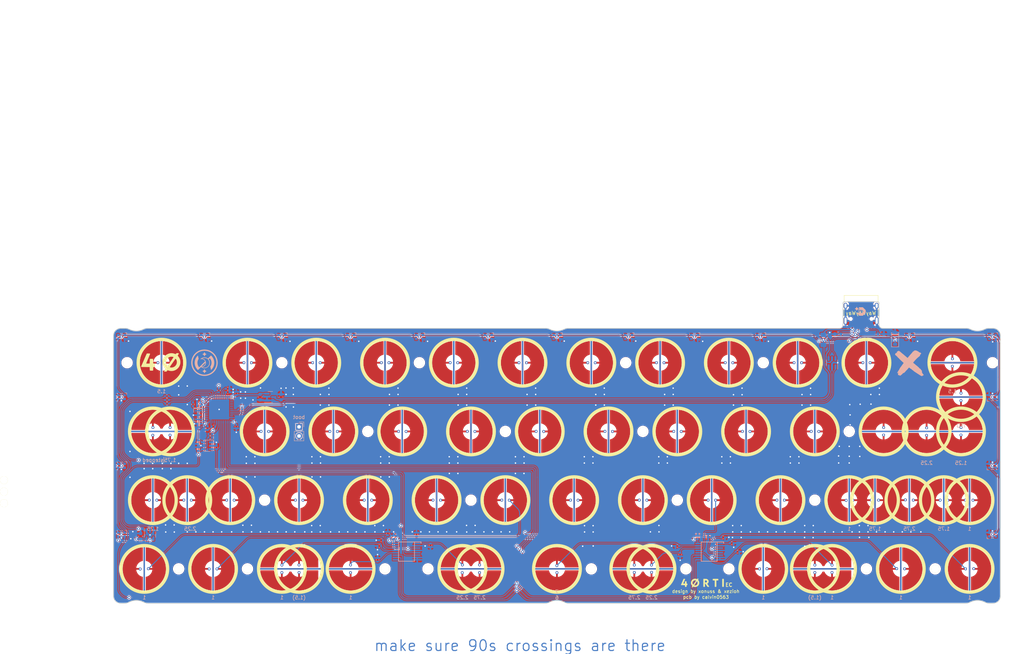
<source format=kicad_pcb>
(kicad_pcb (version 20221018) (generator pcbnew)
  (layers (0 "F.Cu" signal) (1 "In1.Cu" signal) (2 "In2.Cu" signal) (31 "B.Cu" signal) (34 "B.Paste" user) (35 "F.Paste" user) (36 "B.SilkS" user "B.Silkscreen") (37 "F.SilkS" user "F.Silkscreen") (38 "B.Mask" user) (39 "F.Mask" user) (44 "Edge.Cuts" user))
  (net 0 "")
  (net 1 "ROW0")
  (net 2 "ROW1")
  (net 3 "ROW2")
  (net 4 "ROW3")
  (net 5 "COL0")
  (net 6 "COL1")
  (net 7 "COL2")
  (net 8 "COL3")
  (net 9 "COL4")
  (net 10 "COL5")
  (net 11 "COL6")
  (net 12 "COL7")
  (net 13 "COL8")
  (net 14 "COL9")
  (net 15 "COL10")
  (net 16 "COL11")
  (net 17 "GND")
  (net 18 "+5V")
  (net 19 "VBAT")
  (net 20 "VBUS")
  (net 21 "/CC1")
  (net 22 "D_USB_P")
  (net 23 "D_USB_N")
  (net 25 "/CC2")
  (net 27 "D_P")
  (net 28 "D_N")
  (net 29 "NRST")
  (net 30 "BOOT0")
  (net 31 "RGB MCU")
  (net 32 "rgb underglow")
  (net 33 "Net-(LED1-DOUT)")
  (net 34 "Net-(LED1-DIN)")
  (net 35 "Net-(LED2-DIN)")
  (net 37 "Net-(LED15-DIN)")
  (net 38 "Net-(LED16-DIN)")
  (net 39 "Net-(LED17-DIN)")
  (net 40 "Net-(LED18-DIN)")
  (net 41 "Net-(LED21-DIN)")
  (net 42 "Net-(LED22-DIN)")
  (net 43 "Net-(LED23-DIN)")
  (net 44 "Net-(LED25-DIN)")
  (net 45 "Net-(LED26-DIN)")
  (net 46 "Net-(LED27-DOUT)")
  (net 47 "Net-(LED19-DIN)")
  (net 48 "Net-(LED20-DIN)")
  (net 49 "Net-(LED24-DOUT)")
  (net 50 "Net-(LED24-DIN)")
  (net 51 "APLEX_OUT_PIN_0")
  (net 52 "ADC")
  (net 53 "APLEX_EN_PIN_0")
  (net 54 "AMUX_SEL_2")
  (net 55 "AMUX_SEL_1")
  (net 56 "AMUX_SEL_0")
  (net 57 "APLEX_EN_PIN_1")
  (net 58 "Net-(U8-VCAP1)")
  (net 59 "Net-(U8-PA10)")
  (net 60 "Net-(U8-PA3)")
  (net 61 "Net-(U8-PA4)")
  (net 62 "Net-(U8-PA5)")
  (net 63 "BOOT1")
  (net 67 "XTAL0")
  (net 68 "XTAL1")
  (net 71 "Net-(U8-PA6)")
  (net 82 "Net-(U3--)")
  (footprint "cipulot_parts:HOLE_M2" (layer "F.Cu") (at 135.73125 60.325)
    (fp_text reference "H22" hide)
    (fp_text value "MountingHole" hide)
  )
  (footprint "cipulot_parts:ecs_pad_1U_no_ring" (layer "F.Cu") (at 173.83125 79.375 180)
    (fp_text reference "SW_EC32")
    (fp_text value "Topre" hide)
  )
  (footprint "cipulot_parts:ecs_pad_no_ring_stepped&normal" (layer "F.Cu") (at 42.8625 60.325)
    (fp_text reference "SW_EC13")
    (fp_text value "stepped" hide)
  )
  (footprint "cipulot_parts:ecs_pad_1U_no_ring_1u_edge_cut" (layer "F.Cu") (at 240.50625 60.325 -90)
    (fp_text reference "SW_EC23")
    (fp_text value "Topre" hide)
  )
  (footprint "cipulot_parts:HOLE_M2" (layer "F.Cu") (at 111.91875 41.275)
    (fp_text reference "H3" hide)
    (fp_text value "MountingHole" hide)
  )
  (footprint "LOGO" (layer "F.Cu") (at 190.5 102.39375)
    (fp_text reference "G***" hide)
    (fp_text value "LOGO" hide)
  )
  (footprint "cipulot_parts:ecs_pad_1U_no_ring" (layer "F.Cu") (at 92.86875 98.425 -90)
    (fp_text reference "SW_EC40")
    (fp_text value "1u" hide)
  )
  (footprint "Connector_USB:USB_C_Receptacle_HRO_TYPE-C-31-M-12" (layer "F.Cu") (at 234.269115 26.525156 180)
    (fp_text reference "J2" hide)
    (fp_text value "USB_C_Receptacle_USB2.0")
  )
  (footprint "cipulot_parts:HOLE_M2" (layer "F.Cu") (at 207.16875 41.275)
    (fp_text reference "H15" hide)
    (fp_text value "MountingHole" hide)
  )
  (footprint "cipulot_parts:ecs_pad_1U_no_ring" (layer "F.Cu") (at 78.58125 79.375 180)
    (fp_text reference "SW_EC27")
    (fp_text value "Topre" hide)
  )
  (footprint "cipulot_parts:ecs_pad_1U_no_ring" (layer "F.Cu") (at 261.9375 50.8 -90)
    (fp_text reference "SW_EC48")
    (fp_text value "ISO" hide)
  )
  (footprint "cipulot_parts:ecs_pad_no_ring_stepped&normal" (layer "F.Cu") (at 128.5875 98.425)
    (fp_text reference "SW_EC41")
    (fp_text value "split" hide)
  )
  (footprint "cipulot_parts:HOLE_M2" (layer "F.Cu") (at 254.79375 98.425)
    (fp_text reference "H17" hide)
    (fp_text value "MountingHole" hide)
  )
  (footprint "cipulot_parts:HOLE_M2" (layer "F.Cu") (at 169.06875 41.275)
    (fp_text reference "H4" hide)
    (fp_text value "MountingHole" hide)
  )
  (footprint "cipulot_parts:ecs_pad_1U_no_ring" (layer "F.Cu") (at 102.39375 41.275 180)
    (fp_text reference "SW_EC4")
    (fp_text value "Topre" hide)
  )
  (footprint "cipulot_parts:HOLE_M2" (layer "F.Cu") (at 97.63125 60.325)
    (fp_text reference "H6" hide)
    (fp_text value "MountingHole" hide)
  )
  (footprint "cipulot_parts:ecs_pad_1U_no_ring" (layer "F.Cu") (at 264.31875 98.425)
    (fp_text reference "SW_EC47")
    (fp_text value "1u" hide)
  )
  (footprint "cipulot_parts:ecs_pad_no_ring_1u1.75u" (layer "F.Cu") (at 257.175 79.375)
    (fp_text reference "SW_EC36")
    (fp_text value "1u, 175u" hide)
  )
  (footprint "cipulot_parts:ecs_pad_1U_no_ring" (layer "F.Cu") (at 145.25625 60.325)
    (fp_text reference "SW_EC18")
    (fp_text value "Topre" hide)
  )
  (footprint "cipulot_parts:ecs_pad_1U_no_ring" (layer "F.Cu") (at 259.55625 41.275 90)
    (fp_text reference "SW_EC12")
    (fp_text value "Topre" hide)
  )
  (footprint "cipulot_parts:HOLE_M2" (layer "F.Cu") (at 73.81875 41.275)
    (fp_text reference "H2" hide)
    (fp_text value "MountingHole" hide)
  )
  (footprint "cipulot_parts:ecs_pad_1U_no_ring" (layer "F.Cu") (at 38.1 79.375 180)
    (fp_text reference "SW_EC25")
    (fp_text value "Topre" hide)
  )
  (footprint "cipulot_parts:ecs_pad_1U_no_ring" (layer "F.Cu") (at 126.20625 60.325)
    (fp_text reference "SW_EC17")
    (fp_text value "Topre" hide)
  )
  (footprint "cipulot_parts:HOLE_M2" (layer "F.Cu") (at 69.05625 79.375)
    (fp_text reference "H9" hide)
    (fp_text value "MountingHole" hide)
  )
  (footprint "cipulot_parts:HOLE_M2" (layer "F.Cu") (at 30.95625 41.275)
    (fp_text reference "H1" hide)
    (fp_text value "MountingHole" hide)
  )
  (footprint "cipulot_parts:ecs_pad_1U_no_ring" (layer "F.Cu") (at 64.29375 41.275 180)
    (fp_text reference "SW_EC2")
    (fp_text value "Topre" hide)
  )
  (footprint "cipulot_parts:ecs_pad_1U_no_ring" (layer "F.Cu") (at 207.16875 98.425)
    (fp_text reference "SW_EC44")
    (fp_text value "1u" hide)
  )
  (footprint "cipulot_parts:ecs_pad_1U_no_ring" (layer "F.Cu") (at 47.625 79.375)
    (fp_text reference "SW_EC50")
    (fp_text value "Topre" hide)
  )
  (footprint "cipulot_parts:ecs_pad_no_ring_stepped&normal_cut" (layer "F.Cu") (at 73.81875 98.425 180)
    (fp_text reference "SW_EC39")
    (fp_text value "stepped" hide)
  )
  (footprint "cipulot_parts:ecs_pad_1U_no_ring" (layer "F.Cu") (at 121.44375 41.275 180)
    (fp_text reference "SW_EC5")
    (fp_text value "Topre" hide)
  )
  (footprint "cipulot_parts:HOLE_M2" (layer "F.Cu") (at 270.66875 41.275)
    (fp_text reference "H5" hide)
    (fp_text value "MountingHole" hide)
  )
  (footprint "cipulot_parts:ecs_pad_1U_no_ring" (layer "F.Cu") (at 216.69375 41.275 180)
    (fp_text reference "SW_EC10")
    (fp_text value "Topre" hide)
  )
  (footprint "cipulot_parts:ecs_pad_1U_no_ring" (layer "F.Cu") (at 135.73125 79.375 180)
    (fp_text reference "SW_EC30")
    (fp_text value "Topre" hide)
  )
  (footprint "cipulot_parts:ecs_pad_1U_no_ring" (layer "F.Cu") (at 235.74375 41.275 180)
    (fp_text reference "SW_EC11")
    (fp_text value "Topre" hide)
  )
  (footprint "cipulot_parts:ecs_pad_1U_no_ring" (layer "F.Cu") (at 154.78125 79.375 180)
    (fp_text reference "SW_EC31")
    (fp_text value "Topre" hide)
  )
  (footprint "cipulot_parts:HOLE_M2" (layer "F.Cu") (at 185.7375 98.425)
    (fp_text reference "H13" hide)
    (fp_text value "MountingHole" hide)
  )
  (footprint "cipulot_parts:ecs_pad_1U_no_ring" (layer "F.Cu") (at 116.68125 79.375 180)
    (fp_text reference "SW_EC29")
    (fp_text value "Topre" hide)
  )
  (footprint "cipulot_parts:ecs_pad_1U_no_ring" (layer "F.Cu") (at 97.63125 79.375 180)
    (fp_text reference "SW_EC28")
    (fp_text value "Topre" hide)
  )
  (footprint "cipulot_parts:ecs_pad_1U_no_ring" (layer "F.Cu") (at 59.53125 79.375 180)
    (fp_text reference "SW_EC26")
    (fp_text value "Topre" hide)
  )
  (footprint "cipulot_parts:ecs_pad_1U_no_ring" (layer "F.Cu") (at 197.64375 41.275 180)
    (fp_text reference "SW_EC9")
    (fp_text value "Topre" hide)
  )
  (footprint "cipulot_parts:ecs_pad_1U_no_ring" (layer "F.Cu") (at 192.88125 79.375 180)
    (fp_text reference "SW_EC33")
    (fp_text value "Topre" hide)
  )
  (footprint "cipulot_parts:ecs_pad_1U_no_ring_1u_edge_cut" (layer "F.Cu") (at 252.4125 60.325 90)
    (fp_text reference "SW_EC49")
    (fp_text value "ansi" hide)
  )
  (footprint "cipulot_parts:ecs_pad_1U_no_ring" (layer "F.Cu") (at 140.49375 41.275 180)
    (fp_text reference "SW_EC6")
    (fp_text value "Topre" hide)
  )
  (footprint "cipulot_parts:ecs_pad_1U_no_ring" (layer "F.Cu") (at 69.05625 60.325)
    (fp_text reference "SW_EC14")
    (fp_text value "Topre" hide)
  )
  (footprint "cipulot_parts:HOLE_M2" (layer "F.Cu") (at 173.83125 60.325)
    (fp_text reference "H7" hide)
    (fp_text value "MountingHole" hide)
  )
  (footprint "cipulot_parts:HOLE_M2" (layer "F.Cu") (at -3.15 77.01875)
    (fp_text reference "H25" hide)
    (fp_text value "MountingHole" hide)
  )
  (footprint "cipulot_parts:ecs_pad_1U_no_ring" (layer "F.Cu") (at 150.01875 98.425 -90)
    (fp_text reference "SW_EC42")
    (fp_text value "6u 7u" hide)
  )
  (footprint "LOGO" (layer "F.Cu") (at 40.48125 41.275)
    (fp_text reference "G***" hide)
    (fp_text value "LOGO" hide)
  )
  (footprint "cipulot_parts:ecs_pad_1U_no_ring" (layer "F.Cu") (at 211.93125 79.375 180)
    (fp_text reference "SW_EC34")
    (fp_text value "Topre" hide)
  )
  (footprint "cipulot_parts:ecs_pad_1U_no_ring" (layer "F.Cu") (at 178.59375 41.275 180)
    (fp_text reference "SW_EC8")
    (fp_text value "Topre" hide)
  )
  (footprint "cipulot_parts:ecs_pad_1U_no_ring" (layer "F.Cu") (at 183.35625 60.325)
    (fp_text reference "SW_EC20")
    (fp_text value "Topre" hide)
  )
  (footprint "cipulot_parts:HOLE_M2" (layer "F.Cu") (at 102.39375 98.425)
    (fp_text reference "H18" hide)
    (fp_text value "MountingHole" hide)
  )
  (footprint "cipulot_parts:ecs_pad_1U_no_ring" (layer "F.Cu") (at 221.45625 60.325)
    (fp_text reference "SW_EC22")
    (fp_text value "Topre" hide)
  )
  (footprint "cipulot_parts:HOLE_M2" (layer "F.Cu") (at 183.35625 79.375)
    (fp_text reference "H11" hide)
    (fp_text value "MountingHole" hide)
  )
  (footprint "cipulot_parts:HOLE_M2" (layer "F.Cu") (at 64.29375 98.425)
    (fp_text reference "H20" hide)
    (fp_text value "MountingHole" hide)
  )
  (footprint "cipulot_parts:HOLE_M2" (layer "F.Cu") (at 159.54375 98.425)
    (fp_text reference "H23" hide)
    (fp_text value "MountingHole" hide)
  )
  (footprint "cipulot_parts:HOLE_M2" (layer "F.Cu") (at 197.64375 98.425)
    (fp_text reference "H19" hide)
    (fp_text value "MountingHole" hide)
  )
  (footprint "cipulot_parts:ecs_pad_1U_no_ring" (layer "F.Cu") (at 245.26875 98.425)
    (fp_text reference "SW_EC46")
    (fp_text value "1u" hide)
  )
  (footprint "cipulot_parts:ecs_pad_1U_no_ring" (layer "F.Cu") (at 83.34375 41.275 180)
    (fp_text reference "SW_EC3")
    (fp_text value "Topre" hide)
  )
  (footprint "cipulot_parts:ecs_pad_1U_no_ring" (layer "F.Cu") (at 54.76875 98.425 180)
    (fp_text reference "SW_EC38")
    (fp_text value "1u" hide)
  )
  (footprint "cipulot_parts:HOLE_M2" (layer "F.Cu") (at 45.24375 98.425)
    (fp_text reference "H16" hide)
    (fp_text value "MountingHole" hide)
  )
  (footprint "cipulot_parts:ecs_pad_1U_no_ring" (layer "F.Cu") (at 40.48125 41.275 180)
    (fp_text reference "SW_EC1")
    (fp_text value "Topre" hide)
  )
  (footprint "cipulot_parts:ecs_pad_1U_no_ring" (layer "F.Cu") (at 261.9375 60.325 90)
    (fp_text reference "SW_EC24")
    (fp_text value "Topre" hide)
  )
  (footprint "cipulot_parts:ecs_pad_1U_no_ring" (layer "F.Cu") (at 159.54375 41.275 180)
    (fp_text reference "SW_EC7")
    (fp_text value "Topre" hide)
  )
  (footprint "cipulot_parts:HOLE_M2" (layer "F.Cu") (at 114.3 98.425)
    (fp_text reference "H12" hide)
    (fp_text value "MountingHole" hide)
  )
  (footprint "cipulot_parts:HOLE_M2" (layer "F.Cu") (at -3.15 73.81875)
    (fp_text reference "H24" hide)
    (fp_text value "MountingHole" hide)
  )
  (footprint "cipulot_parts:ecs_pad_no_ring_1u1.75u" (layer "F.Cu") (at 230.98125 79.375)
    (fp_text reference "SW_EC35")
    (fp_text value "1u, 175u" hide)
  )
  (footprint "cipulot_parts:HOLE_M2" (layer "F.Cu") (at 126.20625 79.375)
    (fp_text reference "H10" hide)
    (fp_text value "MountingHole" hide)
  )
  (footprint "cipulot_parts:HOLE_M2" (layer "F.Cu") (at 221.45625 79.375)
    (fp_text reference "H14" hide)
    (fp_text value "MountingHole" hide)
  )
  (footprint "cipulot_parts:ecs_pad_1U_no_ring" (layer "F.Cu") (at 202.40625 60.325)
    (fp_text reference "SW_EC21")
    (fp_text value "Topre" hide)
  )
  (footprint "cipulot_parts:ecs_pad_1U_no_ring" (layer "F.Cu") (at 107.15625 60.325)
    (fp_text reference "SW_EC16")
    (fp_text value "Topre" hide)
  )
  (footprint "cipulot_parts:HOLE_M2" (layer "F.Cu") (at -3.15 80.21875)
    (fp_text reference "H26" hide)
    (fp_text value "MountingHole" hide)
  )
  (footprint "cipulot_parts:HOLE_M2" (layer "F.Cu") (at 235.74375 98.425)
    (fp_text reference "H21" hide)
    (fp_text value "MountingHole" hide)
  )
  (footprint "cipulot_parts:ecs_pad_no_ring_stepped&normal" (layer "F.Cu") (at 176.2125 98.425)
    (fp_text reference "SW_EC43")
    (fp_text value "split" hide)
  )
  (footprint "cipulot_parts:ecs_pad_no_ring_stepped&normal_cut" (layer "F.Cu") (at 221.45625 98.425 180)
    (fp_text reference "SW_EC45")
    (fp_text value "stepped" hide)
  )
  (footprint "cipulot_parts:ecs_pad_1U_no_ring" (layer "F.Cu") (at 247.65 79.375)
    (fp_text reference "SW_EC52")
    (fp_text value "275u" hide)
  )
  (footprint "cipulot_parts:ecs_pad_1U_no_ring" (layer "F.Cu") (at 164.30625 60.325)
    (fp_text reference "SW_EC19")
    (fp_text value "Topre" hide)
  )
  (footprint "cipulot_parts:HOLE_M2" (layer "F.Cu") (at 230.98125 60.325)
    (fp_text reference "H8" hide)
    (fp_text value "MountingHole" hide)
  )
  (footprint "cipulot_parts:ecs_pad_1U_no_ring" (layer "F.Cu") (at 35.71875 98.425 180)
    (fp_text reference "SW_EC37")
    (fp_text value "1u" hide)
  )
  (footprint "cipulot_parts:ecs_pad_1U_no_ring" (layer "F.Cu") (at 88.10625 60.325)
    (fp_text reference "SW_EC15")
    (fp_text value "Topre" hide)
  )
  (footprint "PCM_marbastlib-various:LED_WS2812_2020" (layer "B.Cu") (at 29.36875 69.85 180)
    (fp_text reference "LED2" hide)
    (fp_text value "WS2812_2020")
  )
  (footprint "Resistor_SMD:R_0402_1005Metric" (layer "B.Cu") (at 49.2125 52.82125 -90)
    (fp_text reference "R24" hide)
    (fp_text value "10k")
  )
  (footprint "PCM_marbastlib-various:LED_WS2812_2020" (layer "B.Cu") (at 150.01875 34.13125 180)
    (fp_text reference "LED23" hide)
    (fp_text value "WS2812_2020")
  )
  (footprint "Package_DFN_QFN:QFN-48-1EP_7x7mm_P0.5mm_EP5.6x5.6mm" (layer "B.Cu") (at 56.45 54.225)
    (fp_text reference "U8" hide)
    (fp_text value "STM32F401CBUx")
  )
  (footprint "Resistor_SMD:R_0402_1005Metric" (layer "B.Cu") (at 62.29 54.225)
    (fp_text reference "R17" hide)
    (fp_text value "100k")
  )
  (footprint "Resistor_SMD:R_0603_1608Metric" (layer "B.Cu") (at 239.74375 33.3375)
    (fp_text reference "R1" hide)
    (fp_text value "5k1")
  )
  (footprint "Capacitor_SMD:C_0402_1005Metric" (layer "B.Cu") (at 50.8 53.28125 180)
    (fp_text reference "C22" hide)
    (fp_text value "1u")
  )
  (footprint "Resistor_SMD:R_0402_1005Metric" (layer "B.Cu") (at 100.336691 95.91086 90)
    (fp_text reference "R8" hide)
    (fp_text value "100k")
  )
  (footprint "Resistor_SMD:R_0402_1005Metric" (layer "B.Cu") (at 191.39375 89.69375)
    (fp_text reference "R11" hide)
    (fp_text value "100k")
  )
  (footprint "Capacitor_SMD:C_0402_1005Metric" (layer "B.Cu") (at 55.705048 64.777684 90)
    (fp_text reference "C4" hide)
    (fp_text value "220pF NP0")
  )
  (footprint "PCM_marbastlib-various:LED_WS2812_2020" (layer "B.Cu") (at 92.86875 34.13125 180)
    (fp_text reference "LED25" hide)
    (fp_text value "WS2812_2020")
  )
  (footprint "Resistor_SMD:R_0402_1005Metric" (layer "B.Cu") (at 111.125 88.9 90)
    (fp_text reference "R18" hide)
    (fp_text value "100k")
  )
  (footprint "Resistor_SMD:R_0603_1608Metric" (layer "B.Cu") (at 227.80625 33.3375 180)
    (fp_text reference "R2" hide)
    (fp_text value "5k1")
  )
  (footprint "Capacitor_SMD:C_0402_1005Metric" (layer "B.Cu") (at 50.89375 58.19375 180)
    (fp_text reference "C17" hide)
    (fp_text value "100n")
  )
  (footprint "PCM_marbastlib-various:LED_WS2812_2020" (layer "B.Cu") (at 130.96875 34.13125 180)
    (fp_text reference "LED30" hide)
    (fp_text value "WS2812_2020")
  )
  (footprint "PCM_marbastlib-various:LED_WS2812_2020" (layer "B.Cu") (at 188.11875 34.13125 180)
    (fp_text reference "LED21" hide)
    (fp_text value "WS2812_2020")
  )
  (footprint "LOGO" (layer "B.Cu") (at 234.15625 26.9875 180)
    (fp_text reference "G***" hide)
    (fp_text value "LOGO" hide)
  )
  (footprint "Crystal:Resonator_SMD_Murata_CSTxExxV-3Pin_3.0x1.1mm" (layer "B.Cu") (at 50.59375 55.8125 -90)
    (fp_text reference "Y1" hide)
    (fp_text value "8 MHz")
  )
  (footprint "Connector_PinHeader_2.54mm:PinHeader_1x02_P2.54mm_Vertical" (layer "B.Cu") (at 78.58125 59.05 180)
    (fp_text reference "SW1" hide)
    (fp_text value "BOOT0")
  )
  (footprint "PCM_marbastlib-various:LED_WS2812_2020" (layer "B.Cu") (at 206.375 34.13125 180)
    (fp_text reference "LED20" hide)
    (fp_text value "WS2812_2020")
  )
  (footprint "Resistor_SMD:R_0402_1005Metric" (layer "B.Cu") (at 53.975 62.029065 180)
    (fp_text reference "R26" hide)
    (fp_text value "DNP")
  )
  (footprint "Resistor_SMD:R_0402_1005Metric" (layer "B.Cu") (at 198.4375 91.28125)
    (fp_text reference "R15" hide)
    (fp_text value "100k")
  )
  (footprint "Package_TO_SOT_SMD:SOT-23-5" (layer "B.Cu") (at 53.122788 64.29375 180)
    (fp_text reference "U3" hide)
    (fp_text value "OPA354")
  )
  (footprint "Resistor_SMD:R_0402_1005Metric" (layer "B.Cu") (at 101.31625 90.4875 180)
    (fp_text reference "R5" hide)
    (fp_text value "100k")
  )
  (footprint "PCM_marbastlib-various:LED_WS2812_2020" (layer "B.Cu") (at 270.66875 69.85)
    (fp_text reference "LED16" hide)
    (fp_text value "WS2812_2020")
  )
  (footprint "cipulot_parts:TSSOP16" (layer "B.Cu") (at 192.1875 93.636984 -90)
    (fp_text reference "U7")
    (fp_text value "74HC4051")
  )
  (footprint "PCM_marbastlib-various:LED_WS2812_2020" (layer "B.Cu") (at 73.81875 34.13125 180)
    (fp_text reference "LED26" hide)
    (fp_text value "WS2812_2020")
  )
  (footprint "Package_TO_SOT_SMD:TSOT-23-5" (layer "B.Cu") (at 37.30625 88.9 -90)
    (fp_text reference "U4" hide)
    (fp_text value "74AHCT1G125")
  )
  (footprint "PCM_marbastlib-various:LED_WS2812_2020" (layer "B.Cu") (at 52.3875 34.13125 180)
    (fp_text reference "LED31" hide)
    (fp_text value "WS2812_2020")
  )
  (footprint "cipulot_parts:TSSOP16" (layer "B.Cu") (at 108.35 93.636984 -90)
    (fp_text reference "U5")
    (fp_text value "74HC4051")
  )
  (footprint "Diode_SMD:D_SOD-123" (layer "B.Cu") (at 243.68125 34.52284 90)
    (fp_text reference "D_PWR1" hide)
    (fp_text value "SMF9.0CA")
  )
  (footprint "PCM_marbastlib-various:LED_WS2812_2020" (layer "B.Cu") (at 29.36875 50.8 180)
    (fp_text reference "LED1" hide)
    (fp_text value "WS2812_2020")
  )
  (footprint "Resistor_SMD:R_0402_1005Metric" (layer "B.Cu") (at 200.025 93.6625)
    (fp_text reference "R14" hide)
    (fp_text value "100k")
  )
  (footprint "PCM_marbastlib-various:LED_WS2812_2020" (layer "B.Cu") (at 247.65 34.13125 180)
    (fp_text reference "LED19" hide)
    (fp_text value "WS2812_2020")
  )
  (footprint "PCM_marbastlib-various:LED_WS2812_2020" (layer "B.Cu") (at 270.66875 88.9)
    (fp_text reference "LED15" hide)
    (fp_text value "WS2812_2020")
  )
  (footprint "Resistor_SMD:R_0402_1005Metric" (layer "B.Cu") (at 184.15 94.45625 -90)
    (fp_text reference "R12" hide)
    (fp_text value "100k")
  )
  (footprint "PCM_marbastlib-various:LED_WS2812_2020" (layer "B.Cu") (at 270.66875 50.8)
    (fp_text reference "LED17" hide)
    (fp_text value "WS2812_2020")
  )
  (footprint "Capacitor_SMD:C_0402_1005Metric" (layer "B.Cu") (at 58.83125 49.4625)
    (fp_text reference "C16" hide)
    (fp_text value "4.7u")
  )
  (footprint "Capacitor_SMD:C_0402_1005Metric" (layer "B.Cu") (at 61.2125 58.9875 -90)
    (fp_text reference "C19" hide)
    (fp_text value "100n")
  )
  (footprint "Capacitor_SMD:C_0402_1005Metric" (layer "B.Cu") (at 50.566538 63.289503 90)
    (fp_text reference "C3" hide)
    (fp_text value "100n")
  )
  (footprint "Capacitor_SMD:C_0402_1005Metric" (layer "B.Cu") (at 53.275 59.43125 -90)
    (fp_text reference "C20" hide)
    (fp_text value "100n")
  )
  (footprint "Package_TO_SOT_SMD:SOT-23" (layer "B.Cu") (at 70.64375 50.8)
    (fp_text reference "U2" hide)
    (fp_text value "XC6206PxxxMR-Regulator_Linear")
  )
  (footprint "PCM_marbastlib-various:LED_WS2812_2020" (layer "B.Cu") (at 270.66875 34.13125 180)
    (fp_text reference "LED18" hide)
    (fp_text value "WS2812_2020")
  )
  (footprint "PCM_marbastlib-various:LED_WS2812_2020" (layer "B.Cu") (at 29.36875 34.13125 180)
    (fp_text reference "LED27" hide)
    (fp_text value "WS2812_2020")
  )
  (footprint "Capacitor_SMD:C_0402_1005Metric" (layer "B.Cu") (at 50.8 52.3375 180)
    (fp_text reference "C21" hide)
    (fp_text value "100n")
  )
  (footprint "Resistor_SMD:R_0402_1005Metric" (layer "B.Cu") (at 50.578259 65.224247 90)
    (fp_text reference "R23" hide)
    (fp_text value "1k")
  )
  (footprint "Resistor_SMD:R_0402_1005Metric" (layer "B.Cu") (at 103.1875 88.61625 90)
    (fp_text reference "R7" hide)
    (fp_text value "100k")
  )
  (footprint "Resistor_SMD:R_0402_1005Metric" (layer "B.Cu") (at 58.83125 48.46875 180)
    (fp_text reference "R25" hide)
    (fp_text value "10k")
  )
  (footprint "Capacitor_SMD:C_0402_1005Metric" (layer "B.Cu") (at 104.775 89.668234 90)
    (fp_text reference "C10" hide)
    (fp_text value "100n")
  )
  (footprint "Package_TO_SOT_SMD:SOT-23-6" (layer "B.Cu") (at 226.21875 41.275 90)
    (fp_text reference "U1" hide)
    (fp_text value "USBLC6-2SC6")
  )
  (footprint "Resistor_SMD:R_0402_1005Metric" (layer "B.Cu") (at 56.349625 48.980642 -90)
    (fp_text reference "R22" hide)
    (fp_text value "100")
  )
  (footprint "PCM_marbastlib-various:LED_WS2812_2020" (layer "B.Cu") (at 111.91875 34.13125 180)
    (fp_text reference "LED24" hide)
    (fp_text value "WS2812_2020")
  )
  (footprint "LOGO" (layer "B.Cu") (at 247.65 41.275 180)
    (fp_text reference "G***" hide)
    (fp_text value "LOGO" hide)
  )
  (footprint "Capacitor_SMD:C_0603_1608Metric" (layer "B.Cu") (at 67.813877 50.800808 90)
    (fp_text reference "C2" hide)
    (fp_text value "1uF")
  )
  (footprint "Resistor_SMD:R_0402_1005Metric" (layer "B.Cu") (at 54.8625 58.9875 180)
    (fp_text reference "R27" hide)
    (fp_text value "10k")
  )
  (footprint "Resistor_SMD:R_0402_1005Metric" (layer "B.Cu") (at 196.05625 89.69375)
    (fp_text reference "R16" hide)
    (fp_text value "100k")
  )
  (footprint "Resistor_SMD:R_0402_1005Metric" (layer "B.Cu") (at 42.002505 51.59375 180)
    (fp_text reference "R20" hide)
    (fp_text value "100")
  )
  (footprint "Capacitor_SMD:C_0603_1608Metric" (layer "B.Cu") (at 34.69292 89.375438 -90)
    (fp_text reference "C12" hide)
    (fp_text value "100nF")
  )
  (footprint "Resistor_SMD:R_0402_1005Metric" (layer "B.Cu") (at 53.975 61.020669 180)
    (fp_text reference "R6" hide)
    (fp_text value "100k")
  )
  (footprint "Resistor_SMD:R_0402_1005Metric" (layer "B.Cu") (at 183.35625 92.075 180)
    (fp_text reference "R13" hide)
    (fp_text value "100k")
  )
  (footprint "Fuse:Fuse_1206_3216Metric" (layer "B.Cu") (at 223.8375 34.925 -90)
    (fp_text reference "F1" hide)
    (fp_text value "500mA")
  )
  (footprint "Resistor_SMD:R_0402_1005Metric" (layer "B.Cu") (at 42.015754 52.60288 180)
    (fp_text reference "R19" hide)
    (fp_text value "100")
  )
  (footprint "PCM_marbastlib-various:LED_WS2812_2020" (layer "B.Cu") (at 169.8625 34.13125 180)
    (fp_text reference "LED22" hide)
    (fp_text value "WS2812_2020")
  )
  (footprint "PCM_marbastlib-various:LED_WS2812_2020" (layer "B.Cu") (at 29.36875 88.9 180)
    (fp_text reference "LED3" hide)
    (fp_text value "WS2812_2020")
  )
  (footprint "Capacitor_SMD:C_0402_1005Metric" (layer "B.Cu") (at 61.2125 49.8125 90)
    (fp_text reference "C18" hide)
    (fp_text value "100n")
  )
  (footprint "Resistor_SMD:R_0402_1005Metric" (layer "B.Cu") (at 100.80625 92.075 180)
    (fp_text reference "R4" hide)
    (fp_text value "100k")
  )
  (footprint "Capacitor_SMD:C_0402_1005Metric" (layer "B.Cu") (at 189.0125 89.69375 90)
    (fp_text reference "C15" hide)
    (fp_text value "100n")
  )
  (footprint "LOGO" (layer "B.Cu") (at 52.3875 41.275 180)
    (fp_text reference "G***" hide)
    (fp_text value "LOGO" hide)
  )
  (footprint "Capacitor_SMD:C_0603_1608Metric" (layer "B.Cu") (at 73.60625 50.8 -90)
    (fp_text reference "C1" hide)
    (fp_text value "1uF")
  )
  (footprint "Resistor_SMD:R_0402_1005Metric" (layer "B.Cu") (at 114.989403 91.871662 -90)
    (fp_text reference "R9" hide)
    (fp_text value "100k")
  )
  (footprint "Resistor_SMD:R_0402_1005Metric" (layer "B.Cu") (at 41.982631 50.537229)
    (fp_text reference "R21" hide)
    (fp_text value "100")
  )
  (gr_line (start 41.120181 67.46875) (end 41.120181 69.05625) (stroke (width 0.15)) (layer "B.SilkS"))
  (gr_poly (pts (xy 51.138467 0.87834) (xy 51.138466 0.878342) (xy 51.138466 0.878343) (xy 51.138465 0.878343) (xy 51.138465 0.878344) (xy 51.138464 0.878344) (xy 51.138463 0.878344) (xy 51.138463 0.878345) (xy 51.138462 0.878345) (xy 51.138461 0.878345) (xy 51.13846 0.878345) (xy 51.138459 0.878345) (xy 51.138468 0.87834)) (fill solid) (layer "F.SilkS"))
  (gr_poly (pts (xy 47.430749 2.113064) (xy 47.425794 2.113064) (xy 47.437799 2.105999)) (fill solid) (layer "F.SilkS"))
  (gr_arc (start 269.727109 107.95) (mid 269.128468 107.877268) (end 268.56466 107.663304) (stroke (width 0.2)) (layer "Edge.Cuts"))
  (gr_line (start 146.963945 31.75) (end 36.573555 31.75) (stroke (width 0.2)) (layer "Edge.Cuts"))
  (gr_line (start 263.463945 31.75) (end 240.2625 31.75) (stroke (width 0.2)) (layer "Edge.Cuts"))
  (gr_line (start 29.19375 107.95) (end 30.310391 107.95) (stroke (width 0.2)) (layer "Edge.Cuts"))
  (gr_arc (start 27.19375 33.75) (mid 27.779536 32.335786) (end 29.19375 31.75) (stroke (width 0.2)) (layer "Edge.Cuts"))
  (gr_line (start 229.2625 24.85) (end 229.2625 30.75) (stroke (width 0.2)) (layer "Edge.Cuts"))
  (gr_arc (start 229.2625 24.85) (mid 229.408947 24.496447) (end 229.7625 24.35) (stroke (width 0.2)) (layer "Edge.Cuts"))
  (gr_arc (start 31.47284 107.663304) (mid 33.51875 107.158718) (end 35.56466 107.663304) (stroke (width 0.2)) (layer "Edge.Cuts"))
  (gr_arc (start 229.2625 30.75) (mid 228.969607 31.457107) (end 228.2625 31.75) (stroke (width 0.2)) (layer "Edge.Cuts"))
  (gr_arc (start 29.19375 107.95) (mid 27.779536 107.364214) (end 27.19375 105.95) (stroke (width 0.2)) (layer "Edge.Cuts"))
  (gr_line (start 153.227109 107.95) (end 263.310391 107.95) (stroke (width 0.2)) (layer "Edge.Cuts"))
  (gr_arc (start 268.466742 32.008357) (mid 269.005272 31.815446) (end 269.573555 31.75) (stroke (width 0.2)) (layer "Edge.Cuts"))
  (gr_arc (start 35.466742 32.008357) (mid 36.005272 31.815446) (end 36.573555 31.75) (stroke (width 0.2)) (layer "Edge.Cuts"))
  (gr_line (start 30.463945 31.75) (end 29.19375 31.75) (stroke (width 0.2)) (layer "Edge.Cuts"))
  (gr_arc (start 35.466742 32.008357) (mid 33.51875 32.463065) (end 31.570758 32.008357) (stroke (width 0.2)) (layer "Edge.Cuts"))
  (gr_arc (start 30.463945 31.75) (mid 31.032228 31.815446) (end 31.570758 32.008357) (stroke (width 0.2)) (layer "Edge.Cuts"))
  (gr_arc (start 240.2625 31.75) (mid 239.555393 31.457107) (end 239.2625 30.75) (stroke (width 0.2)) (layer "Edge.Cuts"))
  (gr_arc (start 270.84375 31.75) (mid 272.257964 32.335786) (end 272.84375 33.75) (stroke (width 0.2)) (layer "Edge.Cuts"))
  (gr_line (start 27.19375 33.75) (end 27.19375 105.95) (stroke (width 0.2)) (layer "Edge.Cuts"))
  (gr_arc (start 153.227109 107.95) (mid 152.628468 107.877268) (end 152.06466 107.663304) (stroke (width 0.2)) (layer "Edge.Cuts"))
  (gr_arc (start 264.47284 107.663304) (mid 266.51875 107.158718) (end 268.56466 107.663304) (stroke (width 0.2)) (layer "Edge.Cuts"))
  (gr_line (start 238.7625 24.35) (end 229.7625 24.35) (stroke (width 0.2)) (layer "Edge.Cuts"))
  (gr_arc (start 151.966742 32.008357) (mid 150.01875 32.463065) (end 148.070758 32.008357) (stroke (width 0.2)) (layer "Edge.Cuts"))
  (gr_arc (start 31.47284 107.663304) (mid 30.909032 107.877268) (end 30.310391 107.95) (stroke (width 0.2)) (layer "Edge.Cuts"))
  (gr_line (start 239.2625 30.75) (end 239.2625 24.85) (stroke (width 0.2)) (layer "Edge.Cuts"))
  (gr_arc (start 36.727109 107.95) (mid 36.128468 107.877268) (end 35.56466 107.663304) (stroke (width 0.2)) (layer "Edge.Cuts"))
  (gr_line (start 272.84375 105.95) (end 272.84375 33.75) (stroke (width 0.2)) (layer "Edge.Cuts"))
  (gr_arc (start 268.466742 32.008357) (mid 266.51875 32.463065) (end 264.570758 32.008357) (stroke (width 0.2)) (layer "Edge.Cuts"))
  (gr_arc (start 238.7625 24.35) (mid 239.116053 24.496447) (end 239.2625 24.85) (stroke (width 0.2)) (layer "Edge.Cuts"))
  (gr_line (start 36.727109 107.95) (end 146.810391 107.95) (stroke (width 0.2)) (layer "Edge.Cuts"))
  (gr_arc (start 272.84375 105.95) (mid 272.257964 107.364214) (end 270.84375 107.95) (stroke (width 0.2)) (layer "Edge.Cuts"))
  (gr_arc (start 151.966742 32.008357) (mid 152.505272 31.815446) (end 153.073555 31.75) (stroke (width 0.2)) (layer "Edge.Cuts"))
  (gr_arc (start 264.47284 107.663304) (mid 263.909032 107.877268) (end 263.310391 107.95) (stroke (width 0.2)) (layer "Edge.Cuts"))
  (gr_arc (start 147.97284 107.663304) (mid 150.01875 107.158718) (end 152.06466 107.663304) (stroke (width 0.2)) (layer "Edge.Cuts"))
  (gr_arc (start 146.963945 31.75) (mid 147.532228 31.815446) (end 148.070758 32.008357) (stroke (width 0.2)) (layer "Edge.Cuts"))
  (gr_arc (start 263.463945 31.75) (mid 264.032228 31.815446) (end 264.570758 32.008357) (stroke (width 0.2)) (layer "Edge.Cuts"))
  (gr_line (start 228.2625 31.75) (end 153.073555 31.75) (stroke (width 0.2)) (layer "Edge.Cuts"))
  (gr_line (start 270.84375 31.75) (end 269.573555 31.75) (stroke (width 0.2)) (layer "Edge.Cuts"))
  (gr_line (start 269.727109 107.95) (end 270.84375 107.95) (stroke (width 0.2)) (layer "Edge.Cuts"))
  (gr_arc (start 147.97284 107.663304) (mid 147.409032 107.877268) (end 146.810391 107.95) (stroke (width 0.2)) (layer "Edge.Cuts"))
  (gr_text "make sure 90s crossings are there" (at 99.21875 121.44375) (layer "B.Cu") (effects (font (size 3 3) (thickness 0.3) bold) (justify left bottom)))
  (gr_text "7\n6" (at 150.01875 105.56875) (layer "B.SilkS") (effects (font (size 1 1)) (justify mirror)))
  (gr_text "2.75" (at 247.65 87.3125) (layer "B.SilkS") (effects (font (size 1 1)) (justify mirror)))
  (gr_text "2.75" (at 128.5875 106.3625) (layer "B.SilkS") (effects (font (size 1 1)) (justify mirror)))
  (gr_text "(1.5)" (at 78.58125 106.3625) (layer "B.SilkS") (effects (font (size 1 1)) (justify mirror)))
  (gr_text "1" (at 264.31875 106.3625) (layer "B.SilkS") (effects (font (size 1 1)) (justify mirror)))
  (gr_text "2.25" (at 48.41875 87.3125) (layer "B.SilkS") (effects (font (size 1 1)) (justify mirror)))
  (gr_text "1" (at 35.71875 106.3625) (layer "B.SilkS") (effects (font (size 1 1)) (justify mirror)))
  (gr_text "2.25" (at 123.825 106.3625) (layer "B.SilkS") (effects (font (size 1 1)) (justify mirror)))
  (gr_text "ISO" (at 261.9375 58.7375) (layer "B.SilkS") (effects (font (size 1 1)) (justify mirror)))
  (gr_text "1.25" (at 38.1 87.3125) (layer "B.SilkS") (effects (font (size 1 1)) (justify mirror)))
  (gr_text "(1.5)" (at 221.45625 106.3625) (layer "B.SilkS") (effects (font (size 1 1)) (justify mirror)))
  (gr_text "2.75" (at 171.45 106.3625) (layer "B.SilkS") (effects (font (size 1 1)) (justify mirror)))
  (gr_text "1" (at 230.98125 87.3125) (layer "B.SilkS") (effects (font (size 1 1)) (justify mirror)))
  (gr_text "1" (at 264.31875 87.3125) (layer "B.SilkS") (effects (font (size 1 1)) (justify mirror)))
  (gr_text "1.75" (at 257.175 87.3125) (layer "B.SilkS") (effects (font (size 1 1)) (justify mirror)))
  (gr_text "1.75" (at 238.125 87.3125) (layer "B.SilkS") (effects (font (size 1 1)) (justify mirror)))
  (gr_text "1" (at 207.16875 106.3625) (layer "B.SilkS") (effects (font (size 1 1)) (justify mirror)))
  (gr_text "1.75" (at 42.8625 68.2625) (layer "B.SilkS") (effects (font (size 1 1)) (justify mirror)))
  (gr_text "1" (at 226.21875 106.3625) (layer "B.SilkS") (effects (font (size 1 1)) (justify mirror)))
  (gr_text "1.25" (at 261.9375 69.05625) (layer "B.SilkS") (effects (font (size 1 1)) (justify mirror)))
  (gr_text "1.5" (at 40.48125 49.2125) (layer "B.SilkS") (effects (font (size 1 1)) (justify mirror)))
  (gr_text "boot" (at 78.58125 56.35625) (layer "B.SilkS") (effects (font (size 1 1)) (justify mirror)))
  (gr_text "stepped" (at 38.1 68.2625) (layer "B.SilkS") (effects (font (size 1 1)) (justify mirror)))
  (gr_text "1.5" (at 259.55625 49.2125) (layer "B.SilkS") (effects (font (size 1 1)) (justify mirror)))
  (gr_text "2.25" (at 252.4125 69.05625) (layer "B.SilkS") (effects (font (size 1 1)) (justify mirror)))
  (gr_text "1" (at 245.26875 106.3625) (layer "B.SilkS") (effects (font (size 1 1)) (justify mirror)))
  (gr_text "1" (at 73.81875 106.3625) (layer "B.SilkS") (effects (font (size 1 1)) (justify mirror)))
  (gr_text "2.25" (at 176.2125 106.3625) (layer "B.SilkS") (effects (font (size 1 1)) (justify mirror)))
  (gr_text "1" (at 54.76875 106.3625) (layer "B.SilkS") (effects (font (size 1 1)) (justify mirror)))
  (gr_text "1" (at 92.86875 106.3625) (layer "B.SilkS") (effects (font (size 1 1)) (justify mirror)))
  (gr_text "EC" (at 197.64375 102.277072) (layer "F.SilkS") (effects (font (size 1 1) (thickness 0.2) bold) (justify top)))
  (gr_text "WayWayWay" (at 234.223631 27.515212) (layer "F.SilkS") (effects (font (size 1 1)) (justify mirror)))
  (gr_text "design by xonuss & xezioh" (at 191.256435 104.658322) (layer "F.SilkS") (effects (font (size 0.9 0.9))))
  (gr_text "pcb by calvin0563" (at 191.29375 106.245822) (layer "F.SilkS") (effects (font (size 0.9 0.9))))
  (via (at 120.446563 41.26515) (size 0.8) (drill 0.4) (layers "F.Cu" "B.Cu") (net 1))
  (via (at 63.296563 41.26515) (size 0.8) (drill 0.4) (layers "F.Cu" "B.Cu") (net 1))
  (via (at 234.746563 41.26515) (size 0.8) (drill 0.4) (layers "F.Cu" "B.Cu") (net 1))
  (via (at 101.396563 41.26515) (size 0.8) (drill 0.4) (layers "F.Cu" "B.Cu") (net 1))
  (via (at 158.546563 41.26515) (size 0.8) (drill 0.4) (layers "F.Cu" "B.Cu") (net 1))
  (via (at 259.566099 40.184057) (size 0.8) (drill 0.4) (layers "F.Cu" "B.Cu") (net 1))
  (via (at 177.596563 41.26515) (size 0.8) (drill 0.4) (layers "F.Cu" "B.Cu") (net 1))
  (via (at 56.35625 47.556835) (size 0.8) (drill 0.4) (layers "F.Cu" "B.Cu") (net 1))
  (via (at 215.696563 41.26515) (size 0.8) (drill 0.4) (layers "F.Cu" "B.Cu") (net 1))
  (via (at 196.646563 41.26515) (size 0.8) (drill 0.4) (layers "F.Cu" "B.Cu") (net 1))
  (via (at 139.496563 41.26515) (size 0.8) (drill 0.4) (layers "F.Cu" "B.Cu") (net 1))
  (via (at 82.346563 41.26515) (size 0.8) (drill 0.4) (layers "F.Cu" "B.Cu") (net 1))
  (via (at 39.484063 41.26515) (size 0.8) (drill 0.4) (layers "F.Cu" "B.Cu") (net 1))
  (segment (start 56.35625 47.556835) (end 56.35625 48.459228) (width 0.25) (layer "B.Cu") (net 1))
  (segment (start 56.35625 48.459228) (end 56.338753 48.476725) (width 0.25) (layer "B.Cu") (net 1))
  (via (at 146.347193 60.334849) (size 0.8) (drill 0.4) (layers "F.Cu" "B.Cu") (net 2))
  (via (at 108.247193 60.334849) (size 0.8) (drill 0.4) (layers "F.Cu" "B.Cu") (net 2))
  (via (at 222.547193 60.334849) (size 0.8) (drill 0.4) (layers "F.Cu" "B.Cu") (net 2))
  (via (at 261.947349 59.234057) (size 0.8) (drill 0.4) (layers "F.Cu" "B.Cu") (net 2))
  (via (at 70.147193 60.334849) (size 0.8) (drill 0.4) (layers "F.Cu" "B.Cu") (net 2))
  (via (at 184.447193 60.334849) (size 0.8) (drill 0.4) (layers "F.Cu" "B.Cu") (net 2))
  (via (at 89.197193 60.334849) (size 0.8) (drill 0.4) (layers "F.Cu" "B.Cu") (net 2))
  (via (at 261.92765 51.797187) (size 0.8) (drill 0.4) (layers "F.Cu" "B.Cu") (net 2))
  (via (at 252.42235 59.327813) (size 0.8) (drill 0.4) (layers "F.Cu" "B.Cu") (net 2))
  (via (at 165.397193 60.334849) (size 0.8) (drill 0.4) (layers "F.Cu" "B.Cu") (net 2))
  (via (at 42.853317 61.365843) (size 0.8) (drill 0.4) (layers "F.Cu" "B.Cu") (net 2))
  (via (at 38.066377 61.395392) (size 0.8) (drill 0.4) (layers "F.Cu" "B.Cu") (net 2))
  (via (at 203.497193 60.334849) (size 0.8) (drill 0.4) (layers "F.Cu" "B.Cu") (net 2))
  (via (at 127.297193 60.334849) (size 0.8) (drill 0.4) (layers "F.Cu" "B.Cu") (net 2))
  (via (at 34.13125 68.2625) (size 0.8) (drill 0.4) (layers "F.Cu" "B.Cu") (net 2))
  (via (at 240.516099 59.234057) (size 0.8) (drill 0.4) (layers "F.Cu" "B.Cu") (net 2))
  (segment (start 41.505754 52.60288) (end 41.275693 52.372819) (width 0.25) (layer "B.Cu") (net 2))
  (segment (start 34.13125 68.2625) (end 32.602803 68.2625) (width 0.25) (layer "B.Cu") (net 2))
  (segment (start 30.395001 53.609653) (end 31.375118 52.629536) (width 0.25) (layer "B.Cu") (net 2))
  (segment (start 32.789331 52.04375) (end 40.48125 52.04375) (width 0.25) (layer "B.Cu") (net 2))
  (segment (start 29.809214 65.468911) (end 29.809214 55.023867) (width 0.25) (layer "B.Cu") (net 2))
  (segment (start 31.18859 67.676714) (end 30.395001 66.883125) (width 0.25) (layer "B.Cu") (net 2))
  (arc (start 32.602803 68.2625) (mid 31.837436 68.110259) (end 31.18859 67.676714) (width 0.25) (layer "B.Cu") (net 2))
  (arc (start 41.275693 52.372819) (mid 40.9112 52.129272) (end 40.48125 52.04375) (width 0.25) (layer "B.Cu") (net 2))
  (arc (start 29.809214 55.023867) (mid 29.961455 54.2585) (end 30.395001 53.609653) (width 0.25) (layer "B.Cu") (net 2))
  (arc (start 32.789331 52.04375) (mid 32.023964 52.195991) (end 31.375118 52.629536) (width 0.25) (layer "B.Cu") (net 2))
  (arc (start 30.395001 66.883125) (mid 29.961455 66.234278) (end 29.809214 65.468911) (width 0.25) (layer "B.Cu") (net 2))
  (via (at 172.834063 79.36515) (size 0.8) (drill 0.4) (layers "F.Cu" "B.Cu") (net 3))
  (via (at 34.13125 87.3125) (size 0.8) (drill 0.4) (layers "F.Cu" "B.Cu") (net 3))
  (via (at 96.634063 79.36515) (size 0.8) (drill 0.4) (layers "F.Cu" "B.Cu") (net 3))
  (via (at 37.102813 79.36515) (size 0.8) (drill 0.4) (layers "F.Cu" "B.Cu") (net 3))
  (via (at 246.529637 79.295055) (size 0.8) (drill 0.4) (layers "F.Cu" "B.Cu") (net 3))
  (via (at 134.734063 79.36515) (size 0.8) (drill 0.4) (layers "F.Cu" "B.Cu") (net 3))
  (via (at 191.884063 79.36515) (size 0.8) (drill 0.4) (layers "F.Cu" "B.Cu") (net 3))
  (via (at 115.684063 79.36515) (size 0.8) (drill 0.4) (layers "F.Cu" "B.Cu") (net 3))
  (via (at 77.584063 79.36515) (size 0.8) (drill 0.4) (layers "F.Cu" "B.Cu") (net 3))
  (via (at 210.934063 79.36515) (size 0.8) (drill 0.4) (layers "F.Cu" "B.Cu") (net 3))
  (via (at 58.534063 79.36515) (size 0.8) (drill 0.4) (layers "F.Cu" "B.Cu") (net 3))
  (via (at 48.74232 79.374269) (size 0.8) (drill 0.4) (layers "F.Cu" "B.Cu") (net 3))
  (via (at 239.104273 79.375) (size 0.8) (drill 0.4) (layers "F.Cu" "B.Cu") (net 3))
  (via (at 263.182718 79.36515) (size 0.8) (drill 0.4) (layers "F.Cu" "B.Cu") (net 3))
  (via (at 230.122496 79.438504) (size 0.8) (drill 0.4) (layers "F.Cu" "B.Cu") (net 3))
  (via (at 153.784063 79.36515) (size 0.8) (drill 0.4) (layers "F.Cu" "B.Cu") (net 3))
  (via (at 258.265943 79.384849) (size 0.8) (drill 0.4) (layers "F.Cu" "B.Cu") (net 3))
  (segment (start 30.174754 72.243504) (end 29.88708 72.531179) (width 0.25) (layer "B.Cu") (net 3))
  (segment (start 29.939537 86.114057) (end 30.552194 86.726714) (width 0.25) (layer "B.Cu") (net 3))
  (segment (start 31.966407 87.3125) (end 34.13125 87.3125) (width 0.25) (layer "B.Cu") (net 3))
  (segment (start 31.188722 52.179536) (end 29.945001 53.423257) (width 0.25) (layer "B.Cu") (net 3))
  (segment (start 29.35375 73.81875) (end 29.35375 84.699843) (width 0.25) (layer "B.Cu") (net 3))
  (segment (start 41.492505 51.59375) (end 32.602935 51.59375) (width 0.25) (layer "B.Cu") (net 3))
  (segment (start 29.945001 67.069521) (end 31.540433 68.664953) (width 0.25) (layer "B.Cu") (net 3))
  (segment (start 31.543323 70.874935) (end 30.174754 72.243504) (width 0.25) (layer "B.Cu") (net 3))
  (segment (start 31.8243 69.350268) (end 31.8243 70.196597) (width 0.25) (layer "B.Cu") (net 3))
  (segment (start 29.359214 54.837471) (end 29.359214 65.655307) (width 0.25) (layer "B.Cu") (net 3))
  (arc (start 29.359214 65.655307) (mid 29.511455 66.420674) (end 29.945001 67.069521) (width 0.25) (layer "B.Cu") (net 3))
  (arc (start 29.35375 84.699843) (mid 29.505991 85.46521) (end 29.939537 86.114057) (width 0.25) (layer "B.Cu") (net 3))
  (arc (start 29.945001 53.423257) (mid 29.511455 54.072104) (end 29.359214 54.837471) (width 0.25) (layer "B.Cu") (net 3))
  (arc (start 31.8243 70.196597) (mid 31.751277 70.563712) (end 31.543323 70.874935) (width 0.25) (layer "B.Cu") (net 3))
  (arc (start 30.552194 86.726714) (mid 31.20104 87.160259) (end 31.966407 87.3125) (width 0.25) (layer "B.Cu") (net 3))
  (arc (start 32.602935 51.59375) (mid 31.837568 51.745991) (end 31.188722 52.179536) (width 0.25) (layer "B.Cu") (net 3))
  (arc (start 29.88708 72.531179) (mid 29.492358 73.121921) (end 29.35375 73.81875) (width 0.25) (layer "B.Cu") (net 3))
  (arc (start 31.540433 68.664953) (mid 31.750525 68.979378) (end 31.8243 69.350268) (width 0.25) (layer "B.Cu") (net 3))
  (via (at 73.820884 99.471798) (size 0.8) (drill 0.4) (layers "F.Cu" "B.Cu") (net 4))
  (via (at 265.471697 98.372314) (size 0.8) (drill 0.4) (layers "F.Cu" "B.Cu") (net 4))
  (via (at 53.681202 98.446022) (size 0.8) (drill 0.4) (layers "F.Cu" "B.Cu") (net 4))
  (via (at 221.450091 99.449859) (size 0.8) (drill 0.4) (layers "F.Cu" "B.Cu") (net 4))
  (via (at 226.206782 99.445104) (size 0.8) (drill 0.4) (layers "F.Cu" "B.Cu") (net 4))
  (via (at 123.791377 99.495392) (size 0.8) (drill 0.4) (layers "F.Cu" "B.Cu") (net 4))
  (via (at 34.57376 98.463584) (size 0.8) (drill 0.4) (layers "F.Cu" "B.Cu") (net 4))
  (via (at 92.831232 99.473933) (size 0.8) (drill 0.4) (layers "F.Cu" "B.Cu") (net 4))
  (via (at 31.502786 106.3625) (size 0.8) (drill 0.4) (layers "F.Cu" "B.Cu") (net 4))
  (via (at 171.453003 99.425031) (size 0.8) (drill 0.4) (layers "F.Cu" "B.Cu") (net 4))
  (via (at 150.018749 99.494327) (size 0.8) (drill 0.4) (layers "F.Cu" "B.Cu") (net 4))
  (via (at 128.578317 99.465843) (size 0.8) (drill 0.4) (layers "F.Cu" "B.Cu") (net 4))
  (via (at 246.315548 98.407438) (size 0.8) (drill 0.4) (layers "F.Cu" "B.Cu") (net 4))
  (via (at 208.20384 98.389876) (size 0.8) (drill 0.4) (layers "F.Cu" "B.Cu") (net 4))
  (via (at 78.597744 99.436674) (size 0.8) (drill 0.4) (layers "F.Cu" "B.Cu") (net 4))
  (via (at 176.239943 99.395482) (size 0.8) (drill 0.4) (layers "F.Cu" "B.Cu") (net 4))
  (segment (start 30.372964 68.13388) (end 29.495001 67.255917) (width 0.25) (layer "B.Cu") (net 4))
  (segment (start 30.505784 90.695236) (end 30.041135 91.159885) (width 0.25) (layer "B.Cu") (net 4))
  (segment (start 28.90375 65.0875) (end 28.90375 54.656539) (width 0.25) (layer "B.Cu") (net 4))
  (segment (start 28.575 94.699448) (end 28.575 103.946573) (width 0.25) (layer "B.Cu") (net 4))
  (segment (start 29.160787 105.360787) (end 29.576714 105.776714) (width 0.25) (layer "B.Cu") (net 4))
  (segment (start 31.07549 88.9) (end 31.07549 89.319845) (width 0.25) (layer "B.Cu") (net 4))
  (segment (start 41.451897 50.557963) (end 41.472631 50.537229) (width 0.25) (layer "B.Cu") (net 4))
  (segment (start 29.489536 72.292326) (end 31.123764 70.658098) (width 0.25) (layer "B.Cu") (net 4))
  (segment (start 28.909214 65.092964) (end 28.90375 65.0875) (width 0.25) (layer "B.Cu") (net 4))
  (segment (start 30.582006 87.431996) (end 29.517166 86.367156) (width 0.25) (layer "B.Cu") (net 4))
  (segment (start 30.990927 106.3625) (end 31.502786 106.3625) (width 0.25) (layer "B.Cu") (net 4))
  (segment (start 32.416539 51.14375) (end 40.037683 51.14375) (width 0.25) (layer "B.Cu") (net 4))
  (segment (start 31.07549 88.9) (end 31.07549 89.030889) (width 0.25) (layer "B.Cu") (net 4))
  (segment (start 31.07549 88.9) (end 31.07549 88.623371) (width 0.25) (layer "B.Cu") (net 4))
  (segment (start 28.90375 84.886239) (end 28.90375 73.706539) (width 0.25) (layer "B.Cu") (net 4))
  (segment (start 29.489536 53.242326) (end 31.002326 51.729536) (width 0.25) (layer "B.Cu") (net 4))
  (segment (start 28.909214 65.841703) (end 28.909214 65.092964) (width 0.25) (layer "B.Cu") (net 4))
  (segment (start 31.01587 68.784645) (end 30.378521 68.147296) (width 0.25) (layer "B.Cu") (net 4))
  (segment (start 31.228843 70.404416) (end 31.228843 69.298807) (width 0.25) (layer "B.Cu") (net 4))
  (arc (start 29.495001 67.255917) (mid 29.061455 66.60707) (end 28.909214 65.841703) (width 0.25) (layer "B.Cu") (net 4))
  (arc (start 30.378521 68.147296) (mid 30.374409 68.141141) (end 30.372964 68.13388) (width 0.25) (layer "B.Cu") (net 4))
  (arc (start 28.575 103.946573) (mid 28.727241 104.71194) (end 29.160787 105.360787) (width 0.25) (layer "B.Cu") (net 4))
  (arc (start 31.07549 88.623371) (mid 30.947238 87.978603) (end 30.582006 87.431996) (width 0.25) (layer "B.Cu") (net 4))
  (arc (start 31.07549 89.319845) (mid 30.927428 90.064201) (end 30.505784 90.695236) (width 0.25) (layer "B.Cu") (net 4))
  (arc (start 28.90375 54.656539) (mid 29.055991 53.891172) (end 29.489536 53.242326) (width 0.25) (layer "B.Cu") (net 4))
  (arc (start 29.517166 86.367156) (mid 29.063172 85.687706) (end 28.90375 84.886239) (width 0.25) (layer "B.Cu") (net 4))
  (arc (start 31.228843 69.298807) (mid 31.173494 69.020545) (end 31.01587 68.784645) (width 0.25) (layer "B.Cu") (net 4))
  (arc (start 31.123764 70.658098) (mid 31.201534 70.541708) (end 31.228843 70.404416) (width 0.25) (layer "B.Cu") (net 4))
  (arc (start 30.041135 91.159885) (mid 28.956036 92.783851) (end 28.575 94.699448) (width 0.25) (layer "B.Cu") (net 4))
  (arc (start 28.90375 73.706539) (mid 29.055991 72.941172) (end 29.489536 72.292326) (width 0.25) (layer "B.Cu") (net 4))
  (arc (start 31.002326 51.729536) (mid 31.651172 51.295991) (end 32.416539 51.14375) (width 0.25) (layer "B.Cu") (net 4))
  (arc (start 40.037683 51.14375) (mid 40.80305 50.991509) (end 41.451897 50.557963) (width 0.25) (layer "B.Cu") (net 4))
  (arc (start 29.576714 105.776714) (mid 30.22556 106.210259) (end 30.990927 106.3625) (width 0.25) (layer "B.Cu") (net 4))
  (via (at 36.839256 98.393336) (size 0.8) (drill 0.4) (layers "F.Cu" "B.Cu") (net 5))
  (via (at 42.868091 59.22354) (size 0.8) (drill 0.4) (layers "F.Cu" "B.Cu") (net 5))
  (via (at 38.110701 59.22354) (size 0.8) (drill 0.4) (layers "F.Cu" "B.Cu") (net 5))
  (via (at 39.190943 79.384849) (size 0.8) (drill 0.4) (layers "F.Cu" "B.Cu") (net 5))
  (via (at 46.65419 79.35457) (size 0.8) (drill 0.4) (layers "F.Cu" "B.Cu") (net 5))
  (via (at 41.389823 41.286482) (size 0.8) (drill 0.4) (layers "F.Cu" "B.Cu") (net 5))
  (segment (start 47.161019 88.9) (end 100.0125 88.9) (width 0.25) (layer "B.Cu") (net 5))
  (segment (start 100.0125 88.9) (end 102.96125 88.9) (width 0.25) (layer "B.Cu") (net 5))
  (segment (start 36.839256 98.393336) (end 45.746806 89.485786) (width 0.25) (layer "B.Cu") (net 5))
  (segment (start 102.42125 90.515) (end 102.42125 89.8925) (width 0.25) (layer "B.Cu") (net 5))
  (segment (start 105.37566 92.013924) (end 103.920174 92.013924) (width 0.25) (layer "B.Cu") (net 5))
  (arc (start 103.920174 92.013924) (mid 102.860275 91.574899) (end 102.42125 90.515) (width 0.25) (layer "B.Cu") (net 5))
  (arc (start 102.96125 88.9) (mid 103.121233 88.966267) (end 103.1875 89.12625) (width 0.25) (layer "B.Cu") (net 5))
  (arc (start 45.746806 89.485786) (mid 46.395652 89.052241) (end 47.161019 88.9) (width 0.25) (layer "B.Cu") (net 5))
  (arc (start 102.42125 89.8925) (mid 102.645679 89.350679) (end 103.1875 89.12625) (width 0.25) (layer "B.Cu") (net 5))
  (via (at 68.059063 60.31515) (size 0.8) (drill 0.4) (layers "F.Cu" "B.Cu") (net 6))
  (via (at 65.384693 41.284849) (size 0.8) (drill 0.4) (layers "F.Cu" "B.Cu") (net 6))
  (via (at 60.622193 79.384849) (size 0.8) (drill 0.4) (layers "F.Cu" "B.Cu") (net 6))
  (via (at 55.858888 98.42846) (size 0.8) (drill 0.4) (layers "F.Cu" "B.Cu") (net 6))
  (segment (start 99.21875 89.69375) (end 101.0325 89.69375) (width 0.25) (layer "B.Cu") (net 6))
  (segment (start 101.82625 90.4875) (end 101.91125 90.5725) (width 0.25) (layer "B.Cu") (net 6))
  (segment (start 69.85 89.69375) (end 99.21875 89.69375) (width 0.25) (layer "B.Cu") (net 6))
  (segment (start 69.85 89.69375) (end 65.422025 89.69375) (width 0.25) (layer "B.Cu") (net 6))
  (segment (start 101.82625 90.4875) (end 101.82625 90.986893) (width 0.25) (layer "B.Cu") (net 6))
  (segment (start 103.503521 92.664164) (end 105.37566 92.664164) (width 0.25) (layer "B.Cu") (net 6))
  (segment (start 64.007811 90.279537) (end 55.858888 98.42846) (width 0.25) (layer "B.Cu") (net 6))
  (arc (start 101.0325 89.69375) (mid 101.593766 89.926234) (end 101.82625 90.4875) (width 0.25) (layer "B.Cu") (net 6))
  (arc (start 65.422025 89.69375) (mid 64.656658 89.845991) (end 64.007811 90.279537) (width 0.25) (layer "B.Cu") (net 6))
  (arc (start 101.82625 90.986893) (mid 102.317511 92.172903) (end 103.503521 92.664164) (width 0.25) (layer "B.Cu") (net 6))
  (via (at 79.672193 79.384849) (size 0.8) (drill 0.4) (layers "F.Cu" "B.Cu") (net 7))
  (via (at 87.109063 60.31515) (size 0.8) (drill 0.4) (layers "F.Cu" "B.Cu") (net 7))
  (via (at 84.434693 41.284849) (size 0.8) (drill 0.4) (layers "F.Cu" "B.Cu") (net 7))
  (via (at 73.832592 97.364359) (size 0.8) (drill 0.4) (layers "F.Cu" "B.Cu") (net 7))
  (via (at 78.574328 97.329235) (size 0.8) (drill 0.4) (layers "F.Cu" "B.Cu") (net 7))
  (segment (start 73.800065 97.367459) (end 73.803165 97.364359) (width 0.25) (layer "B.Cu") (net 7))
  (segment (start 73.803165 97.364359) (end 73.832592 97.364359) (width 0.25) (layer "B.Cu") (net 7))
  (segment (start 101.31625 92.075) (end 101.31625 91.675201) (width 0.25) (layer "B.Cu") (net 7))
  (segment (start 73.832592 97.334932) (end 79.233416 91.934108) (width 0.25) (layer "B.Cu") (net 7))
  (segment (start 105.37566 93.314404) (end 102.469553 93.314404) (width 0.25) (layer "B.Cu") (net 7))
  (segment (start 73.832592 97.364359) (end 73.832592 97.334932) (width 0.25) (layer "B.Cu") (net 7))
  (segment (start 101.31625 92.075) (end 101.31625 92.161101) (width 0.25) (layer "B.Cu") (net 7))
  (segment (start 80.647629 91.348322) (end 100.989371 91.348322) (width 0.25) (layer "B.Cu") (net 7))
  (arc (start 101.31625 92.161101) (mid 101.654045 92.976609) (end 102.469553 93.314404) (width 0.25) (layer "B.Cu") (net 7))
  (arc (start 79.233416 91.934108) (mid 79.882262 91.500563) (end 80.647629 91.348322) (width 0.25) (layer "B.Cu") (net 7))
  (arc (start 101.31625 91.675201) (mid 101.220509 91.444063) (end 100.989371 91.348322) (width 0.25) (layer "B.Cu") (net 7))
  (via (at 103.484693 41.284849) (size 0.8) (drill 0.4) (layers "F.Cu" "B.Cu") (net 8))
  (via (at 92.854648 97.33137) (size 0.8) (drill 0.4) (layers "F.Cu" "B.Cu") (net 8))
  (via (at 98.722193 79.384849) (size 0.8) (drill 0.4) (layers "F.Cu" "B.Cu") (net 8))
  (via (at 106.159063 60.31515) (size 0.8) (drill 0.4) (layers "F.Cu" "B.Cu") (net 8))
  (segment (start 100.336691 96.42086) (end 93.765158 96.42086) (width 0.25) (layer "B.Cu") (net 8))
  (segment (start 101.161194 96.079339) (end 101.398392 95.842142) (width 0.25) (layer "B.Cu") (net 8))
  (segment (start 101.398392 95.842142) (end 102.620784 94.619751) (width 0.25) (layer "B.Cu") (net 8))
  (segment (start 104.215505 93.959196) (end 105.374772 93.959196) (width 0.25) (layer "B.Cu") (net 8))
  (arc (start 100.336691 96.42086) (mid 100.782909 96.332102) (end 101.161194 96.079339) (width 0.25) (layer "B.Cu") (net 8))
  (arc (start 105.374772 93.959196) (mid 105.375253 93.959292) (end 105.37566 93.959564) (width 0.25) (layer "B.Cu") (net 8))
  (arc (start 100.391221 96.36633) (mid 100.352662 96.382301) (end 100.336691 96.42086) (width 0.25) (layer "B.Cu") (net 8))
  (arc (start 102.620784 94.619751) (mid 103.352448 94.130869) (end 104.215505 93.959196) (width 0.25) (layer "B.Cu") (net 8))
  (arc (start 93.765158 96.42086) (mid 93.12133 96.687542) (end 92.854648 97.33137) (width 0.25) (layer "B.Cu") (net 8))
  (via (at 128.593091 97.32354) (size 0.8) (drill 0.4) (layers "F.Cu" "B.Cu") (net 9))
  (via (at 122.534693 41.284849) (size 0.8) (drill 0.4) (layers "F.Cu" "B.Cu") (net 9))
  (via (at 123.835701 97.32354) (size 0.8) (drill 0.4) (layers "F.Cu" "B.Cu") (net 9))
  (via (at 117.772193 79.384849) (size 0.8) (drill 0.4) (layers "F.Cu" "B.Cu") (net 9))
  (via (at 125.209063 60.31515) (size 0.8) (drill 0.4) (layers "F.Cu" "B.Cu") (net 9))
  (segment (start 116.964984 91.28125) (end 111.523353 91.28125) (width 0.25) (layer "B.Cu") (net 9))
  (segment (start 123.835701 97.32354) (end 118.379198 91.867037) (width 0.25) (layer "B.Cu") (net 9))
  (arc (start 111.523353 91.28125) (mid 111.415648 91.302673) (end 111.32434 91.363684) (width 0.25) (layer "B.Cu") (net 9))
  (arc (start 118.379198 91.867037) (mid 117.730351 91.433491) (end 116.964984 91.28125) (width 0.25) (layer "B.Cu") (net 9))
  (via (at 141.584693 41.284849) (size 0.8) (drill 0.4) (layers "F.Cu" "B.Cu") (net 10))
  (via (at 144.259063 60.31515) (size 0.8) (drill 0.4) (layers "F.Cu" "B.Cu") (net 10))
  (via (at 136.822193 79.384849) (size 0.8) (drill 0.4) (layers "F.Cu" "B.Cu") (net 10))
  (segment (start 108.27258 93.959564) (end 111.32434 93.959564) (width 0.25) (layer "B.Cu") (net 10))
  (segment (start 107.95 89.69375) (end 107.95 93.636984) (width 0.25) (layer "B.Cu") (net 10))
  (segment (start 111.125 89.41) (end 138.361573 89.41) (width 0.25) (layer "B.Cu") (net 10))
  (segment (start 139.7 88.071573) (end 139.7 83.091083) (width 0.25) (layer "B.Cu") (net 10))
  (segment (start 111.125 89.41) (end 108.23375 89.41) (width 0.25) (layer "B.Cu") (net 10))
  (segment (start 139.114214 81.67687) (end 136.822193 79.384849) (width 0.25) (layer "B.Cu") (net 10))
  (arc (start 107.95 93.636984) (mid 108.044481 93.865083) (end 108.27258 93.959564) (width 0.25) (layer "B.Cu") (net 10))
  (arc (start 138.361573 89.41) (mid 139.307984 89.017984) (end 139.7 88.071573) (width 0.25) (layer "B.Cu") (net 10))
  (arc (start 139.7 83.091083) (mid 139.547759 82.325716) (end 139.114214 81.67687) (width 0.25) (layer "B.Cu") (net 10))
  (arc (start 108.23375 89.41) (mid 108.033108 89.493108) (end 107.95 89.69375) (width 0.25) (layer "B.Cu") (net 10))
  (via (at 155.872193 79.384849) (size 0.8) (drill 0.4) (layers "F.Cu" "B.Cu") (net 11))
  (via (at 149.989384 97.515419) (size 0.8) (drill 0.4) (layers "F.Cu" "B.Cu") (net 11))
  (via (at 160.634693 41.284849) (size 0.8) (drill 0.4) (layers "F.Cu" "B.Cu") (net 11))
  (via (at 163.309063 60.31515) (size 0.8) (drill 0.4) (layers "F.Cu" "B.Cu") (net 11))
  (segment (start 181.76875 91.28125) (end 182.244073 91.28125) (width 0.25) (layer "B.Cu") (net 11))
  (segment (start 157.05198 91.28125) (end 181.76875 91.28125) (width 0.25) (layer "B.Cu") (net 11))
  (segment (start 189.21316 92.03944) (end 183.90181 92.03944) (width 0.25) (layer "B.Cu") (net 11))
  (segment (start 183.658287 91.867037) (end 183.86625 92.075) (width 0.25) (layer "B.Cu") (net 11))
  (segment (start 149.989384 97.515419) (end 155.637767 91.867036) (width 0.25) (layer "B.Cu") (net 11))
  (segment (start 181.76875 91.28125) (end 182.548821 91.28125) (width 0.25) (layer "B.Cu") (net 11))
  (segment (start 183.86625 92.075) (end 183.442797 91.651547) (width 0.25) (layer "B.Cu") (net 11))
  (arc (start 182.548821 91.28125) (mid 183.032637 91.377487) (end 183.442797 91.651547) (width 0.25) (layer "B.Cu") (net 11))
  (arc (start 183.90181 92.03944) (mid 183.876665 92.049855) (end 183.86625 92.075) (width 0.25) (layer "B.Cu") (net 11))
  (arc (start 157.05198 91.28125) (mid 156.286613 91.433491) (end 155.637767 91.867036) (width 0.25) (layer "B.Cu") (net 11))
  (via (at 176.205215 97.356207) (size 0.8) (drill 0.4) (layers "F.Cu" "B.Cu") (net 12))
  (via (at 179.684693 41.284849) (size 0.8) (drill 0.4) (layers "F.Cu" "B.Cu") (net 12))
  (via (at 171.447825 97.356207) (size 0.8) (drill 0.4) (layers "F.Cu" "B.Cu") (net 12))
  (via (at 174.922193 79.384849) (size 0.8) (drill 0.4) (layers "F.Cu" "B.Cu") (net 12))
  (via (at 182.359063 60.31515) (size 0.8) (drill 0.4) (layers "F.Cu" "B.Cu") (net 12))
  (segment (start 176.205215 97.356207) (end 179.029386 94.532036) (width 0.25) (layer "B.Cu") (net 12))
  (segment (start 189.21316 92.68968) (end 185.40657 92.68968) (width 0.25) (layer "B.Cu") (net 12))
  (segment (start 180.443599 93.94625) (end 184.15 93.94625) (width 0.25) (layer "B.Cu") (net 12))
  (arc (start 185.40657 92.68968) (mid 184.518041 93.057721) (end 184.15 93.94625) (width 0.25) (layer "B.Cu") (net 12))
  (arc (start 180.443599 93.94625) (mid 179.678232 94.098491) (end 179.029386 94.532036) (width 0.25) (layer "B.Cu") (net 12))
  (via (at 206.143233 98.424999) (size 0.8) (drill 0.4) (layers "F.Cu" "B.Cu") (net 13))
  (via (at 198.734693 41.284849) (size 0.8) (drill 0.4) (layers "F.Cu" "B.Cu") (net 13))
  (via (at 193.972193 79.384849) (size 0.8) (drill 0.4) (layers "F.Cu" "B.Cu") (net 13))
  (via (at 201.409063 60.31515) (size 0.8) (drill 0.4) (layers "F.Cu" "B.Cu") (net 13))
  (segment (start 190.297963 93.170787) (end 190.12883 93.33992) (width 0.25) (layer "B.Cu") (net 13))
  (segment (start 193.972193 87.809057) (end 193.972193 86.51875) (width 0.25) (layer "B.Cu") (net 13))
  (segment (start 193.972193 79.384849) (end 193.972193 86.51875) (width 0.25) (layer "B.Cu") (net 13))
  (segment (start 193.972193 86.51875) (end 193.972193 86.98063) (width 0.25) (layer "B.Cu") (net 13))
  (segment (start 190.88375 89.69375) (end 190.88375 88.51625) (width 0.25) (layer "B.Cu") (net 13))
  (segment (start 190.12883 93.33992) (end 189.21316 93.33992) (width 0.25) (layer "B.Cu") (net 13))
  (segment (start 190.88375 89.69375) (end 190.88375 91.756573) (width 0.25) (layer "B.Cu") (net 13))
  (segment (start 191.29375 88.10625) (end 193.675 88.10625) (width 0.25) (layer "B.Cu") (net 13))
  (arc (start 193.675 88.10625) (mid 193.885147 88.019204) (end 193.972193 87.809057) (width 0.25) (layer "B.Cu") (net 13))
  (arc (start 190.88375 88.51625) (mid 191.003836 88.226336) (end 191.29375 88.10625) (width 0.25) (layer "B.Cu") (net 13))
  (arc (start 190.297963 93.170787) (mid 190.731509 92.52194) (end 190.88375 91.756573) (width 0.25) (layer "B.Cu") (net 13))
  (via (at 221.45625 97.361082) (size 0.8) (drill 0.4) (layers "F.Cu" "B.Cu") (net 14))
  (via (at 226.225305 97.384498) (size 0.8) (drill 0.4) (layers "F.Cu" "B.Cu") (net 14))
  (via (at 213.022193 79.384849) (size 0.8) (drill 0.4) (layers "F.Cu" "B.Cu") (net 14))
  (via (at 217.784693 41.284849) (size 0.8) (drill 0.4) (layers "F.Cu" "B.Cu") (net 14))
  (via (at 220.459063 60.31515) (size 0.8) (drill 0.4) (layers "F.Cu" "B.Cu") (net 14))
  (segment (start 219.259359 91.28125) (end 202.724677 91.28125) (width 0.25) (layer "B.Cu") (net 14))
  (segment (start 190.95358 94.247634) (end 191.624848 94.918902) (width 0.25) (layer "B.Cu") (net 14))
  (segment (start 191.624848 94.918902) (end 192.609166 95.903221) (width 0.25) (layer "B.Cu") (net 14))
  (segment (start 189.21316 93.959564) (end 190.258118 93.959564) (width 0.25) (layer "B.Cu") (net 14))
  (segment (start 194.864715 96.8375) (end 195.511573 96.8375) (width 0.25) (layer "B.Cu") (net 14))
  (segment (start 226.14962 97.343084) (end 220.673572 91.867036) (width 0.25) (layer "B.Cu") (net 14))
  (segment (start 201.310463 91.867037) (end 199.515 93.6625) (width 0.25) (layer "B.Cu") (net 14))
  (segment (start 196.925786 96.251714) (end 199.515 93.6625) (width 0.25) (layer "B.Cu") (net 14))
  (arc (start 219.259359 91.28125) (mid 220.024726 91.433491) (end 220.673572 91.867036) (width 0.25) (layer "B.Cu") (net 14))
  (arc (start 192.609166 95.903221) (mid 193.64402 96.594689) (end 194.864715 96.8375) (width 0.25) (layer "B.Cu") (net 14))
  (arc (start 190.258118 93.959564) (mid 190.634499 94.034431) (end 190.95358 94.247634) (width 0.25) (layer "B.Cu") (net 14))
  (arc (start 202.724677 91.28125) (mid 201.95931 91.433491) (end 201.310463 91.867037) (width 0.25) (layer "B.Cu") (net 14))
  (arc (start 195.511573 96.8375) (mid 196.27694 96.685259) (end 196.925786 96.251714) (width 0.25) (layer "B.Cu") (net 14))
  (via (at 236.775981 41.265063) (size 0.8) (drill 0.4) (layers "F.Cu" "B.Cu") (net 15))
  (via (at 232.004448 79.38273) (size 0.8) (drill 0.4) (layers "F.Cu" "B.Cu") (net 15))
  (via (at 240.4964 61.322187) (size 0.8) (drill 0.4) (layers "F.Cu" "B.Cu") (net 15))
  (via (at 237.114805 79.351809) (size 0.8) (drill 0.4) (layers "F.Cu" "B.Cu") (net 15))
  (via (at 244.120299 98.372314) (size 0.8) (drill 0.4) (layers "F.Cu" "B.Cu") (net 15))
  (segment (start 232.56875 90.4875) (end 199.286958 90.4875) (width 0.25) (layer "B.Cu") (net 15))
  (segment (start 197.9275 91.28125) (end 197.785625 91.423125) (width 0.25) (layer "B.Cu") (net 15))
  (segment (start 198.135463 91.073287) (end 197.785625 91.423125) (width 0.25) (layer "B.Cu") (net 15))
  (segment (start 197.9275 91.28125) (end 198.321234 90.887516) (width 0.25) (layer "B.Cu") (net 15))
  (segment (start 197.845066 91.363684) (end 197.9275 91.28125) (width 0.25) (layer "B.Cu") (net 15))
  (segment (start 244.120299 98.372314) (end 236.821271 91.073286) (width 0.25) (layer "B.Cu") (net 15))
  (segment (start 195.16184 91.363684) (end 197.845066 91.363684) (width 0.25) (layer "B.Cu") (net 15))
  (segment (start 235.407058 90.4875) (end 232.56875 90.4875) (width 0.25) (layer "B.Cu") (net 15))
  (arc (start 235.407058 90.4875) (mid 236.172425 90.639741) (end 236.821271 91.073286) (width 0.25) (layer "B.Cu") (net 15))
  (arc (start 199.286958 90.4875) (mid 198.764312 90.591461) (end 198.321234 90.887516) (width 0.25) (layer "B.Cu") (net 15))
  (via (at 261.92765 61.322187) (size 0.8) (drill 0.4) (layers "F.Cu" "B.Cu") (net 16))
  (via (at 259.5464 42.272187) (size 0.8) (drill 0.4) (layers "F.Cu" "B.Cu") (net 16))
  (via (at 248.729976 79.363815) (size 0.8) (drill 0.4) (layers "F.Cu" "B.Cu") (net 16))
  (via (at 265.270848 79.384849) (size 0.8) (drill 0.4) (layers "F.Cu" "B.Cu") (net 16))
  (via (at 261.947349 49.709057) (size 0.8) (drill 0.4) (layers "F.Cu" "B.Cu") (net 16))
  (via (at 252.402651 61.415943) (size 0.8) (drill 0.4) (layers "F.Cu" "B.Cu") (net 16))
  (via (at 256.169753 79.370819) (size 0.8) (drill 0.4) (layers "F.Cu" "B.Cu") (net 16))
  (via (at 263.2062 98.425) (size 0.8) (drill 0.4) (layers "F.Cu" "B.Cu") (net 16))
  (segment (start 252.852773 88.9) (end 252.4125 88.9) (width 0.25) (layer "B.Cu") (net 16))
  (segment (start 195.54625 89.484372) (end 195.54625 89.69375) (width 0.25) (layer "B.Cu") (net 16))
  (segment (start 252.4125 88.9) (end 197.64375 88.9) (width 0.25) (layer "B.Cu") (net 16))
  (segment (start 197.64375 88.9) (end 196.386444 88.9) (width 0.25) (layer "B.Cu") (net 16))
  (segment (start 195.54625 89.69375) (end 194.503427 89.69375) (width 0.25) (layer "B.Cu") (net 16))
  (segment (start 193.089214 90.279536) (end 192.673287 90.695463) (width 0.25) (layer "B.Cu") (net 16))
  (segment (start 192.384564 93.959564) (end 195.16184 93.959564) (width 0.25) (layer "B.Cu") (net 16))
  (segment (start 192.0875 92.109677) (end 192.0875 93.6625) (width 0.25) (layer "B.Cu") (net 16))
  (segment (start 197.64375 88.9) (end 196.911582 88.9) (width 0.25) (layer "B.Cu") (net 16))
  (segment (start 263.2062 98.425) (end 254.266986 89.485786) (width 0.25) (layer "B.Cu") (net 16))
  (arc (start 195.664426 89.19907) (mid 195.576963 89.329967) (end 195.54625 89.484372) (width 0.25) (layer "B.Cu") (net 16))
  (arc (start 194.503427 89.69375) (mid 193.73806 89.845991) (end 193.089214 90.279536) (width 0.25) (layer "B.Cu") (net 16))
  (arc (start 196.386444 88.9) (mid 195.995691 88.977726) (end 195.664426 89.19907) (width 0.25) (layer "B.Cu") (net 16))
  (arc (start 252.852773 88.9) (mid 253.61814 89.052241) (end 254.266986 89.485786) (width 0.25) (layer "B.Cu") (net 16))
  (arc (start 192.673287 90.695463) (mid 192.239741 91.34431) (end 192.0875 92.109677) (width 0.25) (layer "B.Cu") (net 16))
  (arc (start 192.0875 93.6625) (mid 192.174508 93.872556) (end 192.384564 93.959564) (width 0.25) (layer "B.Cu") (net 16))
  (segment (start 230.864115 30.570156) (end 229.949115 29.655156) (width 0.5) (layer "F.Cu") (net 17))
  (segment (start 237.519115 30.570156) (end 237.674115 30.570156) (width 0.5) (layer "F.Cu") (net 17))
  (segment (start 231.019115 30.570156) (end 230.864115 30.570156) (width 0.5) (layer "F.Cu") (net 17))
  (segment (start 237.674115 30.570156) (end 238.589115 29.655156) (width 0.5) (layer "F.Cu") (net 17))
  (via (at 218.605596 89.72356) (size 0.8) (drill 0.4) (layers "F.Cu" "B.Cu") (net 17))
  (via (at 245.677458 88.16625) (size 0.8) (drill 0.4) (layers "F.Cu" "B.Cu") (net 17))
  (via (at 76.078716 35.343571) (size 0.8) (drill 0.4) (layers "F.Cu" "B.Cu") (net 17))
  (via (at 250.825 88.16625) (size 0.8) (drill 0.4) (layers "F.Cu" "B.Cu") (net 17))
  (via (at 99.574669 86.421548) (size 0.8) (drill 0.4) (layers "F.Cu" "B.Cu") (net 17))
  (via (at 62.415739 51.112374) (size 0.8) (drill 0.4) (layers "F.Cu" "B.Cu") (net 17))
  (via (at 38.036163 69.173502) (size 0.8) (drill 0.4) (layers "F.Cu" "B.Cu") (net 17))
  (via (at 233.786087 86.42707) (size 0.8) (drill 0.4) (layers "F.Cu" "B.Cu") (net 17))
  (via (at 103.574768 69.089833) (size 0.8) (drill 0.4) (layers "F.Cu" "B.Cu") (net 17))
  (via (at 29.372562 51.800667) (size 0.8) (drill 0.4) (layers "F.Cu" "B.Cu") (net 17))
  (via (at 233.801013 88.173417) (size 0.8) (drill 0.4) (layers "F.Cu" "B.Cu") (net 17))
  (via (at 157.144029 92.145745) (size 0.8) (drill 0.4) (layers "F.Cu" "B.Cu") (net 17))
  (via (at 45.24375 47.749748) (size 0.8) (drill 0.4) (layers "F.Cu" "B.Cu") (net 17))
  (via (at 140.888842 71.977863) (size 0.8) (drill 0.4) (layers "F.Cu" "B.Cu") (net 17))
  (via (at 84.531235 72.935569) (size 0.8) (drill 0.4) (layers "F.Cu" "B.Cu") (net 17))
  (via (at 220.269083 48.360653) (size 0.8) (drill 0.4) (layers "F.Cu" "B.Cu") (net 17))
  (via (at 215.9 88.16625) (size 0.8) (drill 0.4) (layers "F.Cu" "B.Cu") (net 17))
  (via (at 198.064046 67.343486) (size 0.8) (drill 0.4) (layers "F.Cu" "B.Cu") (net 17))
  (via (at 163.153409 50.072355) (size 0.8) (drill 0.4) (layers "F.Cu" "B.Cu") (net 17))
  (via (at 225.574507 32.905222) (size 0.8) (drill 0.4) (layers "F.Cu" "B.Cu") (net 17))
  (via (at 103.588867 72.935569) (size 0.8) (drill 0.4) (layers "F.Cu" "B.Cu") (net 17))
  (via (at 129.789958 88.16625) (size 0.8) (drill 0.4) (layers "F.Cu" "B.Cu") (net 17))
  (via (at 120.1869 67.343486) (size 0.8) (drill 0.4) (layers "F.Cu" "B.Cu") (net 17))
  (via (at 51.40785 64.240432) (size 0.8) (drill 0.4) (layers "F.Cu" "B.Cu") (net 17))
  (via (at 205.989958 88.16625) (size 0.8) (drill 0.4) (layers "F.Cu" "B.Cu") (net 17))
  (via (at 113.50625 92.075) (size 0.8) (drill 0.4) (layers "F.Cu" "B.Cu") (net 17))
  (via (at 201.6125 93.6625) (size 0.8) (drill 0.4) (layers "F.Cu" "B.Cu") (net 17))
  (via (at 157.656924 86.45052) (size 0.8) (drill 0.4) (layers "F.Cu" "B.Cu") (net 17))
  (via (at 226.627458 88.16625) (size 0.8) (drill 0.4) (layers "F.Cu" "B.Cu") (net 17))
  (via (at 40.711322 69.173502) (size 0.8) (drill 0.4) (layers "F.Cu" "B.Cu") (net 17))
  (via (at 31.984915 90.073723) (size 0.8) (drill 0.4) (layers "F.Cu" "B.Cu") (net 17))
  (via (at 103.630454 50.072355) (size 0.8) (drill 0.4) (layers "F.Cu" "B.Cu") (net 17))
  (via (at 74.983462 50.072355) (size 0.8) (drill 0.4) (layers "F.Cu" "B.Cu") (net 17))
  (via (at 49.614449 58.20117) (size 0.8) (drill 0.4) (layers "F.Cu" "B.Cu") (net 17))
  (via (at 50.318142 51.452431) (size 0.8) (drill 0.4) (layers "F.Cu" "B.Cu") (net 17))
  (via (at 66.364157 69.157) (size 0.8) (drill 0.4) (layers "F.Cu" "B.Cu") (net 17))
  (via (at 231.226409 58.48607) (size 0.8) (drill 0.4) (layers "F.Cu" "B.Cu") (net 17))
  (via (at 243.296208 88.16625) (size 0.8) (drill 0.4) (layers "F.Cu" "B.Cu") (net 17))
  (via (at 152.048403 35.281824) (size 0.8) (drill 0.4) (layers "F.Cu" "B.Cu") (net 17))
  (via (at 157.67185 88.196867) (size 0.8) (drill 0.4) (layers "F.Cu" "B.Cu") (net 17))
  (via (at 99.95675 90.4875) (size 0.8) (drill 0.4) (layers "F.Cu" "B.Cu") (net 17))
  (via (at 106.011704 50.072355) (size 0.8) (drill 0.4) (layers "F.Cu" "B.Cu") (net 17))
  (via (at 160.038174 86.45052) (size 0.8) (drill 0.4) (layers "F.Cu" "B.Cu") (net 17))
  (via (at 73.604676 48.363) (size 0.8) (drill 0.4) (layers "F.Cu" "B.Cu") (net 17))
  (via (at 65.435044 88.163648) (size 0.8) (drill 0.4) (layers "F.Cu" "B.Cu") (net 17))
  (via (at 38.051486 70.649784) (size 0.8) (drill 0.4) (layers "F.Cu" "B.Cu") (net 17))
  (via (at 157.599012 67.343486) (size 0.8) (drill 0.4) (layers "F.Cu" "B.Cu") (net 17))
  (via (at 103.559842 67.343486) (size 0.8) (drill 0.4) (layers "F.Cu" "B.Cu") (net 17))
  (via (at 101.218957 72.935569) (size 0.8) (drill 0.4) (layers "F.Cu" "B.Cu") (net 17))
  (via (at 195.697722 69.089833) (size 0.8) (drill 0.4) (layers "F.Cu" "B.Cu") (net 17))
  (via (at 125.02744 53.01761) (size 0.8) (drill 0.4) (layers "F.Cu" "B.Cu") (net 17))
  (via (at 82.151626 69.089833) (size 0.8) (drill 0.4) (layers "F.Cu" "B.Cu") (net 17))
  (via (at 124.978915 86.382109) (size 0.8) (drill 0.4) (layers "F.Cu" "B.Cu") (net 17))
  (via (at 87.3125 88.16625) (size 0.8) (drill 0.4) (layers "F.Cu" "B.Cu") (net 17))
  (via (at 122.647549 50.063284) (size 0.8) (drill 0.4) (layers "F.Cu" "B.Cu") (net 17))
  (via (at 37.30625 89.0245) (size 0.8) (drill 0.4) (layers "F.Cu" "B.Cu") (net 17))
  (via (at 201.05281 89.738465) (size 0.8) (drill 0.4) (layers "F.Cu" "B.Cu") (net 17))
  (via (at 56.45 54.225) (size 0.8) (drill 0.4) (layers "F.Cu" "B.Cu") (net 17))
  (via (at 125.023693 88.208062) (size 0.8) (drill 0.4) (layers "F.Cu" "B.Cu") (net 17))
  (via (at 217.038771 67.343486) (size 0.8) (drill 0.4) (layers "F.Cu" "B.Cu") (net 17))
  (via (at 160.771032 53.01761) (size 0.8) (drill 0.4) (layers "F.Cu" "B.Cu") (net 17))
  (via (at 236.186398 86.42707) (size 0.8) (drill 0.4) (layers "F.Cu" "B.Cu") (net 17))
  (via (at 60.325 49.4625) (size 0.8) (drill 0.4) (layers "F.Cu" "B.Cu") (net 17))
  (via (at 236.421611 89.682624) (size 0.8) (drill 0.4) (layers "F.Cu" "B.Cu") (net 17))
  (via (at 84.476632 53.01761) (size 0.8) (drill 0.4) (layers "F.Cu" "B.Cu") (net 17))
  (via (at 31.75 65.88125) (size 0.8) (drill 0.4) (layers "F.Cu" "B.Cu") (net 17))
  (via (at 270.664938 87.899333) (size 0.8) (drill 0.4) (layers "F.Cu" "B.Cu") (net 17))
  (via (at 109.946208 88.16625) (size 0.8) (drill 0.4) (layers "F.Cu" "B.Cu") (net 17))
  (via (at 237.009478 52.755238) (size 0.8) (drill 0.4) (layers "F.Cu" "B.Cu") (net 17))
  (via (at 239.340924 50.090466) (size 0.8) (drill 0.4) (layers "F.Cu" "B.Cu") (net 17))
  (via (at 198.691242 86.42707) (size 0.8) (drill 0.4) (layers "F.Cu" "B.Cu") (net 17))
  (via (at 144.135776 53.01761) (size 0.8) (drill 0.4) (layers "F.Cu" "B.Cu") (net 17))
  (via (at 201.087418 88.173417) (size 0.8) (drill 0.4) (layers "F.Cu" "B.Cu") (net 17))
  (via (at 122.56815 67.343486) (size 0.8) (drill 0.4) (layers "F.Cu" "B.Cu") (net 17))
  (via (at 122.2375 88.16625) (size 0.8) (drill 0.4) (layers "F.Cu" "B.Cu") (net 17))
  (via (at 217.053697 69.089833) (size 0.8) (drill 0.4) (layers "F.Cu" "B.Cu") (net 17))
  (via (at 49.30625 55.8125) (size 0.8) (drill 0.4) (layers "F.Cu" "B.Cu") (net 17))
  (via (at 104.775 88.165954) (size 0.8) (drill 0.4) (layers "F.Cu" "B.Cu") (net 17))
  (via (at 65.400334 86.33005) (size 0.8) (drill 0.4) (layers "F.Cu" "B.Cu") (net 17))
  (via (at 231.223392 55.746369) (size 0.8) (drill 0.4) (layers "F.Cu" "B.Cu") (net 17))
  (via (at 40.726644 70.649784) (size 0.8) (drill 0.4) (layers "F.Cu" "B.Cu") (net 17))
  (via (at 201.303058 53.01761) (size 0.8) (drill 0.4) (layers "F.Cu" "B.Cu") (net 17))
  (via (at 43.991515 86.253585) (size 0.8) (drill 0.4) (layers "F.Cu" "B.Cu") (net 17))
  (via (at 138.518932 71.977863) (size 0.8) (drill 0.4) (layers "F.Cu" "B.Cu") (net 17))
  (via (at 198.92311 50.149655) (size 0.8) (drill 0.4) (layers "F.Cu" "B.Cu") (net 17))
  (via (at 231.131457 52.896393) (size 0.8) (drill 0.4) (layers "F.Cu" "B.Cu") (net 17))
  (via (at 41.655043 88.213507) (size 0.8) (drill 0.4) (layers "F.Cu" "B.Cu") (net 17))
  (via (at 197.64375 89.69375) (size 0.8) (drill 0.4) (layers "F.Cu" "B.Cu") (net 17))
  (via (at 228.051409 69.074589) (size 0.8) (drill 0.4) (layers "F.Cu" "B.Cu") (net 17))
  (via (at 224.246208 88.16625) (size 0.8) (drill 0.4) (layers "F.Cu" "B.Cu") (net 17))
  (via (at 175.907735 88.166491) (size 0.8) (drill 0.4) (layers "F.Cu" "B.Cu") (net 17))
  (via (at 239.325998 48.344119) (size 0.8) (drill 0.4) (layers "F.Cu" "B.Cu") (net 17))
  (via (at 210.752458 88.16625) (size 0.8) (drill 0.4) (layers "F.Cu" "B.Cu") (net 17))
  (via (at 32.54375 88.10625) (size 0.8) (drill 0.4) (layers "F.Cu" "B.Cu") (net 17))
  (via (at 84.51795 67.343486) (size 0.8) (drill 0.4) (layers "F.Cu" "B.Cu") (net 17))
  (via (at 77.008676 50.072355) (size 0.8) (drill 0.4) (layers "F.Cu" "B.Cu") (net 17))
  (via (at 47.634052 52.877582) (size 0.8) (drill 0.4) (layers "F.Cu" "B.Cu") (net 17))
  (via (at 63.019084 86.33005) (size 0.8) (drill 0.4) (layers "F.Cu" "B.Cu") (net 17))
  (via (at 160.0531 88.196867) (size 0.8) (drill 0.4) (layers "F.Cu" "B.Cu") (net 17))
  (via (at 157.613938 69.089833) (size 0.8) (drill 0.4) (layers "F.Cu" "B.Cu") (net 17))
  (via (at 138.523537 67.343486) (size 0.8) (drill 0.4) (layers "F.Cu" "B.Cu") (net 17))
  (via (at 221.036067 88.173417) (size 0.8) (drill 0.4) (layers "F.Cu" "B.Cu") (net 17))
  (via (at 233.895768 64.474366) (size 0.8) (drill 0.4) (layers "F.Cu" "B.Cu") (net 17))
  (via (at 120.217858 71.977863) (size 0.8) (drill 0.4) (layers "F.Cu" "B.Cu") (net 17))
  (via (at 208.371208 88.16625) (size 0.8) (drill 0.4) (layers "F.Cu" "B.Cu") (net 17))
  (via (at 100.313953 93.110797) (size 0.8) (drill 0.4) (layers "F.Cu" "B.Cu") (net 17))
  (via (at 178.219333 67.343486) (size 0.8) (drill 0.4) (layers "F.Cu" "B.Cu") (net 17))
  (via (at 198.653089 89.708655) (size 0.8) (drill 0.4) (layers "F.Cu" "B.Cu") (net 17))
  (via (at 84.474299 88.173417) (size 0.8) (drill 0.4) (layers "F.Cu" "B.Cu") (net 17))
  (via (at 138.538463 69.089833) (size 0.8) (drill 0.4) (layers "F.Cu" "B.Cu") (net 17))
  (via (at 132.956447 35.270114) (size 0.8) (drill 0.4) (layers "F.Cu" "B.Cu") (net 17))
  (via (at 231.775 88.16625) (size 0.8) (drill 0.4) (layers "F.Cu" "B.Cu") (net 17))
  (via (at 201.289434 48.331499) (size 0.8) (drill 0.4) (layers "F.Cu" "B.Cu") (net 17))
  (via (at 136.933708 88.16625) (size 0.8) (drill 0.4) (layers "F.Cu" "B.Cu") (net 17))
  (via (at 217.899099 53.01761) (size 0.8) (drill 0.4) (layers "F.Cu" "B.Cu") (net 17))
  (via (at 180.600583 67.343486) (size 0.8) (drill 0.4) (layers "F.Cu" "B.Cu") (net 17))
  (via (at 82.093049 88.173417) (size 0.8) (drill 0.4) (layers "F.Cu" "B.Cu") (net 17))
  (via (at 198.984743 92.436251) (size 0.8) (drill 0.4) (layers "F.Cu" "B.Cu") (net 17))
  (via (at 44.036293 88.213507) (size 0.8) (drill 0.4) (layers "F.Cu" "B.Cu") (net 17))
  (via (at 63.967981 67.343486) (size 0.8) (drill 0.4) (layers "F.Cu" "B.Cu") (net 17))
  (via (at 181.76875 92.075) (size 0.8) (drill 0.4) (layers "F.Cu" "B.Cu") (net 17))
  (via (at 31.356447 35.270114) (size 0.8) (drill 0.4) (layers "F.Cu" "B.Cu") (net 17))
  (via (at 47.625 69.173502) (size 0.8) (drill 0.4) (layers "F.Cu" "B.Cu") (net 17))
  (via (at 86.854135 48.326008) (size 0.8) (drill 0.4) (layers "F.Cu" "B.Cu") (net 17))
  (via (at 54.375187 35.270128) (size 0.8) (drill 0.4) (layers "F.Cu" "B.Cu") (net 17))
  (via (at 47.625 47.734822) (size 0.8) (drill 0.4) (layers "F.Cu" "B.Cu") (net 17))
  (via (at 270.664938 49.799333) (size 0.8) (drill 0.4) (layers "F.Cu" "B.Cu") (net 17))
  (via (at 229.008708 88.16625) (size 0.8) (drill 0.4) (layers "F.Cu" "B.Cu") (net 17))
  (via (at 218.654817 88.173417) (size 0.8) (drill 0.4) (layers "F.Cu" "B.Cu") (net 17))
  (via (at 67.877458 88.16625) (size 0.8) (drill 0.4) (layers "F.Cu" "B.Cu") (net 17))
  (via (at 238.533708 88.16625) (size 0.8) (drill 0.4) (layers "F.Cu" "B.Cu") (net 17))
  (via (at 218.650311 92.138186) (size 0.8) (drill 0.4) (layers "F.Cu" "B.Cu") (net 17))
  (via (at 125.028799 50.063284) (size 0.8) (drill 0.4) (layers "F.Cu" "B.Cu") (net 17))
  (via (at 201.30436 50.149655) (size 0.8) (drill 0.4) (layers "F.Cu" "B.Cu") (net 17))
  (via (at 50.00625 88.16625) (size 0.8) (drill 0.4) (layers "F.Cu" "B.Cu") (net 17))
  (via (at 63.995648 72.935569) (size 0.8) (drill 0.4) (layers "F.Cu" "B.Cu") (net 17))
  (via (at 203.608708 88.16625) (size 0.8) (drill 0.4) (layers "F.Cu" "B.Cu") (net 17))
  (via (at 233.901567 67.261197) (size 0.8) (drill 0.4) (layers "F.Cu" "B.Cu") (net 17))
  (via (at 159.995188 69.089833) (size 0.8) (drill 0.4) (layers "F.Cu" "B.Cu") (net 17))
  (via (at 60.325 48.66875) (size 0.8) (drill 0.4) (layers "F.Cu" "B.Cu") (net 17))
  (via (at 52.3875 88.16625) (size 0.8) (drill 0.4) (layers "F.Cu" "B.Cu") (net 17))
  (via (at 59.916292 88.16625) (size 0.8) (drill 0.4) (layers "F.Cu" "B.Cu") (net 17))
  (via (at 236.182263 88.173417) (size 0.8) (drill 0.4) (layers "F.Cu" "B.Cu") (net 17))
  (via (at 180.615509 69.089833) (size 0.8) (drill 0.4) (layers "F.Cu" "B.Cu") (net 17))
  (via (at 29.372562 70.850667) (size 0.8) (drill 0.4) (layers "F.Cu" "B.Cu") (net 17))
  (via (at 103.614779 53.01761) (size 0.8) (drill 0.4) (layers "F.Cu" "B.Cu") (net 17))
  (via (at 220.975507 89.75337) (size 0.8) (drill 0.4) (layers "F.Cu" "B.Cu") (net 17))
  (via (at 67.908521 48.284415) (size 0.8) (drill 0.4) (layers "F.Cu" "B.Cu") (net 17))
  (via (at 217.902759 50.107) (size 0.8) (drill 0.4) (layers "F.Cu" "B.Cu") (net 17))
  (via (at 248.058708 88.16625) (size 0.8) (drill 0.4) (layers "F.Cu" "B.Cu") (net 17))
  (via (at 82.078123 86.42707) (size 0.8) (drill 0.4) (layers "F.Cu" "B.Cu") (net 17))
  (via (at 61.2125 60.575) (size 0.8) (drill 0.4) (layers "F.Cu" "B.Cu") (net 17))
  (via (at 220.284009 50.107) (size 0.8) (drill 0.4) (layers "F.Cu" "B.Cu") (net 17))
  (via (at 144.126664 50.072355) (size 0.8) (drill 0.4) (layers "F.Cu" "B.Cu") (net 17))
  (via (at 178.274059 86.400144) (size 0.8) (drill 0.4) (layers "F.Cu" "B.Cu") (net 17))
  (via (at 55.690488 63.34976) (size 0.8) (drill 0.4) (layers "F.Cu" "B.Cu") (net 17))
  (via (at 54.76875 88.16625) (size 0.8) (drill 0.4) (layers "F.Cu" "B.Cu") (net 17))
  (via (at 84.532876 69.089833) (size 0.8) (drill 0.4) (layers "F.Cu" "B.Cu") (net 17))
  (via (at 201.072492 86.42707) (size 0.8) (drill 0.4) (layers "F.Cu" "B.Cu") (net 17))
  (via (at 31.75 54.76875) (size 0.8) (drill 0.4) (layers "F.Cu" "B.Cu") (net 17))
  (via (at 77.02863 53.555072) (size 0.8) (drill 0.4) (layers "F.Cu" "B.Cu") (net 17))
  (via (at 76.99375 48.295095) (size 0.8) (drill 0.4) (layers "F.Cu" "B.Cu") (net 17))
  (via (at 249.90996 35.343544) (size 0.8) (drill 0.4) (layers "F.Cu" "B.Cu") (net 17))
  (via (at 117.089958 88.16625) (size 0.8) (drill 0.4) (layers "F.Cu" "B.Cu") (net 17))
  (via (at 214.672447 69.089833) (size 0.8) (drill 0.4) (layers "F.Cu" "B.Cu") (net 17))
  (via (at 86.869061 50.072355) (size 0.8) (drill 0.4) (layers "F.Cu" "B.Cu") (net 17))
  (via (at 43.092572 69.173502) (size 0.8) (drill 0.4) (layers "F.Cu" "B.Cu") (net 17))
  (via (at 230.98125 67.211285) (size 0.8) (drill 0.4) (layers "F.Cu" "B.Cu") (net 17))
  (via (at 66.349231 67.343486) (size 0.8) (drill 0.4) (layers "F.Cu" "B.Cu") (net 17))
  (via (at 63.982907 69.157) (size 0.8) (drill 0.4) (layers "F.Cu" "B.Cu") (net 17))
  (via (at 95.128716 35.343571) (size 0.8) (drill 0.4) (layers "F.Cu" "B.Cu") (net 17))
  (via (at 198.921808 53.01761) (size 0.8) (drill 0.4) (layers "F.Cu" "B.Cu") (net 17))
  (via (at 82.1367 67.343486) (size 0.8) (drill 0.4) (layers "F.Cu" "B.Cu") (net 17))
  (via (at 77.402458 88.16625) (size 0.8) (drill 0.4) (layers "F.Cu" "B.Cu") (net 17))
  (via (at 218.639891 86.42707) (size 0.8) (drill 0.4) (layers "F.Cu" "B.Cu") (net 17))
  (via (at 159.980262 67.343486) (size 0.8) (drill 0.4) (layers "F.Cu" "B.Cu") (net 17))
  (via (at 233.828123 89.697529) (size 0.8) (drill 0.4) (layers "F.Cu" "B.Cu") (net 17))
  (via (at 62.400813 49.366027) (size 0.8) (drill 0.4) (layers "F.Cu" "B.Cu") (net 17))
  (via (at 84.487811 50.072355) (size 0.8) (drill 0.4) (layers "F.Cu" "B.Cu") (net 17))
  (via (at 101.985042 88.165954) (size 0.8) (drill 0.4) (layers "F.Cu" "B.Cu") (net 17))
  (via (at 198.078972 69.089833) (size 0.8) (drill 0.4) (layers "F.Cu" "B.Cu") (net 17))
  (via (at 47.625 88.16625) (size 0.8) (drill 0.4) (layers "F.Cu" "B.Cu") (net 17))
  (via (at 29.386124 89.849396) (size 0.8) (drill 0.4) (layers "F.Cu" "B.Cu") (net 17))
  (via (at 86.857882 53.01761) (size 0.8) (drill 0.4) (layers "F.Cu" "B.Cu") (net 17))
  (via (at 122.587768 71.977863) (size 0.8) (drill 0.4) (layers "F.Cu" "B.Cu") (net 17))
  (via (at 140.904787 67.343486) (size 0.8) (drill 0.4) (layers "F.Cu" "B.Cu") (net 17))
  (via (at 195.682796 67.343486) (size 0.8) (drill 0.4) (layers "F.Cu" "B.Cu") (net 17))
  (via (at 31.75 73.025) (size 0.8) (drill 0.4) (layers "F.Cu" "B.Cu") (net 17))
  (via (at 105.996029 53.01761) (size 0.8) (drill 0.4) (layers "F.Cu" "B.Cu") (net 17))
  (via (at 230.98125 69.074589) (size 0.8) (drill 0.4) (layers "F.Cu" "B.Cu") (net 17))
  (via (at 114.178716 35.343571) (size 0.8) (drill 0.4) (layers "F.Cu" "B.Cu") (net 17))
  (via (at 220.280349 53.01761) (size 0.8) (drill 0.4) (layers "F.Cu" "B.Cu") (net 17))
  (via (at 125.013873 48.316937) (size 0.8) (drill 0.4) (layers "F.Cu" "B.Cu") (net 17))
  (via (at 163.152282 53.01761) (size 0.8) (drill 0.4) (layers "F.Cu" "B.Cu") (net 17))
  (via (at 141.754526 53.01761) (size 0.8) (drill 0.4) (layers "F.Cu" "B.Cu") (net 17))
  (via (at 63.053794 88.163648) (size 0.8) (drill 0.4) (layers "F.Cu" "B.Cu") (net 17))
  (via (at 198.706168 88.173417) (size 0.8) (drill 0.4) (layers "F.Cu" "B.Cu") (net 17))
  (via (at 114.708708 88.16625) (size 0.8) (drill 0.4) (layers "F.Cu" "B.Cu") (net 17))
  (via (at 70.258708 88.16625) (size 0.8) (drill 0.4) (layers "F.Cu" "B.Cu") (net 17))
  (via (at 74.986631 53.540166) (size 0.8) (drill 0.4) (layers "F.Cu" "B.Cu") (net 17))
  (via (at 127.360165 86.382109) (size 0.8) (drill 0.4) (layers "F.Cu" "B.Cu") (net 17))
  (via (at 101.178592 67.343486) (size 0.8) (drill 0.4) (layers "F.Cu" "B.Cu") (net 17))
  (via (at 92.075 88.16625) (size 0.8) (drill 0.4) (layers "F.Cu" "B.Cu") (net 17))
  (via (at 234.012077 52.789136) (size 0.8) (drill 0.4) (layers "F.Cu" "B.Cu") (net 17))
  (via (at 236.959674 50.090466) (size 0.8) (drill 0.4) (layers "F.Cu" "B.Cu") (net 17))
  (via (at 101.193518 69.089833) (size 0.8) (drill 0.4) (layers "F.Cu" "B.Cu") (net 17))
  (via (at 171.850187 35.270128) (size 0.8) (drill 0.4) (layers "F.Cu" "B.Cu") (net 17))
  (via (at 213.133708 88.16625) (size 0.8) (drill 0.4) (layers "F.Cu" "B.Cu") (net 17))
  (via (at 228.232261 64.457189) (size 0.8) (drill 0.4) (layers "F.Cu" "B.Cu") (net 17))
  (via (at 119.471208 88.16625) (size 0.8) (drill 0.4) (layers "F.Cu" "B.Cu") (net 17))
  (via (at 35.670236 70.649784) (size 0.8) (drill 0.4) (layers "F.Cu" "B.Cu") (net 17))
  (via (at 96.8375 88.16625) (size 0.8) (drill 0.4) (layers "F.Cu" "B.Cu") (net 17))
  (via (at 101.955919 86.421548) (size 0.8) (drill 0.4) (layers "F.Cu" "B.Cu") (net 17))
  (via (at 160.772159 50.072355) (size 0.8) (drill 0.4) (layers "F.Cu" "B.Cu") (net 17))
  (via (at 182.230808 53.01761) (size 0.8) (drill 0.4) (layers "F.Cu" "B.Cu") (net 17))
  (via (at 57.15 88.16625) (size 0.8) (drill 0.4) (layers "F.Cu" "B.Cu") (net 17))
  (via (at 41.610265 86.253585) (size 0.8) (drill 0.4) (layers "F.Cu" "B.Cu") (net 17))
  (via (at 120.201826 69.089833) (size 0.8) (drill 0.4) (layers "F.Cu" "B.Cu") (net 17))
  (via (at 65.8255 51.59375) (size 0.8) (drill 0.4) (layers "F.Cu" "B.Cu") (net 17))
  (via (at 214.657521 67.343486) (size 0.8) (drill 0.4) (layers "F.Cu" "B.Cu") (net 17))
  (via (at 105.996778 48.326008) (size 0.8) (drill 0.4) (layers "F.Cu" "B.Cu") (net 17))
  (via (at 63.73724 51.1273) (size 0.8) (drill 0.4) (layers "F.Cu" "B.Cu") (net 17))
  (via (at 45.24375 50.180831) (size 0.8) (drill 0.4) (layers "F.Cu" "B.Cu") (net 17))
  (via (at 179.849558 53.01761) (size 0.8) (drill 0.4) (layers "F.Cu" "B.Cu") (net 17))
  (via (at 208.594256 35.346183) (size 0.8) (drill 0.4) (layers "F.Cu" "B.Cu") (net 17))
  (via (at 74.968536 48.295095) (size 0.8) (drill 0.4) (layers "F.Cu" "B.Cu") (net 17))
  (via (at 66.365558 72.935569) (size 0.8) (drill 0.4) (layers "F.Cu" "B.Cu") (net 17))
  (via (at 182.213959 48.331499) (size 0.8) (drill 0.4) (layers "F.Cu" "B.Cu") (net 17))
  (via (at 82.161325 72.935569) (size 0.8) (drill 0.4) (layers "F.Cu" "B.Cu") (net 17))
  (via (at 89.69375 88.16625) (size 0.8) (drill 0.4) (layers "F.Cu" "B.Cu") (net 17))
  (via (at 240.914958 88.16625) (size 0.8) (drill 0.4) (layers "F.Cu" "B.Cu") (net 17))
  (via (at 112.327458 88.16625) (size 0.8) (drill 0.4) (layers "F.Cu" "B.Cu") (net 17))
  (via (at 99.603792 88.165954) (size 0.8) (drill 0.4) (layers "F.Cu" "B.Cu") (net 17))
  (via (at 182.228885 50.072355) (size 0.8) (drill 0.4) (layers "F.Cu" "B.Cu") (net 17))
  (via (at 122.64619 53.01761) (size 0.8) (drill 0.4) (layers "F.Cu" "B.Cu") (net 17))
  (via (at 163.138483 48.331499) (size 0.8) (drill 0.4) (layers "F.Cu" "B.Cu") (net 17))
  (via (at 63.722314 49.380953) (size 0.8) (drill 0.4) (layers "F.Cu" "B.Cu") (net 17))
  (via (at 100.337133 94.461604) (size 0.8) (drill 0.4) (layers "F.Cu" "B.Cu") (net 17))
  (via (at 270.697257 35.500854) (size 0.8) (drill 0.4) (layers "F.Cu" "B.Cu") (net 17))
  (via (at 134.552458 88.16625) (size 0.8) (drill 0.4) (layers "F.Cu" "B.Cu") (net 17))
  (via (at 127.404943 88.208062) (size 0.8) (drill 0.4) (layers "F.Cu" "B.Cu") (net 17))
  (via (at 221.021141 86.42707) (size 0.8) (drill 0.4) (layers "F.Cu" "B.Cu") (net 17))
  (via (at 178.288985 88.166491) (size 0.8) (drill 0.4) (layers "F.Cu" "B.Cu") (net 17))
  (via (at 144.116531 48.331499) (size 0.8) (drill 0.4) (layers "F.Cu" "B.Cu") (net 17))
  (via (at 84.459373 86.42707) (size 0.8) (drill 0.4) (layers "F.Cu" "B.Cu") (net 17))
  (via (at 94.45625 88.16625) (size 0.8) (drill 0.4) (layers "F.Cu" "B.Cu") (net 17))
  (via (at 160.063491 92.075) (size 0.8) (drill 0.4) (layers "F.Cu" "B.Cu") (net 17))
  (via (at 80.16875 88.16625) (size 0.8) (drill 0.4) (layers "F.Cu" "B.Cu") (net 17))
  (via (at 141.745414 50.072355) (size 0.8) (drill 0.4) (layers "F.Cu" "B.Cu") (net 17))
  (via (at 72.639958 88.16625) (size 0.8) (drill 0.4) (layers "F.Cu" "B.Cu") (net 17))
  (via (at 75.021208 88.16625) (size 0.8) (drill 0.4) (layers "F.Cu" "B.Cu") (net 17))
  (via (at 178.234259 69.089833) (size 0.8) (drill 0.4) (layers "F.Cu" "B.Cu") (net 17))
  (via (at 132.171208 88.16625) (size 0.8) (drill 0.4) (layers "F.Cu" "B.Cu") (net 17))
  (via (at 190.378716 35.343571) (size 0.8) (drill 0.4) (layers "F.Cu" "B.Cu") (net 17))
  (via (at 43.096554 70.649784) (size 0.8) (drill 0.4) (layers "F.Cu" "B.Cu") (net 17))
  (via (at 122.583076 69.089833) (size 0.8) (drill 0.4) (layers "F.Cu" "B.Cu") (net 17))
  (via (at 140.919713 69.089833) (size 0.8) (drill 0.4) (layers "F.Cu" "B.Cu") (net 17))
  (via (at 270.664938 68.849333) (size 0.8) (drill 0.4) (layers "F.Cu" "B.Cu") (net 17))
  (via (at 45.24375 69.173502) (size 0.8) (drill 0.4) (layers "F.Cu" "B.Cu") (net 17))
  (via (at 228.033069 67.123295) (size 0.8) (drill 0.4) (layers "F.Cu" "B.Cu") (net 17))
  (via (at 230.98125 64.465314) (size 0.8) (drill 0.4) (layers "F.Cu" "B.Cu") (net 17))
  (via (at 35.654913 69.173502) (size 0.8) (drill 0.4) (layers "F.Cu" "B.Cu") (net 17))
  (via (at 227.80625 41.275) (size 0.8) (drill 0.4) (layers "F.Cu" "B.Cu") (net 17))
  (via (at 179.847635 50.072355) (size 0.8) (drill 0.4) (layers "F.Cu" "B.Cu") (net 17))
  (via (at 184.15 96.04375) (size 0.8) (drill 0.4) (layers "F.Cu" "B.Cu") (net 17))
  (segment (start 59.528427 56.475) (end 59.8875 56.475) (width 0.25) (layer "B.Cu") (net 17))
  (segment (start 240.56875 32.345467) (end 240.50625 32.282967) (width 0.5) (layer "B.Cu") (net 17))
  (segment (start 238.589115 29.655156) (end 238.589115 30.019621) (width 0.5) (layer "B.Cu") (net 17))
  (segment (start 240.50625 32.282967) (end 242.26295 32.282967) (width 0.5) (layer "B.Cu") (net 17))
  (segment (start 227.80625 41.275) (end 226.581385 41.275) (width 0.381) (layer "B.Cu") (net 17))
  (segment (start 51.40785 64.240432) (end 50.66947 64.240432) (width 0.25) (layer "B.Cu") (net 17))
  (segment (start 61.2125 59.4675) (end 61.2125 60.575) (width 0.25) (layer "B.Cu") (net 17))
  (segment (start 184.15 94.96625) (end 184.15 96.04375) (width 0.25) (layer "B.Cu") (net 17))
  (segment (start 62.367286 49.3325) (end 62.400813 49.366027) (width 0.381) (layer "B.Cu") (net 17))
  (segment (start 50.66947 64.240432) (end 50.566538 64.1375) (width 0.25) (layer "B.Cu") (net 17))
  (segment (start 54.2 58.835) (end 54.3525 58.9875) (width 0.25) (layer "B.Cu") (net 17))
  (segment (start 226.98125 33.3375) (end 226.618118 33.3375) (width 0.25) (layer "B.Cu") (net 17))
  (segment (start 50.566538 64.1375) (end 50.566538 64.702526) (width 0.25) (layer "B.Cu") (net 17))
  (segment (start 240.56875 33.3375) (end 240.56875 32.345467) (width 0.5) (layer "B.Cu") (net 17))
  (segment (start 58.7 51.146573) (end 58.7 50.7875) (width 0.25) (layer "B.Cu") (net 17))
  (segment (start 270.539908 88.024362) (end 270.664938 87.899333) (width 0.25) (layer "B.Cu") (net 17))
  (segment (start 56.285787 54.060787) (end 56.45 54.225) (width 0.25) (layer "B.Cu") (net 17))
  (segment (start 53.0125 53.475) (end 54.871573 53.475) (width 0.25) (layer "B.Cu") (net 17))
  (segment (start 114.989403 92.381662) (end 113.812912 92.381662) (width 0.25) (layer "B.Cu") (net 17))
  (segment (start 226.581385 41.275) (end 226.21875 41.637635) (width 0.381) (layer "B.Cu") (net 17))
  (segment (start 50.32 52.3375) (end 50.32 51.454289) (width 0.25) (layer "B.Cu") (net 17))
  (segment (start 73.60625 50.025) (end 73.60625 48.364574) (width 0.5) (layer "B.Cu") (net 17))
  (segment (start 270.539908 49.924362) (end 270.664938 49.799333) (width 0.25) (layer "B.Cu") (net 17))
  (segment (start 56.45 54.225) (end 58.114214 52.560786) (width 0.25) (layer "B.Cu") (net 17))
  (segment (start 238.589115 29.655156) (end 238.589115 25.475156) (width 0.381) (layer "B.Cu") (net 17))
  (segment (start 30.28375 34.68125) (end 30.530492 34.927992) (width 0.25) (layer "B.Cu") (net 17))
  (segment (start 100.29625 93.093094) (end 100.313953 93.110797) (width 0.25) (layer "B.Cu") (net 17))
  (segment (start 182.84625 92.075) (end 181.76875 92.075) (width 0.25) (layer "B.Cu") (net 17))
  (segment (start 50.32 51.454289) (end 50.318142 51.452431) (width 0.25) (layer "B.Cu") (net 17))
  (segment (start 50.566538 63.769503) (end 50.566538 64.1375) (width 0.25) (layer "B.Cu") (net 17))
  (segment (start 37.847816 88.647816) (end 37.800256 88.695376) (width 0.381) (layer "B.Cu") (net 17))
  (segment (start 65.843442 51.575808) (end 65.8255 51.59375) (width 0.381) (layer "B.Cu") (net 17))
  (segment (start 69.70625 51.75) (end 67.988069 51.75) (width 0.381) (layer "B.Cu") (net 17))
  (segment (start 59.31125 49.4625) (end 60.325 49.4625) (width 0.25) (layer "B.Cu") (net 17))
  (segment (start 54.260288 64.29375) (end 55.701114 64.29375) (width 0.25) (layer "B.Cu") (net 17))
  (segment (start 50.32 53.28125) (end 50.32 52.3375) (width 0.25) (layer "B.Cu") (net 17))
  (segment (start 229.949115 29.655156) (end 229.949115 25.475156) (width 0.381) (layer "B.Cu") (net 17))
  (segment (start 56.45 54.225) (end 58.114214 55.889214) (width 0.25) (layer "B.Cu") (net 17))
  (segment (start 150.93375 34.68125) (end 151.170815 34.918315) (width 0.25) (layer "B.Cu") (net 17))
  (segment (start 59.34125 49.4325) (end 59.31125 49.4625) (width 0.25) (layer "B.Cu") (net 17))
  (segment (start 103.1875 88.10625) (end 102.044746 88.10625) (width 0.25) (layer "B.Cu") (net 17))
  (segment (start 53.3025 34.68125) (end 53.549273 34.928023) (width 0.25) (layer "B.Cu") (net 17))
  (segment (start 54.3525 58.9875) (end 53.42875 59.91125) (width 0.25) (layer "B.Cu") (net 17))
  (segment (start 93.78375 34.68125) (end 93.963368 34.860868) (width 0.25) (layer "B.Cu") (net 17))
  (segment (start 270.539908 68.974362) (end 270.664938 68.849333) (width 0.25) (layer "B.Cu") (net 17))
  (segment (start 131.88375 34.68125) (end 132.130492 34.927992) (width 0.25) (layer "B.Cu") (net 17))
  (segment (start 198.9475 91.28125) (end 198.9475 92.399008) (width 0.25) (layer "B.Cu") (net 17))
  (segment (start 207.29 34.68125) (end 207.502863 34.894113) (width 0.25) (layer "B.Cu") (net 17))
  (segment (start 54.735787 55.939213) (end 56.45 54.225) (width 0.25) (layer "B.Cu") (net 17))
  (segment (start 200.535 93.6625) (end 201.6125 93.6625) (width 0.25) (layer "B.Cu") (net 17))
  (segment (start 55.705048 63.36432) (end 55.690488 63.34976) (width 0.25) (layer "B.Cu") (net 17))
  (segment (start 239.174902 31.433835) (end 240.024034 32.282967) (width 0.5) (layer "B.Cu") (net 17))
  (segment (start 100.336691 95.40086) (end 100.336691 94.462046) (width 0.25) (layer "B.Cu") (net 17))
  (segment (start 49.621869 58.19375) (end 49.614449 58.20117) (width 0.25) (layer "B.Cu") (net 17))
  (segment (start 271.58375 34.68125) (end 270.764146 35.500854) (width 0.25) (layer "B.Cu") (net 17))
  (segment (start 50.59375 55.8125) (end 49.30625 55.8125) (width 0.25) (layer "B.Cu") (net 17))
  (segment (start 36.693456 88.576589) (end 36.812244 88.695376) (width 0.381) (layer "B.Cu") (net 17))
  (segment (start 198.9475 92.399008) (end 198.984743 92.436251) (width 0.25) (layer "B.Cu") (net 17))
  (segment (start 104.775 88.165954) (end 104.775 89.188234) (width 0.25) (layer "B.Cu") (net 17))
  (segment (start 55.705048 64.297684) (end 55.705048 63.36432) (width 0.25) (layer "B.Cu") (net 17))
  (segment (start 67.813877 51.575808) (end 65.843442 51.575808) (width 0.381) (layer "B.Cu") (net 17))
  (segment (start 189.03375 34.68125) (end 189.213368 34.860868) (width 0.25) (layer "B.Cu") (net 17))
  (segment (start 37.919044 88.576589) (end 37.847816 88.647816) (width 0.381) (layer "B.Cu") (net 17))
  (segment (start 59.34125 48.46875) (end 60.125 48.46875) (width 0.25) (layer "B.Cu") (net 17))
  (segment (start 74.73375 34.68125) (end 74.913368 34.860868) (width 0.25) (layer "B.Cu") (net 17))
  (segment (start 29.433218 89.802302) (end 29.386124 89.849396) (width 0.25) (layer "B.Cu") (net 17))
  (segment (start 196.56625 89.69375) (end 197.64375 89.69375) (width 0.25) (layer "B.Cu") (net 17))
  (segment (start 112.83375 34.68125) (end 113.013368 34.860868) (width 0.25) (layer "B.Cu") (net 17))
  (segment (start 226.21875 41.637635) (end 226.21875 42.4125) (width 0.381) (layer "B.Cu") (net 17))
  (segment (start 100.80625 90.4875) (end 99.95675 90.4875) (width 0.25) (layer "B.Cu") (net 17))
  (segment (start 111.125 88.39) (end 110.169958 88.39) (width 0.25) (layer "B.Cu") (net 17))
  (segment (start 29.497592 51.675638) (end 29.372562 51.800667) (width 0.25) (layer "B.Cu") (net 17))
  (segment (start 270.764146 35.500854) (end 270.697257 35.500854) (width 0.25) (layer "B.Cu") (net 17))
  (segment (start 195.16184 95.28556) (end 195.16184 95.9358) (width 0.25) (layer "B.Cu") (net 17))
  (segment (start 170.7775 34.68125) (end 171.024273 34.928023) (width 0.25) (layer "B.Cu") (net 17))
  (segment (start 73.60625 48.364574) (end 73.604676 48.363) (width 0.5) (layer "B.Cu") (net 17))
  (segment (start 53.42875 59.91125) (end 53.275 59.91125) (width 0.25) (layer "B.Cu") (net 17))
  (segment (start 50.41375 58.19375) (end 49.621869 58.19375) (width 0.25) (layer "B.Cu") (net 17))
  (segment (start 37.30625 88.9) (end 37.30625 89.0245) (width 0.381) (layer "B.Cu") (net 17))
  (segment (start 29.497592 70.725638) (end 29.372562 70.850667) (width 0.25) (layer "B.Cu") (net 17))
  (segment (start 54.15 57.353427) (end 54.15 57.76875) (width 0.25) (layer "B.Cu") (net 17))
  (segment (start 55.701114 64.29375) (end 55.705048 64.297684) (width 0.25) (layer "B.Cu") (net 17))
  (segment (start 248.565 34.68125) (end 248.744576 34.860826) (width 0.25) (layer "B.Cu") (net 17))
  (segment (start 61.2125 49.3325) (end 62.367286 49.3325) (width 0.381) (layer "B.Cu") (net 17))
  (segment (start 100.29625 92.075) (end 100.29625 93.093094) (width 0.25) (layer "B.Cu") (net 17))
  (segment (start 60.125 48.46875) (end 60.325 48.66875) (width 0.25) (layer "B.Cu") (net 17))
  (segment (start 54.2 57.6625) (end 54.2 58.835) (width 0.25) (layer "B.Cu") (net 17))
  (segment (start 243.677164 32.868754) (end 243.68125 32.87284) (width 0.5) (layer "B.Cu") (net 17))
  (segment (start 67.988069 51.75) (end 67.813877 51.575808) (width 0.381) (layer "B.Cu") (net 17))
  (segment (start 240.024034 32.282967) (end 240.50625 32.282967) (width 0.5) (layer "B.Cu") (net 17))
  (segment (start 50.566538 64.702526) (end 50.578259 64.714247) (width 0.25) (layer "B.Cu") (net 17))
  (segment (start 59.34125 48.46875) (end 59.34125 49.4325) (width 0.25) (layer "B.Cu") (net 17))
  (arc (start 93.963368 34.860868) (mid 94.498033 35.218121) (end 95.128716 35.343571) (width 0.25) (layer "B.Cu") (net 17))
  (arc (start 189.213368 34.860868) (mid 189.748033 35.218121) (end 190.378716 35.343571) (width 0.25) (layer "B.Cu") (net 17))
  (arc (start 74.913368 34.860868) (mid 75.448033 35.218121) (end 76.078716 35.343571) (width 0.25) (layer "B.Cu") (net 17))
  (arc (start 59.528427 56.475) (mid 58.76306 56.322759) (end 58.114214 55.889214) (width 0.25) (layer "B.Cu") (net 17))
  (arc (start 226.618118 33.3375) (mid 226.05332 33.225155) (end 225.574507 32.905222) (width 0.25) (layer "B.Cu") (net 17))
  (arc (start 53.549273 34.928023) (mid 53.928205 35.181218) (end 54.375187 35.270128) (width 0.25) (layer "B.Cu") (net 17))
  (arc (start 36.35625 87.7625) (mid 36.443887 88.203082) (end 36.693456 88.576589) (width 0.381) (layer "B.Cu") (net 17))
  (arc (start 38.25625 87.7625) (mid 38.168613 88.203082) (end 37.919044 88.576589) (width 0.381) (layer "B.Cu") (net 17))
  (arc (start 207.502863 34.894113) (mid 208.003598 35.228694) (end 208.594256 35.346183) (width 0.25) (layer "B.Cu") (net 17))
  (arc (start 269.75375 50.25) (mid 270.179216 50.16537) (end 270.539908 49.924362) (width 0.25) (layer "B.Cu") (net 17))
  (arc (start 30.28375 70.4) (mid 29.858284 70.48463) (end 29.497592 70.725638) (width 0.25) (layer "B.Cu") (net 17))
  (arc (start 132.130492 34.927992) (mid 132.509443 35.181199) (end 132.956447 35.270114) (width 0.25) (layer "B.Cu") (net 17))
  (arc (start 113.812912 92.381662) (mid 113.596069 92.291843) (end 113.50625 92.075) (width 0.25) (layer "B.Cu") (net 17))
  (arc (start 30.530492 34.927992) (mid 30.909443 35.181199) (end 31.356447 35.270114) (width 0.25) (layer "B.Cu") (net 17))
  (arc (start 269.75375 69.3) (mid 270.179216 69.21537) (end 270.539908 68.974362) (width 0.25) (layer "B.Cu") (net 17))
  (arc (start 242.26295 32.282967) (mid 243.028317 32.435208) (end 243.677164 32.868754) (width 0.5) (layer "B.Cu") (net 17))
  (arc (start 110.169958 88.39) (mid 110.011743 88.324465) (end 109.946208 88.16625) (width 0.25) (layer "B.Cu") (net 17))
  (arc (start 30.28375 89.45) (mid 29.823445 89.54156) (end 29.433218 89.802302) (width 0.25) (layer "B.Cu") (net 17))
  (arc (start 37.800256 88.695376) (mid 37.573605 88.84682) (end 37.30625 88.9) (width 0.381) (layer "B.Cu") (net 17))
  (arc (start 113.013368 34.860868) (mid 113.548033 35.218121) (end 114.178716 35.343571) (width 0.25) (layer "B.Cu") (net 17))
  (arc (start 37.30625 88.9) (mid 37.038896 88.84682) (end 36.812244 88.695376) (width 0.381) (layer "B.Cu") (net 17))
  (arc (start 100.336691 94.462046) (mid 100.33682 94.461733) (end 100.337133 94.461604) (width 0.25) (layer "B.Cu") (net 17))
  (arc (start 54.735787 55.939213) (mid 54.302241 56.58806) (end 54.15 57.353427) (width 0.25) (layer "B.Cu") (net 17))
  (arc (start 102.044746 88.10625) (mid 102.002529 88.123737) (end 101.985042 88.165954) (width 0.25) (layer "B.Cu") (net 17))
  (arc (start 58.114214 52.560786) (mid 58.547759 51.91194) (end 58.7 51.146573) (width 0.25) (layer "B.Cu") (net 17))
  (arc (start 30.28375 51.35) (mid 29.858284 51.43463) (end 29.497592 51.675638) (width 0.25) (layer "B.Cu") (net 17))
  (arc (start 56.285787 54.060787) (mid 55.63694 53.627241) (end 54.871573 53.475) (width 0.25) (layer "B.Cu") (net 17))
  (arc (start 238.589115 30.019621) (mid 238.741356 30.784988) (end 239.174902 31.433835) (width 0.5) (layer "B.Cu") (net 17))
  (arc (start 151.170815 34.918315) (mid 151.573455 35.187351) (end 152.048403 35.281824) (width 0.25) (layer "B.Cu") (net 17))
  (arc (start 269.75375 88.35) (mid 270.179216 88.26537) (end 270.539908 88.024362) (width 0.25) (layer "B.Cu") (net 17))
  (arc (start 248.744576 34.860826) (mid 249.279258 35.21809) (end 249.90996 35.343544) (width 0.25) (layer "B.Cu") (net 17))
  (arc (start 171.024273 34.928023) (mid 171.403205 35.181218) (end 171.850187 35.270128) (width 0.25) (layer "B.Cu") (net 17))
  (segment (start 241.3 33.6845) (end 241.612323 33.6845) (width 0.381) (layer "F.Cu") (net 18))
  (segment (start 233.3625 34.333753) (end 232.066414 34.333753) (width 0.381) (layer "F.Cu") (net 18))
  (segment (start 51.308951 33.6845) (end 30.447299 33.6845) (width 0.381) (layer "F.Cu") (net 18))
  (segment (start 243.026537 34.270287) (end 243.68125 34.925) (width 0.381) (layer "F.Cu") (net 18))
  (segment (start 27.78125 35.71875) (end 27.78125 49.2125) (width 0.381) (layer "F.Cu") (net 18))
  (segment (start 272.30175 71.483) (end 272.30175 87.267) (width 0.381) (layer "F.Cu") (net 18))
  (segment (start 241.3 33.6845) (end 246.571451 33.6845) (width 0.381) (layer "F.Cu") (net 18))
  (segment (start 205.92825 33.6845) (end 189.197299 33.6845) (width 0.381) (layer "F.Cu") (net 18))
  (segment (start 91.790201 33.6845) (end 74.897299 33.6845) (width 0.381) (layer "F.Cu") (net 18))
  (segment (start 206.375 34.13125) (end 205.92825 33.6845) (width 0.381) (layer "F.Cu") (net 18))
  (segment (start 272.4745 42.800566) (end 272.4745 35.937) (width 0.381) (layer "F.Cu") (net 18))
  (segment (start 241.3 33.6845) (end 234.784444 33.6845) (width 0.381) (layer "F.Cu") (net 18))
  (segment (start 272.473945 48.994805) (end 272.473945 42.8625) (width 0.381) (layer "F.Cu") (net 18))
  (segment (start 148.940201 33.6845) (end 132.047299 33.6845) (width 0.381) (layer "F.Cu") (net 18))
  (segment (start 150.8125 33.6845) (end 168.783951 33.6845) (width 0.381) (layer "F.Cu") (net 18))
  (segment (start 206.82175 33.6845) (end 206.375 34.13125) (width 0.381) (layer "F.Cu") (net 18))
  (segment (start 73.81875 34.13125) (end 73.617366 33.929866) (width 0.381) (layer "F.Cu") (net 18))
  (segment (start 27.78125 71.4375) (end 27.78125 87.3125) (width 0.381) (layer "F.Cu") (net 18))
  (segment (start 27.78125 52.3875) (end 27.78125 68.2625) (width 0.381) (layer "F.Cu") (net 18))
  (segment (start 221.768573 33.6845) (end 206.82175 33.6845) (width 0.381) (layer "F.Cu") (net 18))
  (segment (start 224.63125 34.13125) (end 223.8375 34.925) (width 0.381) (layer "F.Cu") (net 18))
  (segment (start 150.220134 33.929866) (end 150.01875 34.13125) (width 0.381) (layer "F.Cu") (net 18))
  (segment (start 73.025 33.6845) (end 53.466049 33.6845) (width 0.381) (layer "F.Cu") (net 18))
  (segment (start 129.890201 33.6845) (end 112.997299 33.6845) (width 0.381) (layer "F.Cu") (net 18))
  (segment (start 110.840201 33.6845) (end 93.947299 33.6845) (width 0.381) (layer "F.Cu") (net 18))
  (segment (start 223.8375 34.925) (end 223.182786 34.270286) (width 0.381) (layer "F.Cu") (net 18))
  (segment (start 31.352376 88.85006) (end 29.367836 88.85006) (width 0.381) (layer "F.Cu") (net 18))
  (segment (start 224.814331 33.94817) (end 224.63125 34.13125) (width 0.381) (layer "F.Cu") (net 18))
  (segment (start 248.728549 33.6845) (end 269.590201 33.6845) (width 0.381) (layer "F.Cu") (net 18))
  (segment (start 234.024344 33.999344) (end 233.921467 34.102221) (width 0.381) (layer "F.Cu") (net 18))
  (segment (start 33.479205 90.148462) (end 32.766589 89.435846) (width 0.381) (layer "F.Cu") (net 18))
  (segment (start 187.040201 33.6845) (end 170.941049 33.6845) (width 0.381) (layer "F.Cu") (net 18))
  (segment (start 272.461256 52.3875) (end 272.461256 68.031006) (width 0.381) (layer "F.Cu") (net 18))
  (segment (start 230.981249 33.695222) (end 225.425 33.695222) (width 0.381) (layer "F.Cu") (net 18))
  (segment (start 231.775 34.238642) (end 231.408591 33.872233) (width 0.381) (layer "F.Cu") (net 18))
  (via (at 270.66875 50.8) (size 0.8) (drill 0.4) (layers "F.Cu" "B.Cu") (net 18))
  (via (at 29.36875 50.8) (size 0.8) (drill 0.4) (layers "F.Cu" "B.Cu") (net 18))
  (via (at 270.66875 34.13125) (size 0.8) (drill 0.4) (layers "F.Cu" "B.Cu") (net 18))
  (via (at 92.86875 34.13125) (size 0.8) (drill 0.4) (layers "F.Cu" "B.Cu") (net 18))
  (via (at 73.81875 34.13125) (size 0.8) (drill 0.4) (layers "F.Cu" "B.Cu") (net 18))
  (via (at 270.66875 69.85) (size 0.8) (drill 0.4) (layers "F.Cu" "B.Cu") (net 18))
  (via (at 270.66875 88.9) (size 0.8) (drill 0.4) (layers "F.Cu" "B.Cu") (net 18))
  (via (at 206.375 34.13125) (size 0.8) (drill 0.4) (layers "F.Cu" "B.Cu") (net 18))
  (via (at 188.11875 34.13125) (size 0.8) (drill 0.4) (layers "F.Cu" "B.Cu") (net 18))
  (via (at 223.8375 34.925) (size 0.8) (drill 0.4) (layers "F.Cu" "B.Cu") (net 18))
  (via (at 52.3875 34.13125) (size 0.8) (drill 0.4) (layers "F.Cu" "B.Cu") (net 18))
  (via (at 111.91875 34.13125) (size 0.8) (drill 0.4) (layers "F.Cu" "B.Cu") (net 18))
  (via (at 29.36875 69.85) (size 0.8) (drill 0.4) (layers "F.Cu" "B.Cu") (net 18))
  (via (at 150.01875 34.13125) (size 0.8) (drill 0.4) (layers "F.Cu" "B.Cu") (net 18))
  (via (at 169.8625 34.13125) (size 0.8) (drill 0.4) (layers "F.Cu" "B.Cu") (net 18))
  (via (at 243.68125 34.925) (size 0.8) (drill 0.4) (layers "F.Cu" "B.Cu") (net 18))
  (via (at 29.36875 34.13125) (size 0.8) (drill 0.4) (layers "F.Cu" "B.Cu") (net 18))
  (via (at 130.96875 34.13125) (size 0.8) (drill 0.4) (layers "F.Cu" "B.Cu") (net 18))
  (via (at 29.367836 88.85006) (size 0.8) (drill 0.4) (layers "F.Cu" "B.Cu") (net 18))
  (via (at 33.479205 90.148462) (size 0.8) (drill 0.4) (layers "F.Cu" "B.Cu") (net 18))
  (via (at 247.65 34.13125) (size 0.8) (drill 0.4) (layers "F.Cu" "B.Cu") (net 18))
  (arc (start 170.941049 33.6845) (mid 170.357343 33.800606) (end 169.8625 34.13125) (width 0.381) (layer "F.Cu") (net 18))
  (arc (start 73.617366 33.929866) (mid 73.345586 33.748269) (end 73.025 33.6845) (width 0.381) (layer "F.Cu") (net 18))
  (arc (start 233.921467 34.102221) (mid 233.665012 34.273579) (end 233.3625 34.333753) (width 0.381) (layer "F.Cu") (net 18))
  (arc (start 31.352376 88.85006) (mid 32.117743 89.002301) (end 32.766589 89.435846) (width 0.381) (layer "F.Cu") (net 18))
  (arc (start 272.4745 35.937) (mid 271.945608 34.660142) (end 270.66875 34.13125) (width 0.381) (layer "F.Cu") (net 18))
  (arc (start 27.78125 49.2125) (mid 28.246218 50.335032) (end 29.36875 50.8) (width 0.381) (layer "F.Cu") (net 18))
  (arc (start 112.997299 33.6845) (mid 112.413593 33.800606) (end 111.91875 34.13125) (width 0.381) (layer "F.Cu") (net 18))
  (arc (start 231.408591 33.872233) (mid 231.212526 33.741225) (end 230.981249 33.695222) (width 0.381) (layer "F.Cu") (net 18))
  (arc (start 270.66875 50.8) (mid 271.945608 51.328892) (end 272.4745 52.60575) (width 0.381) (layer "F.Cu") (net 18))
  (arc (start 168.783951 33.6845) (mid 169.367657 33.800607) (end 169.8625 34.13125) (width 0.381) (layer "F.Cu") (net 18))
  (arc (start 29.36875 69.85) (mid 28.246218 70.314968) (end 27.78125 71.4375) (width 0.381) (layer "F.Cu") (net 18))
  (arc (start 27.78125 68.2625) (mid 28.246218 69.385032) (end 29.36875 69.85) (width 0.381) (layer "F.Cu") (net 18))
  (arc (start 132.047299 33.6845) (mid 131.463593 33.800606) (end 130.96875 34.13125) (width 0.381) (layer "F.Cu") (net 18))
  (arc (start 270.66875 69.85) (mid 271.823455 70.328295) (end 272.30175 71.483) (width 0.381) (layer "F.Cu") (net 18))
  (arc (start 243.026537 34.270287) (mid 242.37769 33.836741) (end 241.612323 33.6845) (width 0.381) (layer "F.Cu") (net 18))
  (arc (start 225.425 33.695222) (mid 225.094508 33.760961) (end 224.814331 33.94817) (width 0.381) (layer "F.Cu") (net 18))
  (arc (start 272.30175 87.267) (mid 271.823455 88.421705) (end 270.66875 88.9) (width 0.381) (layer "F.Cu") (net 18))
  (arc (start 27.78125 87.3125) (mid 28.246218 88.435032) (end 29.36875 88.9) (width 0.381) (layer "F.Cu") (net 18))
  (arc (start 232.066414 34.333753) (mid 231.877401 34.296156) (end 231.717162 34.189088) (width 0.381) (layer "F.Cu") (net 18))
  (arc (start 150.8125 33.6845) (mid 150.491914 33.748269) (end 150.220134 33.929866) (width 0.381) (layer "F.Cu") (net 18))
  (arc (start 74.897299 33.6845) (mid 74.313593 33.800606) (end 73.81875 34.13125) (width 0.381) (layer "F.Cu") (net 18))
  (arc (start 93.947299 33.6845) (mid 93.363593 33.800606) (end 92.86875 34.13125) (width 0.381) (layer "F.Cu") (net 18))
  (arc (start 272.4745 68.04425) (mid 271.945608 69.321108) (end 270.66875 69.85) (width 0.381) (layer "F.Cu") (net 18))
  (arc (start 269.590201 33.6845) (mid 270.173907 33.800607) (end 270.66875 34.13125) (width 0.381) (layer "F.Cu") (net 18))
  (arc (start 30.447299 33.6845) (mid 29.863593 33.800606) (end 29.36875 34.13125) (width 0.381) (layer "F.Cu") (net 18))
  (arc (start 111.91875 34.13125) (mid 111.423907 33.800607) (end 110.840201 33.6845) (width 0.381) (layer "F.Cu") (net 18))
  (arc (start 29.36875 50.8) (mid 28.246218 51.264968) (end 27.78125 52.3875) (width 0.381) (layer "F.Cu") (net 18))
  (arc (start 29.36875 34.13125) (mid 28.246218 34.596218) (end 27.78125 35.71875) (width 0.381) (layer "F.Cu") (net 18))
  (arc (start 188.11875 34.13125) (mid 187.623907 33.800607) (end 187.040201 33.6845) (width 0.381) (layer "F.Cu") (net 18))
  (arc (start 150.01875 34.13125) (mid 149.523907 33.800607) (end 148.940201 33.6845) (width 0.381) (layer "F.Cu") (net 18))
  (arc (start 247.65 34.13125) (mid 248.144843 33.800606) (end 248.728549 33.6845) (width 0.381) (layer "F.Cu") (net 18))
  (arc (start 52.3875 34.13125) (mid 51.892657 33.800607) (end 51.308951 33.6845) (width 0.381) (layer "F.Cu") (net 18))
  (arc (start 53.466049 33.6845) (mid 52.882343 33.800606) (end 52.3875 34.13125) (width 0.381) (layer "F.Cu") (net 18))
  (arc (start 272.461256 68.031006) (mid 272.465135 68.040371) (end 272.4745 68.04425) (width 0.381) (layer "F.Cu") (net 18))
  (arc (start 246.571451 33.6845) (mid 247.155157 33.800607) (end 247.65 34.13125) (width 0.381) (layer "F.Cu") (net 18))
  (arc (start 130.96875 34.13125) (mid 130.473907 33.800607) (end 129.890201 33.6845) (width 0.381) (layer "F.Cu") (net 18))
  (arc (start 270.66875 50.8) (mid 271.945216 50.271271) (end 272.473945 48.994805) (width 0.381) (layer "F.Cu") (net 18))
  (arc (start 189.197299 33.6845) (mid 188.613593 33.800606) (end 188.11875 34.13125) (width 0.381) (layer "F.Cu") (net 18))
  (arc (start 234.784444 33.6845) (mid 234.37308 33.766325) (end 234.024344 33.999344) (width 0.381) (layer "F.Cu") (net 18))
  (arc (start 92.86875 34.13125) (mid 92.373907 33.800607) (end 91.790201 33.6845) (width 0.381) (layer "F.Cu") (net 18))
  (arc (start 223.182786 34.270286) (mid 222.53394 33.836741) (end 221.768573 33.6845) (width 0.381) (layer "F.Cu") (net 18))
  (segment (start 73.60625 51.575) (end 73.184677 51.575) (width 0.381) (layer "B.Cu") (net 18))
  (segment (start 130.676844 33.839344) (end 130.96875 34.13125) (width 0.25) (layer "B.Cu") (net 18))
  (segment (start 224.583037 43.153669) (end 224.883821 43.454453) (width 0.381) (layer "B.Cu") (net 18))
  (segment (start 270.960656 70.141906) (end 270.66875 69.85) (width 0.25) (layer "B.Cu") (net 18))
  (segment (start 223.8375 36.325) (end 223.8375 34.925) (width 0.381) (layer "B.Cu") (net 18))
  (segment (start 224.88382 50.592037) (end 224.744126 50.731731) (width 0.381) (layer "B.Cu") (net 18))
  (segment (start 29.160536 88.642761) (end 29.367836 88.85006) (width 0.25) (layer "B.Cu") (net 18))
  (segment (start 270.960656 51.091906) (end 270.66875 50.8) (width 0.25) (layer "B.Cu") (net 18))
  (segment (start 71.770463 50.989213) (end 71.58125 50.8) (width 0.381) (layer "B.Cu") (net 18))
  (segment (start 187.826844 33.839344) (end 188.11875 34.13125) (width 0.25) (layer "B.Cu") (net 18))
  (segment (start 247.358094 33.839344) (end 247.65 34.13125) (width 0.25) (layer "B.Cu") (net 18))
  (segment (start 225.469607 44.868666) (end 225.469607 49.177823) (width 0.381) (layer "B.Cu") (net 18))
  (segment (start 29.076844 33.839344) (end 29.36875 34.13125) (width 0.25) (layer "B.Cu") (net 18))
  (segment (start 149.726844 33.839344) (end 150.01875 34.13125) (width 0.25) (layer "B.Cu") (net 18))
  (segment (start 111.626844 33.839344) (end 111.91875 34.13125) (width 0.25) (layer "B.Cu") (net 18))
  (segment (start 36.083594 90.150438) (end 34.69292 90.150438) (width 0.381) (layer "B.Cu") (net 18))
  (segment (start 34.69292 90.150438) (end 33.481181 90.150438) (width 0.381) (layer "B.Cu") (net 18))
  (segment (start 270.376844 33.839344) (end 270.66875 34.13125) (width 0.25) (layer "B.Cu") (net 18))
  (segment (start 243.68125 36.17284) (end 243.68125 34.925) (width 0.381) (layer "B.Cu") (net 18))
  (segment (start 33.481181 90.150438) (end 33.479205 90.148462) (width 0.381) (layer "B.Cu") (net 18))
  (segment (start 169.570594 33.839344) (end 169.8625 34.13125) (width 0.25) (layer "B.Cu") (net 18))
  (segment (start 223.99725 36.48475) (end 223.99725 41.739455) (width 0.381) (layer "B.Cu") (net 18))
  (segment (start 270.960656 89.191906) (end 270.66875 88.9) (width 0.25) (layer "B.Cu") (net 18))
  (segment (start 223.8375 36.325) (end 223.99725 36.48475) (width 0.381) (layer "B.Cu") (net 18))
  (segment (start 206.083094 33.839344) (end 206.375 34.13125) (width 0.25) (layer "B.Cu") (net 18))
  (segment (start 92.576844 33.839344) (end 92.86875 34.13125) (width 0.25) (layer "B.Cu") (net 18))
  (segment (start 29.076844 69.558094) (end 29.36875 69.85) (width 0.25) (layer "B.Cu") (net 18))
  (segment (start 29.076844 50.508094) (end 29.36875 50.8) (width 0.25) (layer "B.Cu") (net 18))
  (segment (start 73.526844 33.839344) (end 73.81875 34.13125) (width 0.25) (layer "B.Cu") (net 18))
  (segment (start 52.095594 33.839344) (end 52.3875 34.13125) (width 0.25) (layer "B.Cu") (net 18))
  (segment (start 223.329913 51.317517) (end 74.227868 51.317517) (width 0.381) (layer "B.Cu") (net 18))
  (arc (start 51.4725 33.58125) (mid 51.809716 33.648326) (end 52.095594 33.839344) (width 0.25) (layer "B.Cu") (net 18))
  (arc (start 246.735 33.58125) (mid 247.072216 33.648326) (end 247.358094 33.839344) (width 0.25) (layer "B.Cu") (net 18))
  (arc (start 187.20375 33.58125) (mid 187.540966 33.648326) (end 187.826844 33.839344) (width 0.25) (layer "B.Cu") (net 18))
  (arc (start 223.99725 41.739455) (mid 224.149491 42.504822) (end 224.583037 43.153669) (width 0.381) (layer "B.Cu") (net 18))
  (arc (start 28.45375 33.58125) (mid 28.790966 33.648326) (end 29.076844 33.839344) (width 0.25) (layer "B.Cu") (net 18))
  (arc (start 269.75375 33.58125) (mid 270.090966 33.648326) (end 270.376844 33.839344) (width 0.25) (layer "B.Cu") (net 18))
  (arc (start 271.58375 51.35) (mid 271.246534 51.282924) (end 270.960656 51.091906) (width 0.25) (layer "B.Cu") (net 18))
  (arc (start 28.45375 88.35) (mid 28.83626 88.426086) (end 29.160536 88.642761) (width 0.25) (layer "B.Cu") (net 18))
  (arc (start 111.00375 33.58125) (mid 111.340966 33.648326) (end 111.626844 33.839344) (width 0.25) (layer "B.Cu") (net 18))
  (arc (start 130.05375 33.58125) (mid 130.390966 33.648326) (end 130.676844 33.839344) (width 0.25) (layer "B.Cu") (net 18))
  (arc (start 205.46 33.58125) (mid 205.797216 33.648326) (end 206.083094 33.839344) (width 0.25) (layer "B.Cu") (net 18))
  (arc (start 91.95375 33.58125) (mid 92.290966 33.648326) (end 92.576844 33.839344) (width 0.25) (layer "B.Cu") (net 18))
  (arc (start 271.58375 70.4) (mid 271.246534 70.332924) (end 270.960656 70.141906) (width 0.25) (layer "B.Cu") (net 18))
  (arc (start 36.35625 90.0375) (mid 36.231155 90.121086) (end 36.083594 90.150438) (width 0.381) (layer "B.Cu") (net 18))
  (arc (start 271.58375 89.45) (mid 271.246534 89.382924) (end 270.960656 89.191906) (width 0.25) (layer "B.Cu") (net 18))
  (arc (start 28.45375 50.25) (mid 28.790966 50.317076) (end 29.076844 50.508094) (width 0.25) (layer "B.Cu") (net 18))
  (arc (start 28.45375 69.3) (mid 28.790966 69.367076) (end 29.076844 69.558094) (width 0.25) (layer "B.Cu") (net 18))
  (arc (start 168.9475 33.58125) (mid 169.284716 33.648326) (end 169.570594 33.839344) (width 0.25) (layer "B.Cu") (net 18))
  (arc (start 224.744126 50.731731) (mid 224.09528 51.165276) (end 223.329913 51.317517) (width 0.381) (layer "B.Cu") (net 18))
  (arc (start 224.883821 43.454453) (mid 225.317366 44.103299) (end 225.469607 44.868666) (width 0.381) (layer "B.Cu") (net 18))
  (arc (start 74.227868 51.317517) (mid 73.891451 51.384435) (end 73.60625 51.575) (width 0.381) (layer "B.Cu") (net 18))
  (arc (start 72.90375 33.58125) (mid 73.240966 33.648326) (end 73.526844 33.839344) (width 0.25) (layer "B.Cu") (net 18))
  (arc (start 225.469607 49.177823) (mid 225.317366 49.94319) (end 224.88382 50.592037) (width 0.381) (layer "B.Cu") (net 18))
  (arc (start 149.10375 33.58125) (mid 149.440966 33.648326) (end 149.726844 33.839344) (width 0.25) (layer "B.Cu") (net 18))
  (arc (start 71.770463 50.989213) (mid 72.41931 51.422759) (end 73.184677 51.575) (width 0.381) (layer "B.Cu") (net 18))
  (segment (start 78.58125 59.05) (end 78.58125 53.59375) (width 0.25) (layer "F.Cu") (net 19))
  (segment (start 104.523754 89.442504) (end 105.362799 88.603459) (width 0.25) (layer "F.Cu") (net 19))
  (segment (start 55.175891 50.759648) (end 60.372179 50.759648) (width 0.381) (layer "F.Cu") (net 19))
  (segment (start 60.372179 50.759648) (end 62.7755 53.162969) (width 0.381) (layer "F.Cu") (net 19))
  (segment (start 62.7755 53.253446) (end 62.7755 54.715737) (width 0.381) (layer "F.Cu") (net 19))
  (segment (start 53.975 71.4375) (end 103.946573 71.4375) (width 0.25) (layer "F.Cu") (net 19))
  (segment (start 63.228946 52.8) (end 62.7755 53.253446) (width 0.25) (layer "F.Cu") (net 19))
  (segment (start 62.7755 53.162969) (end 62.7755 53.253446) (width 0.381) (layer "F.Cu") (net 19))
  (segment (start 104.523754 89.442504) (end 103.734597 90.231662) (width 0.25) (layer "F.Cu") (net 19))
  (segment (start 62.189713 56.129951) (end 60.616082 57.703582) (width 0.381) (layer "F.Cu") (net 19))
  (segment (start 105.56875 73.059677) (end 105.56875 88.10625) (width 0.25) (layer "F.Cu") (net 19))
  (segment (start 106.346598 89.917012) (end 187.306243 89.917012) (width 0.381) (layer "F.Cu") (net 19))
  (segment (start 52.136683 57.849183) (end 52.136683 52.970429) (width 0.381) (layer "F.Cu") (net 19))
  (segment (start 52.136683 52.970429) (end 53.761678 51.345434) (width 0.381) (layer "F.Cu") (net 19))
  (segment (start 76.959073 52.8) (end 63.228946 52.8) (width 0.25) (layer "F.Cu") (net 19))
  (segment (start 52.48125 58.19375) (end 52.357642 58.317358) (width 0.25) (layer "F.Cu") (net 19))
  (segment (start 78.58125 53.59375) (end 78.373286 53.385786) (width 0.25) (layer "F.Cu") (net 19))
  (segment (start 52.357642 58.317358) (end 52.357642 69.820142) (width 0.25) (layer "F.Cu") (net 19))
  (segment (start 52.48125 58.19375) (end 52.136683 57.849183) (width 0.381) (layer "F.Cu") (net 19))
  (via (at 60.372179 50.759648) (size 0.8) (drill 0.4) (layers "F.Cu" "B.Cu") (net 19))
  (via (at 62.7755 53.253446) (size 0.8) (drill 0.4) (layers "F.Cu" "B.Cu") (net 19))
  (via (at 52.136683 52.970429) (size 0.8) (drill 0.4) (layers "F.Cu" "B.Cu") (net 19))
  (via (at 105.840821 90.126512) (size 0.8) (drill 0.4) (layers "F.Cu" "B.Cu") (net 19))
  (via (at 60.616082 57.703582) (size 0.8) (drill 0.4) (layers "F.Cu" "B.Cu") (net 19))
  (via (at 52.48125 58.19375) (size 0.8) (drill 0.4) (layers "F.Cu" "B.Cu") (net 19))
  (via (at 187.929597 90.175214) (size 0.8) (drill 0.4) (layers "F.Cu" "B.Cu") (net 19))
  (via (at 103.633428 90.475905) (size 0.8) (drill 0.4) (layers "F.Cu" "B.Cu") (net 19))
  (arc (start 103.946573 71.4375) (mid 105.093625 71.912625) (end 105.56875 73.059677) (width 0.25) (layer "F.Cu") (net 19))
  (arc (start 76.959073 52.8) (mid 77.72444 52.952241) (end 78.373286 53.385786) (width 0.25) (layer "F.Cu") (net 19))
  (arc (start 55.175891 50.759648) (mid 54.410524 50.911889) (end 53.761678 51.345434) (width 0.381) (layer "F.Cu") (net 19))
  (arc (start 62.7755 54.715737) (mid 62.623259 55.481104) (end 62.189713 56.129951) (width 0.381) (layer "F.Cu") (net 19))
  (arc (start 52.357642 69.820142) (mid 52.831355 70.963787) (end 53.975 71.4375) (width 0.25) (layer "F.Cu") (net 19))
  (arc (start 103.734597 90.231662) (mid 103.659721 90.343721) (end 103.633428 90.475905) (width 0.25) (layer "F.Cu") (net 19))
  (arc (start 105.840821 90.126512) (mid 106.072874 89.971459) (end 106.346598 89.917012) (width 0.381) (layer "F.Cu") (net 19))
  (arc (start 187.306243 89.917012) (mid 187.643599 89.984117) (end 187.929597 90.175214) (width 0.381) (layer "F.Cu") (net 19))
  (arc (start 105.362799 88.603459) (mid 105.515225 88.375338) (end 105.56875 88.10625) (width 0.25) (layer "F.Cu") (net 19))
  (segment (start 104.775 90.461984) (end 104.775 90.148234) (width 0.25) (layer "B.Cu") (net 19))
  (segment (start 105.819099 90.148234) (end 105.840821 90.126512) (width 0.25) (layer "B.Cu") (net 19))
  (segment (start 51.28 51.183691) (end 51.28 52.3375) (width 0.25) (layer "B.Cu") (net 19))
  (segment (start 61.2125 58.5075) (end 61.2125 58.3) (width 0.25) (layer "B.Cu") (net 19))
  (segment (start 53.275 58.95125) (end 53.275 58.0875) (width 0.25) (layer "B.Cu") (net 19))
  (segment (start 61.333547 50.171453) (end 61.2125 50.2925) (width 0.381) (layer "B.Cu") (net 19))
  (segment (start 104.775 90.461984) (end 104.775 90.879248) (width 0.25) (layer "B.Cu") (net 19))
  (segment (start 51.912929 52.970429) (end 51.28 52.3375) (width 0.25) (layer "B.Cu") (net 19))
  (segment (start 50.017837 50.727431) (end 50.82374 50.727431) (width 0.25) (layer "B.Cu") (net 19))
  (segment (start 62.8 54.225) (end 62.8 53.277946) (width 0.25) (layer "B.Cu") (net 19))
  (segment (start 67.813877 50.025808) (end 67.809287 50.030398) (width 0.381) (layer "B.Cu") (net 19))
  (segment (start 52.141254 52.975) (end 52.136683 52.970429) (width 0.25) (layer "B.Cu") (net 19))
  (segment (start 52.136683 52.970429) (end 51.590821 52.970429) (width 0.25) (layer "B.Cu") (net 19))
  (segment (start 53.0125 57.6625) (end 53.0125 56.975) (width 0.25) (layer "B.Cu") (net 19))
  (segment (start 104.775 90.148234) (end 104.775 90.763024) (width 0.25) (layer "B.Cu") (net 19))
  (segment (start 67.46875 50.171453) (end 61.333547 50.171453) (width 0.381) (layer "B.Cu") (net 19))
  (segment (start 61.2125 58.3) (end 60.616082 57.703582) (width 0.25) (layer "B.Cu") (net 19))
  (segment (start 50.566538 62.809503) (end 50.695502 62.809503) (width 0.25) (layer "B.Cu") (net 19))
  (segment (start 104.775 90.148234) (end 105.819099 90.148234) (width 0.25) (layer "B.Cu") (net 19))
  (segment (start 60.3675 50.7875) (end 60.3675 50.764327) (width 0.25) (layer "B.Cu") (net 19))
  (segment (start 189.0125 90.17375) (end 189.0125 90.904764) (width 0.25) (layer "B.Cu") (net 19))
  (segment (start 49.2125 52.31125) (end 49.2125 51.532768) (width 0.25) (layer "B.Cu") (net 19))
  (segment (start 52.48125 52.975) (end 52.141254 52.975) (width 0.25) (layer "B.Cu") (net 19))
  (segment (start 60.3675 50.764327) (end 60.372179 50.759648) (width 0.25) (layer "B.Cu") (net 19))
  (segment (start 50.566538 62.809503) (end 50.566538 60.936889) (width 0.25) (layer "B.Cu") (net 19))
  (segment (start 53.275 58.0875) (end 53.7 57.6625) (width 0.25) (layer "B.Cu") (net 19))
  (segment (start 51.37375 58.19375) (end 52.48125 58.19375) (width 0.25) (layer "B.Cu") (net 19))
  (segment (start 61.2125 50.2925) (end 60.839327 50.2925) (width 0.381) (layer "B.Cu") (net 19))
  (segment (start 60.3675 50.7875) (end 59.2 50.7875) (width 0.25) (layer "B.Cu") (net 19))
  (segment (start 51.28 52.3375) (end 51.28 52.217411) (width 0.25) (layer "B.Cu") (net 19))
  (segment (start 69.70625 49.85) (end 68.238315 49.85) (width 0.381) (layer "B.Cu") (net 19))
  (segment (start 60.839327 50.2925) (end 60.372179 50.759648) (width 0.381) (layer "B.Cu") (net 19))
  (segment (start 51.590821 52.970429) (end 51.28 53.28125) (width 0.25) (layer "B.Cu") (net 19))
  (segment (start 104.775 90.148234) (end 103.961099 90.148234) (width 0.25) (layer "B.Cu") (net 19))
  (segment (start 52.48125 58.19375) (end 53.0125 57.6625) (width 0.25) (layer "B.Cu") (net 19))
  (segment (start 60.616082 57.703582) (end 59.8875 56.975) (width 0.25) (layer "B.Cu") (net 19))
  (segment (start 50.82374 50.727431) (end 50.82374 50.742687) (width 0.25) (layer "B.Cu") (net 19))
  (segment (start 52.136683 52.970429) (end 51.912929 52.970429) (width 0.25) (layer "B.Cu") (net 19))
  (segment (start 62.8 53.277946) (end 62.7755 53.253446) (width 0.25) (layer "B.Cu") (net 19))
  (segment (start 52.48125 52.975) (end 53.0125 52.975) (width 0.25) (layer "B.Cu") (net 19))
  (segment (start 53.23875 58.95125) (end 52.48125 58.19375) (width 0.25) (layer "B.Cu") (net 19))
  (segment (start 187.933131 90.17375) (end 189.0125 90.17375) (width 0.25) (layer "B.Cu") (net 19))
  (segment (start 51.152325 59.522675) (end 52.48125 58.19375) (width 0.25) (layer "B.Cu") (net 19))
  (segment (start 53.275 58.95125) (end 53.23875 58.95125) (width 0.25) (layer "B.Cu") (net 19))
  (arc (start 50.82374 50.742687) (mid 50.81757 50.773704) (end 50.8 50.8) (width 0.25) (layer "B.Cu") (net 19))
  (arc (start 189.0125 90.904764) (mid 189.064649 91.166939) (end 189.21316 91.3892) (width 0.25) (layer "B.Cu") (net 19))
  (arc (start 50.695502 62.809503) (mid 51.393529 62.948349) (end 51.985288 63.34375) (width 0.25) (layer "B.Cu") (net 19))
  (arc (start 103.961099 90.148234) (mid 103.729401 90.244207) (end 103.633428 90.475905) (width 0.25) (layer "B.Cu") (net 19))
  (arc (start 49.2125 51.532768) (mid 49.448378 50.963309) (end 50.017837 50.727431) (width 0.25) (layer "B.Cu") (net 19))
  (arc (start 68.238315 49.85) (mid 68.008611 49.895691) (end 67.813877 50.025808) (width 0.381) (layer "B.Cu") (net 19))
  (arc (start 187.929597 90.175214) (mid 187.931218 90.174131) (end 187.933131 90.17375) (width 0.25) (layer "B.Cu") (net 19))
  (arc (start 51.152325 59.522675) (mid 50.718779 60.171522) (end 50.566538 60.936889) (width 0.25) (layer "B.Cu") (net 19))
  (arc (start 104.775 90.763024) (mid 104.950929 91.187755) (end 105.37566 91.363684) (width 0.25) (layer "B.Cu") (net 19))
  (arc (start 50.82374 50.727431) (mid 51.146365 50.861066) (end 51.28 51.183691) (width 0.25) (layer "B.Cu") (net 19))
  (arc (start 67.809287 50.030398) (mid 67.653047 50.134794) (end 67.46875 50.171453) (width 0.381) (layer "B.Cu") (net 19))
  (segment (start 236.719115 30.570156) (end 236.719115 30.131037) (width 0.381) (layer "F.Cu") (net 20))
  (segment (start 233.490222 28.925056) (end 235.048008 28.925056) (width 0.381) (layer "F.Cu") (net 20))
  (segment (start 236.719115 30.770156) (end 236.719115 30.331037) (width 0.381) (layer "F.Cu") (net 20))
  (segment (start 231.805189 32.091019) (end 231.805189 30.164659) (width 0.381) (layer "F.Cu") (net 20))
  (segment (start 231.819115 30.770156) (end 231.819115 32.077093) (width 0.381) (layer "F.Cu") (net 20))
  (segment (start 231.819115 30.770156) (end 231.819115 30.331038) (width 0.381) (layer "F.Cu") (net 20))
  (segment (start 231.819115 32.077093) (end 231.805189 32.091019) (width 0.381) (layer "F.Cu") (net 20))
  (via (at 231.805189 32.091019) (size 0.8) (drill 0.4) (layers "F.Cu" "B.Cu") (net 20))
  (arc (start 231.805189 30.164659) (mid 231.875573 29.810816) (end 232.076009 29.510842) (width 0.381) (layer "F.Cu") (net 20))
  (arc (start 232.076009 29.510842) (mid 232.724855 29.077297) (end 233.490222 28.925056) (width 0.381) (layer "F.Cu") (net 20))
  (arc (start 236.719115 30.131037) (mid 236.652351 29.79539) (end 236.462222 29.510843) (width 0.381) (layer "F.Cu") (net 20))
  (arc (start 231.819115 30.131038) (mid 231.88588 29.795391) (end 232.076009 29.510842) (width 0.381) (layer "F.Cu") (net 20))
  (arc (start 236.462222 29.510843) (mid 235.813375 29.077297) (end 235.048008 28.925056) (width 0.381) (layer "F.Cu") (net 20))
  (segment (start 224.337395 32.509438) (end 224.202132 32.644701) (width 0.381) (layer "B.Cu") (net 20))
  (segment (start 224.894868 41.1905) (end 225.642632 41.1905) (width 0.381) (layer "B.Cu") (net 20))
  (segment (start 226.21875 40.614382) (end 226.21875 40.1375) (width 0.381) (layer "B.Cu") (net 20))
  (segment (start 225.484392 36.000319) (end 225.484392 37.385947) (width 0.381) (layer "B.Cu") (net 20))
  (segment (start 231.805189 32.091019) (end 225.347547 32.091019) (width 0.381) (layer "B.Cu") (net 20))
  (segment (start 224.57825 39.573566) (end 224.57825 40.873882) (width 0.381) (layer "B.Cu") (net 20))
  (segment (start 223.8375 33.525) (end 224.898605 34.586105) (width 0.381) (layer "B.Cu") (net 20))
  (segment (start 224.57825 40.873882) (end 224.894868 41.1905) (width 0.381) (layer "B.Cu") (net 20))
  (segment (start 225.642632 41.1905) (end 226.21875 40.614382) (width 0.381) (layer "B.Cu") (net 20))
  (arc (start 225.164037 38.159352) (mid 224.730491 38.808199) (end 224.57825 39.573566) (width 0.381) (layer "B.Cu") (net 20))
  (arc (start 225.347547 32.091019) (mid 224.800857 32.199762) (end 224.337395 32.509438) (width 0.381) (layer "B.Cu") (net 20))
  (arc (start 224.898605 34.586105) (mid 225.332151 35.234952) (end 225.484392 36.000319) (width 0.381) (layer "B.Cu") (net 20))
  (arc (start 224.202132 32.644701) (mid 223.932265 33.048585) (end 223.8375 33.525) (width 0.381) (layer "B.Cu") (net 20))
  (arc (start 225.484392 37.385947) (mid 225.401135 37.80451) (end 225.164037 38.159352) (width 0.381) (layer "B.Cu") (net 20))
  (segment (start 235.519115 30.570156) (end 235.519115 31.252183) (width 0.2) (layer "F.Cu") (net 21))
  (via (at 235.873674 32.108164) (size 0.8) (drill 0.4) (layers "F.Cu" "B.Cu") (net 21))
  (arc (start 235.519115 31.252183) (mid 235.611261 31.715436) (end 235.873674 32.108164) (width 0.2) (layer "F.Cu") (net 21))
  (segment (start 238.91875 32.801597) (end 238.91875 33.3375) (width 0.2) (layer "B.Cu") (net 21))
  (segment (start 235.873674 32.108164) (end 238.125 32.108164) (width 0.2) (layer "B.Cu") (net 21))
  (arc (start 238.125 32.108164) (mid 238.4559 32.173984) (end 238.736424 32.361424) (width 0.2) (layer "B.Cu") (net 21))
  (arc (start 238.736424 32.361424) (mid 238.871365 32.563376) (end 238.91875 32.801597) (width 0.2) (layer "B.Cu") (net 21))
  (segment (start 233.698715 29.415556) (end 234.339515 29.415556) (width 0.2) (layer "F.Cu") (net 22))
  (segment (start 234.519115 29.595156) (end 234.519115 30.570156) (width 0.2) (layer "F.Cu") (net 22))
  (segment (start 233.519115 32.165648) (end 233.519115 30.570156) (width 0.2) (layer "F.Cu") (net 22))
  (segment (start 233.519115 30.570156) (end 233.519115 29.595156) (width 0.2) (layer "F.Cu") (net 22))
  (via (at 233.3625 32.54375) (size 0.8) (drill 0.4) (layers "F.Cu" "B.Cu") (net 22))
  (arc (start 233.519115 29.595156) (mid 233.571719 29.46816) (end 233.698715 29.415556) (width 0.2) (layer "F.Cu") (net 22))
  (arc (start 234.339515 29.415556) (mid 234.466511 29.46816) (end 234.519115 29.595156) (width 0.2) (layer "F.Cu") (net 22))
  (arc (start 233.3625 32.54375) (mid 233.478412 32.370276) (end 233.519115 32.165648) (width 0.2) (layer "F.Cu") (net 22))
  (segment (start 233.386455 32.567705) (end 233.3625 32.54375) (width 0.2) (layer "B.Cu") (net 22))
  (segment (start 226.374892 37.713213) (end 226.374892 35.642145) (width 0.2) (layer "B.Cu") (net 22))
  (segment (start 228.006613 34.53125) (end 231.776901 34.53125) (width 0.2) (layer "B.Cu") (net 22))
  (segment (start 227.16875 40.1375) (end 227.16875 39.629756) (width 0.2) (layer "B.Cu") (net 22))
  (segment (start 233.386455 33.498665) (end 233.386455 32.567705) (width 0.2) (layer "B.Cu") (net 22))
  (arc (start 233.203512 33.940328) (mid 233.33891 33.737691) (end 233.386455 33.498665) (width 0.2) (layer "B.Cu") (net 22))
  (arc (start 231.776901 34.53125) (mid 232.548977 34.377675) (end 233.203512 33.940328) (width 0.2) (layer "B.Cu") (net 22))
  (arc (start 227.16875 39.629756) (mid 227.016509 38.864389) (end 226.582964 38.215543) (width 0.2) (layer "B.Cu") (net 22))
  (arc (start 226.582964 38.215543) (mid 226.428968 37.985072) (end 226.374892 37.713213) (width 0.2) (layer "B.Cu") (net 22))
  (arc (start 226.374892 35.642145) (mid 226.43142 35.357959) (end 226.592399 35.117037) (width 0.2) (layer "B.Cu") (net 22))
  (arc (start 226.592399 35.117037) (mid 227.241246 34.683491) (end 228.006613 34.53125) (width 0.2) (layer "B.Cu") (net 22))
  (segment (start 233.857475 33.038725) (end 234.017515 32.878685) (width 0.2) (layer "F.Cu") (net 23))
  (segment (start 234.019115 30.570156) (end 234.019115 31.658021) (width 0.2) (layer "F.Cu") (net 23))
  (segment (start 234.15625 32.54375) (end 234.15625 31.795156) (width 0.2) (layer "F.Cu") (net 23))
  (segment (start 232.686455 33.405708) (end 232.9715 33.405708) (width 0.2) (layer "F.Cu") (net 23))
  (segment (start 234.15625 31.795156) (end 234.904844 31.795156) (width 0.2) (layer "F.Cu") (net 23))
  (segment (start 235.019115 31.680885) (end 235.019115 30.570156) (width 0.2) (layer "F.Cu") (net 23))
  (via (at 232.686455 33.405708) (size 0.8) (drill 0.4) (layers "F.Cu" "B.Cu") (net 23))
  (arc (start 232.9715 33.405708) (mid 233.450986 33.310333) (end 233.857475 33.038725) (width 0.2) (layer "F.Cu") (net 23))
  (arc (start 234.904844 31.795156) (mid 234.985646 31.761687) (end 235.019115 31.680885) (width 0.2) (layer "F.Cu") (net 23))
  (arc (start 234.019115 31.658021) (mid 234.059281 31.75499) (end 234.15625 31.795156) (width 0.2) (layer "F.Cu") (net 23))
  (arc (start 234.017515 32.878685) (mid 234.120194 32.725016) (end 234.15625 32.54375) (width 0.2) (layer "F.Cu") (net 23))
  (segment (start 227.840927 34.13125) (end 231.132486 34.13125) (width 0.2) (layer "B.Cu") (net 23))
  (segment (start 226.21875 34.925) (end 226.426713 34.717037) (width 0.2) (layer "B.Cu") (net 23))
  (segment (start 232.546699 33.545464) (end 232.686455 33.405708) (width 0.2) (layer "B.Cu") (net 23))
  (segment (start 225.974892 37.87196) (end 225.974892 35.513725) (width 0.2) (layer "B.Cu") (net 23))
  (segment (start 225.26875 40.1375) (end 225.26875 39.576738) (width 0.2) (layer "B.Cu") (net 23))
  (arc (start 225.974892 35.513725) (mid 226.038269 35.19511) (end 226.21875 34.925) (width 0.2) (layer "B.Cu") (net 23))
  (arc (start 226.426713 34.717037) (mid 227.07556 34.283491) (end 227.840927 34.13125) (width 0.2) (layer "B.Cu") (net 23))
  (arc (start 225.854536 38.162525) (mid 225.943612 38.029213) (end 225.974892 37.87196) (width 0.2) (layer "B.Cu") (net 23))
  (arc (start 225.26875 39.576738) (mid 225.420991 38.811371) (end 225.854536 38.162525) (width 0.2) (layer "B.Cu") (net 23))
  (arc (start 231.132486 34.13125) (mid 231.897853 33.979009) (end 232.546699 33.545464) (width 0.2) (layer "B.Cu") (net 23))
  (segment (start 232.519115 32.009503) (end 232.519115 30.570156) (width 0.2) (layer "F.Cu") (net 25))
  (via (at 231.738688 33.088307) (size 0.8) (drill 0.4) (layers "F.Cu" "B.Cu") (net 25))
  (arc (start 232.141344 32.921522) (mid 232.420935 32.503085) (end 232.519115 32.009503) (width 0.2) (layer "F.Cu") (net 25))
  (arc (start 231.738688 33.088307) (mid 231.956604 33.044961) (end 232.141344 32.921522) (width 0.2) (layer "F.Cu") (net 25))
  (segment (start 231.738688 33.088307) (end 229.232855 33.088307) (width 0.2) (layer "B.Cu") (net 25))
  (arc (start 229.232855 33.088307) (mid 228.907269 33.15307) (end 228.63125 33.3375) (width 0.2) (layer "B.Cu") (net 25))
  (segment (start 66.525537 53.18125) (end 73.176719 53.18125) (width 0.25) (layer "B.Cu") (net 27))
  (segment (start 225.144049 51.697231) (end 225.84932 50.99196) (width 0.25) (layer "B.Cu") (net 27))
  (segment (start 227.020894 43.213604) (end 227.16875 43.065749) (width 0.25) (layer "B.Cu") (net 27))
  (segment (start 226.435107 49.577746) (end 226.435107 44.627819) (width 0.25) (layer "B.Cu") (net 27))
  (segment (start 59.890953 55.478453) (end 62.57148 55.478453) (width 0.25) (layer "B.Cu") (net 27))
  (segment (start 227.16875 43.065749) (end 227.16875 42.4125) (width 0.25) (layer "B.Cu") (net 27))
  (segment (start 63.985694 54.892666) (end 65.111324 53.767036) (width 0.25) (layer "B.Cu") (net 27))
  (segment (start 59.8875 55.475) (end 59.890953 55.478453) (width 0.25) (layer "B.Cu") (net 27))
  (segment (start 75.345244 52.283017) (end 223.729836 52.283017) (width 0.25) (layer "B.Cu") (net 27))
  (arc (start 223.729836 52.283017) (mid 224.495203 52.130776) (end 225.144049 51.697231) (width 0.25) (layer "B.Cu") (net 27))
  (arc (start 74.590933 52.595463) (mid 74.937013 52.364219) (end 75.345244 52.283017) (width 0.25) (layer "B.Cu") (net 27))
  (arc (start 65.111324 53.767036) (mid 65.76017 53.333491) (end 66.525537 53.18125) (width 0.25) (layer "B.Cu") (net 27))
  (arc (start 226.435107 44.627819) (mid 226.587348 43.862451) (end 227.020894 43.213604) (width 0.25) (layer "B.Cu") (net 27))
  (arc (start 62.57148 55.478453) (mid 63.336847 55.326212) (end 63.985694 54.892666) (width 0.25) (layer "B.Cu") (net 27))
  (arc (start 225.84932 50.99196) (mid 226.282866 50.343113) (end 226.435107 49.577746) (width 0.25) (layer "B.Cu") (net 27))
  (arc (start 73.176719 53.18125) (mid 73.942086 53.029009) (end 74.590933 52.595463) (width 0.25) (layer "B.Cu") (net 27))
  (segment (start 225.39932 50.805565) (end 224.957653 51.247231) (width 0.25) (layer "B.Cu") (net 28))
  (segment (start 62.438537 54.975) (end 59.8875 54.975) (width 0.25) (layer "B.Cu") (net 28))
  (segment (start 72.990323 52.73125) (end 66.339141 52.73125) (width 0.25) (layer "B.Cu") (net 28))
  (segment (start 225.26875 42.4125) (end 225.26875 43.070518) (width 0.25) (layer "B.Cu") (net 28))
  (segment (start 225.26875 43.070518) (end 225.399321 43.201089) (width 0.25) (layer "B.Cu") (net 28))
  (segment (start 223.54344 51.833017) (end 75.158848 51.833017) (width 0.25) (layer "B.Cu") (net 28))
  (segment (start 225.985107 44.615302) (end 225.985107 49.391351) (width 0.25) (layer "B.Cu") (net 28))
  (segment (start 64.924927 53.317037) (end 63.85275 54.389214) (width 0.25) (layer "B.Cu") (net 28))
  (arc (start 66.339141 52.73125) (mid 65.573774 52.883491) (end 64.924927 53.317037) (width 0.25) (layer "B.Cu") (net 28))
  (arc (start 75.158848 51.833017) (mid 74.750618 51.914219) (end 74.404537 52.145463) (width 0.25) (layer "B.Cu") (net 28))
  (arc (start 224.957653 51.247231) (mid 224.308807 51.680776) (end 223.54344 51.833017) (width 0.25) (layer "B.Cu") (net 28))
  (arc (start 225.399321 43.201089) (mid 225.832866 43.849935) (end 225.985107 44.615302) (width 0.25) (layer "B.Cu") (net 28))
  (arc (start 74.404537 52.145463) (mid 73.75569 52.579009) (end 72.990323 52.73125) (width 0.25) (layer "B.Cu") (net 28))
  (arc (start 63.85275 54.389214) (mid 63.203904 54.822759) (end 62.438537 54.975) (width 0.25) (layer "B.Cu") (net 28))
  (arc (start 225.985107 49.391351) (mid 225.832866 50.156718) (end 225.39932 50.805565) (width 0.25) (layer "B.Cu") (net 28))
  (segment (start 50.778427 53.975) (end 49.85625 53.975) (width 0.25) (layer "B.Cu") (net 29))
  (segment (start 53.0125 53.975) (end 50.778427 53.975) (width 0.25) (layer "B.Cu") (net 29))
  (arc (start 49.85625 53.975) (mid 49.40105 53.78645) (end 49.2125 53.33125) (width 0.25) (layer "B.Cu") (net 29))
  (segment (start 78.2375 70.9875) (end 78.58125 70.64375) (width 0.25) (layer "F.Cu") (net 30))
  (segment (start 78.58125 70.64375) (end 78.58125 61.59) (width 0.25) (layer "F.Cu") (net 30))
  (segment (start 54.713003 60.018067) (end 54.713003 69.794253) (width 0.25) (layer "F.Cu") (net 30))
  (segment (start 55.90625 70.9875) (end 78.2375 70.9875) (width 0.25) (layer "F.Cu") (net 30))
  (via (at 54.713003 60.018067) (size 0.8) (drill 0.4) (layers "F.Cu" "B.Cu") (net 30))
  (arc (start 54.713003 69.794253) (mid 55.062497 70.638006) (end 55.90625 70.9875) (width 0.25) (layer "F.Cu") (net 30))
  (segment (start 55.110114 59.620956) (end 54.713003 60.018067) (width 0.25) (layer "B.Cu") (net 30))
  (segment (start 55.7 57.6625) (end 55.7 58.196846) (width 0.25) (layer "B.Cu") (net 30))
  (arc (start 55.7 58.196846) (mid 55.614885 58.624744) (end 55.3725 58.9875) (width 0.25) (layer "B.Cu") (net 30))
  (arc (start 55.3725 58.9875) (mid 55.304308 59.330324) (end 55.110114 59.620956) (width 0.25) (layer "B.Cu") (net 30))
  (segment (start 52.0045 51.530859) (end 51.268636 52.266723) (width 0.25) (layer "F.Cu") (net 31))
  (segment (start 50.68285 53.680936) (end 50.68285 66.6271) (width 0.25) (layer "F.Cu") (net 31))
  (segment (start 50.68285 66.6271) (end 50.8 66.74425) (width 0.25) (layer "F.Cu") (net 31))
  (via (at 52.0045 51.530859) (size 0.8) (drill 0.4) (layers "F.Cu" "B.Cu") (net 31))
  (via (at 50.8 66.74425) (size 0.8) (drill 0.4) (layers "F.Cu" "B.Cu") (net 31))
  (arc (start 51.268636 52.266723) (mid 50.835091 52.915569) (end 50.68285 53.680936) (width 0.25) (layer "F.Cu") (net 31))
  (segment (start 52.060359 51.475) (end 52.0045 51.530859) (width 0.25) (layer "B.Cu") (net 31))
  (segment (start 53.0125 51.475) (end 52.060359 51.475) (width 0.25) (layer "B.Cu") (net 31))
  (segment (start 37.30625 87.7625) (end 37.30625 87.378249) (width 0.25) (layer "B.Cu") (net 31))
  (segment (start 30.394839 85.932963) (end 30.389536 85.92766) (width 0.25) (layer "B.Cu") (net 31))
  (segment (start 30.389537 72.665117) (end 32.570366 70.484288) (width 0.25) (layer "B.Cu") (net 31))
  (segment (start 33.984579 69.898502) (end 49.905279 69.898502) (width 0.25) (layer "B.Cu") (net 31))
  (segment (start 37.30625 87.7625) (end 37.30625 87.132234) (width 0.25) (layer "B.Cu") (net 31))
  (segment (start 37.30625 87.7625) (end 37.30625 87.3125) (width 0.25) (layer "B.Cu") (net 31))
  (segment (start 50.8 69.003781) (end 50.8 66.74425) (width 0.25) (layer "B.Cu") (net 31))
  (segment (start 35.684073 86.51875) (end 31.809053 86.51875) (width 0.25) (layer "B.Cu") (net 31))
  (segment (start 37.30625 87.3125) (end 37.098286 87.104536) (width 0.25) (layer "B.Cu") (net 31))
  (segment (start 29.80375 84.513447) (end 29.80375 74.079331) (width 0.25) (layer "B.Cu") (net 31))
  (arc (start 30.389536 85.92766) (mid 29.955991 85.278814) (end 29.80375 84.513447) (width 0.25) (layer "B.Cu") (net 31))
  (arc (start 37.098286 87.104536) (mid 36.44944 86.670991) (end 35.684073 86.51875) (width 0.25) (layer "B.Cu") (net 31))
  (arc (start 49.905279 69.898502) (mid 50.537942 69.636444) (end 50.8 69.003781) (width 0.25) (layer "B.Cu") (net 31))
  (arc (start 29.80375 74.079331) (mid 29.955991 73.313964) (end 30.389537 72.665117) (width 0.25) (layer "B.Cu") (net 31))
  (arc (start 31.809053 86.51875) (mid 31.043686 86.366509) (end 30.394839 85.932963) (width 0.25) (layer "B.Cu") (net 31))
  (arc (start 32.570366 70.484288) (mid 33.219212 70.050743) (end 33.984579 69.898502) (width 0.25) (layer "B.Cu") (net 31))
  (segment (start 36.920288 90.873462) (end 28.960962 90.873462) (width 0.25) (layer "F.Cu") (net 32))
  (segment (start 28.960962 90.873462) (end 28.575 90.4875) (width 0.25) (layer "F.Cu") (net 32))
  (segment (start 37.30625 90.4875) (end 36.920288 90.873462) (width 0.25) (layer "F.Cu") (net 32))
  (via (at 28.575 90.4875) (size 0.8) (drill 0.4) (layers "F.Cu" "B.Cu") (net 32))
  (via (at 37.30625 90.4875) (size 0.8) (drill 0.4) (layers "F.Cu" "B.Cu") (net 32))
  (segment (start 37.30625 90.4875) (end 37.75625 90.0375) (width 0.25) (layer "B.Cu") (net 32))
  (segment (start 28.45375 90.36625) (end 28.575 90.4875) (width 0.25) (layer "B.Cu") (net 32))
  (segment (start 37.75625 90.0375) (end 38.25625 90.0375) (width 0.25) (layer "B.Cu") (net 32))
  (segment (start 28.45375 90.36625) (end 28.45375 89.45) (width 0.25) (layer "B.Cu") (net 32))
  (segment (start 28.45375 34.68125) (end 28.45375 47.591573) (width 0.25) (layer "B.Cu") (net 33))
  (segment (start 29.039537 49.005787) (end 30.28375 50.25) (width 0.25) (layer "B.Cu") (net 33))
  (arc (start 28.45375 47.591573) (mid 28.605991 48.35694) (end 29.039537 49.005787) (width 0.25) (layer "B.Cu") (net 33))
  (segment (start 29.039537 68.055787) (end 30.28375 69.3) (width 0.25) (layer "B.Cu") (net 34))
  (segment (start 28.45375 51.35) (end 28.45375 66.641573) (width 0.25) (layer "B.Cu") (net 34))
  (arc (start 28.45375 66.641573) (mid 28.605991 67.40694) (end 29.039537 68.055787) (width 0.25) (layer "B.Cu") (net 34))
  (segment (start 28.45375 70.4) (end 28.45375 85.691573) (width 0.25) (layer "B.Cu") (net 35))
  (segment (start 29.039537 87.105787) (end 30.28375 88.35) (width 0.25) (layer "B.Cu") (net 35))
  (arc (start 28.45375 85.691573) (mid 28.605991 86.45694) (end 29.039537 87.105787) (width 0.25) (layer "B.Cu") (net 35))
  (segment (start 271.670463 88.263287) (end 271.58375 88.35) (width 0.25) (layer "B.Cu") (net 37))
  (segment (start 272.25625 73.730927) (end 272.25625 86.849073) (width 0.25) (layer "B.Cu") (net 37))
  (segment (start 269.75375 70.4) (end 271.670464 72.316714) (width 0.25) (layer "B.Cu") (net 37))
  (arc (start 271.670463 88.263287) (mid 272.104009 87.61444) (end 272.25625 86.849073) (width 0.25) (layer "B.Cu") (net 37))
  (arc (start 271.670464 72.316714) (mid 272.104009 72.96556) (end 272.25625 73.730927) (width 0.25) (layer "B.Cu") (net 37))
  (segment (start 269.75375 51.35) (end 271.670464 53.266714) (width 0.25) (layer "B.Cu") (net 38))
  (segment (start 271.670463 69.213287) (end 271.58375 69.3) (width 0.25) (layer "B.Cu") (net 38))
  (segment (start 272.25625 54.680927) (end 272.25625 67.799073) (width 0.25) (layer "B.Cu") (net 38))
  (arc (start 272.25625 67.799073) (mid 272.104009 68.56444) (end 271.670463 69.213287) (width 0.25) (layer "B.Cu") (net 38))
  (arc (start 272.25625 54.680927) (mid 272.104009 53.91556) (end 271.670464 53.266714) (width 0.25) (layer "B.Cu") (net 38))
  (segment (start 272.39375 34.709306) (end 272.39375 45.24375) (width 0.25) (layer "B.Cu") (net 39))
  (segment (start 271.807964 50.025786) (end 271.58375 50.25) (width 0.25) (layer "B.Cu") (net 39))
  (segment (start 271.58375 33.58125) (end 272.168851 34.166352) (width 0.25) (layer "B.Cu") (net 39))
  (segment (start 272.39375 45.24375) (end 272.39375 48.611573) (width 0.25) (layer "B.Cu") (net 39))
  (arc (start 272.39375 48.611573) (mid 272.241509 49.37694) (end 271.807964 50.025786) (width 0.25) (layer "B.Cu") (net 39))
  (arc (start 272.168851 34.166352) (mid 272.335301 34.415461) (end 272.39375 34.709306) (width 0.25) (layer "B.Cu") (net 39))
  (segment (start 269.239537 34.167037) (end 269.75375 34.68125) (width 0.25) (layer "B.Cu") (net 40))
  (segment (start 248.565 33.58125) (end 267.825323 33.58125) (width 0.25) (layer "B.Cu") (net 40))
  (arc (start 269.239537 34.167037) (mid 268.59069 33.733491) (end 267.825323 33.58125) (width 0.25) (layer "B.Cu") (net 40))
  (segment (start 170.7775 33.58125) (end 185.275323 33.58125) (width 0.25) (layer "B.Cu") (net 41))
  (segment (start 186.689537 34.167037) (end 187.20375 34.68125) (width 0.25) (layer "B.Cu") (net 41))
  (arc (start 186.689537 34.167037) (mid 186.04069 33.733491) (end 185.275323 33.58125) (width 0.25) (layer "B.Cu") (net 41))
  (segment (start 168.433287 34.167037) (end 168.9475 34.68125) (width 0.25) (layer "B.Cu") (net 42))
  (segment (start 150.93375 33.58125) (end 167.019073 33.58125) (width 0.25) (layer "B.Cu") (net 42))
  (arc (start 167.019073 33.58125) (mid 167.78444 33.733491) (end 168.433287 34.167037) (width 0.25) (layer "B.Cu") (net 42))
  (segment (start 131.88375 33.58125) (end 147.175323 33.58125) (width 0.25) (layer "B.Cu") (net 43))
  (segment (start 148.589537 34.167037) (end 149.10375 34.68125) (width 0.25) (layer "B.Cu") (net 43))
  (arc (start 147.175323 33.58125) (mid 147.94069 33.733491) (end 148.589537 34.167037) (width 0.25) (layer "B.Cu") (net 43))
  (segment (start 91.439537 34.167037) (end 91.95375 34.68125) (width 0.25) (layer "B.Cu") (net 44))
  (segment (start 74.73375 33.58125) (end 90.025323 33.58125) (width 0.25) (layer "B.Cu") (net 44))
  (arc (start 91.439537 34.167037) (mid 90.79069 33.733491) (end 90.025323 33.58125) (width 0.25) (layer "B.Cu") (net 44))
  (segment (start 53.3025 33.58125) (end 70.975323 33.58125) (width 0.25) (layer "B.Cu") (net 45))
  (segment (start 72.389537 34.167037) (end 72.90375 34.68125) (width 0.25) (layer "B.Cu") (net 45))
  (arc (start 72.389537 34.167037) (mid 71.74069 33.733491) (end 70.975323 33.58125) (width 0.25) (layer "B.Cu") (net 45))
  (segment (start 51.4725 34.68125) (end 50.958286 34.167036) (width 0.25) (layer "B.Cu") (net 46))
  (segment (start 49.544073 33.58125) (end 30.28375 33.58125) (width 0.25) (layer "B.Cu") (net 46))
  (arc (start 50.958286 34.167036) (mid 50.30944 33.733491) (end 49.544073 33.58125) (width 0.25) (layer "B.Cu") (net 46))
  (segment (start 229.969091 35.65) (end 223.568168 35.65) (width 0.25) (layer "F.Cu") (net 47))
  (via (at 230.98125 35.23075) (size 0.8) (drill 0.4) (layers "F.Cu" "B.Cu") (net 47))
  (via (at 222.596597 35.247562) (size 0.8) (drill 0.4) (layers "F.Cu" "B.Cu") (net 47))
  (arc (start 223.568168 35.65) (mid 223.042358 35.54541) (end 222.596597 35.247562) (width 0.25) (layer "F.Cu") (net 47))
  (arc (start 230.98125 35.23075) (mid 230.516868 35.541041) (end 229.969091 35.65) (width 0.25) (layer "F.Cu") (net 47))
  (segment (start 207.29 33.58125) (end 220.077823 33.58125) (width 0.25) (layer "B.Cu") (net 47))
  (segment (start 221.492037 34.167037) (end 222.572562 35.247562) (width 0.25) (layer "B.Cu") (net 47))
  (segment (start 222.572562 35.247562) (end 222.596597 35.247562) (width 0.25) (layer "B.Cu") (net 47))
  (segment (start 245.422272 34.1375) (end 234.095705 34.1375) (width 0.25) (layer "B.Cu") (net 47))
  (segment (start 233.48174 34.391813) (end 233.2849 34.588653) (width 0.25) (layer "B.Cu") (net 47))
  (segment (start 231.643951 34.95625) (end 232.397443 34.95625) (width 0.25) (layer "B.Cu") (net 47))
  (arc (start 220.077823 33.58125) (mid 220.84319 33.733491) (end 221.492037 34.167037) (width 0.25) (layer "B.Cu") (net 47))
  (arc (start 230.98125 35.23075) (mid 231.285299 35.02759) (end 231.643951 34.95625) (width 0.25) (layer "B.Cu") (net 47))
  (arc (start 246.735 34.68125) (mid 246.132715 34.278816) (end 245.422272 34.1375) (width 0.25) (layer "B.Cu") (net 47))
  (arc (start 234.095705 34.1375) (mid 233.763429 34.203594) (end 233.48174 34.391813) (width 0.25) (layer "B.Cu") (net 47))
  (arc (start 233.2849 34.588653) (mid 232.877732 34.860714) (end 232.397443 34.95625) (width 0.25) (layer "B.Cu") (net 47))
  (segment (start 189.03375 33.58125) (end 203.531573 33.58125) (width 0.25) (layer "B.Cu") (net 48))
  (segment (start 204.945787 34.167037) (end 205.46 34.68125) (width 0.25) (layer "B.Cu") (net 48))
  (arc (start 203.531573 33.58125) (mid 204.29694 33.733491) (end 204.945787 34.167037) (width 0.25) (layer "B.Cu") (net 48))
  (segment (start 112.83375 33.58125) (end 128.125323 33.58125) (width 0.25) (layer "B.Cu") (net 49))
  (segment (start 129.539537 34.167037) (end 130.05375 34.68125) (width 0.25) (layer "B.Cu") (net 49))
  (arc (start 129.539537 34.167037) (mid 128.89069 33.733491) (end 128.125323 33.58125) (width 0.25) (layer "B.Cu") (net 49))
  (segment (start 93.78375 33.58125) (end 109.075323 33.58125) (width 0.25) (layer "B.Cu") (net 50))
  (segment (start 110.489537 34.167037) (end 111.00375 34.68125) (width 0.25) (layer "B.Cu") (net 50))
  (arc (start 109.075323 33.58125) (mid 109.84069 33.733491) (end 110.489537 34.167037) (width 0.25) (layer "B.Cu") (net 50))
  (segment (start 106.7755 87.622368) (end 106.7755 86.463) (width 0.25) (layer "F.Cu") (net 51))
  (segment (start 104.775 90.4875) (end 104.775 92.075) (width 0.25) (layer "F.Cu") (net 51))
  (segment (start 107.603281 89.257896) (end 107.200817 88.855433) (width 0.25) (layer "F.Cu") (net 51))
  (segment (start 107.95 89.401512) (end 105.727195 89.401512) (width 0.25) (layer "F.Cu") (net 51))
  (segment (start 192.121577 89.401512) (end 107.95 89.401512) (width 0.25) (layer "F.Cu") (net 51))
  (segment (start 105.408514 89.533514) (end 105.001608 89.94042) (width 0.25) (layer "F.Cu") (net 51))
  (segment (start 192.98125 92.86875) (end 192.981285 90.261231) (width 0.25) (layer "F.Cu") (net 51))
  (segment (start 105.56875 92.86875) (end 108.718234 92.86875) (width 0.25) (layer "F.Cu") (net 51))
  (via (at 108.74375 92.843234) (size 0.8) (drill 0.4) (layers "F.Cu" "B.Cu") (net 51))
  (via (at 106.7755 86.463) (size 0.8) (drill 0.4) (layers "F.Cu" "B.Cu") (net 51))
  (via (at 192.98125 92.86875) (size 0.8) (drill 0.4) (layers "F.Cu" "B.Cu") (net 51))
  (arc (start 106.7755 87.622368) (mid 106.927741 88.387735) (end 107.361286 89.036581) (width 0.25) (layer "F.Cu") (net 51))
  (arc (start 108.718234 92.86875) (mid 108.736277 92.861277) (end 108.74375 92.843234) (width 0.25) (layer "F.Cu") (net 51))
  (arc (start 105.001608 89.94042) (mid 104.833893 90.191423) (end 104.775 90.4875) (width 0.25) (layer "F.Cu") (net 51))
  (arc (start 105.727195 89.401512) (mid 105.554727 89.435818) (end 105.408514 89.533514) (width 0.25) (layer "F.Cu") (net 51))
  (arc (start 104.775 92.075) (mid 105.007484 92.636266) (end 105.56875 92.86875) (width 0.25) (layer "F.Cu") (net 51))
  (arc (start 107.95 89.401512) (mid 107.762357 89.364187) (end 107.603281 89.257896) (width 0.25) (layer "F.Cu") (net 51))
  (arc (start 192.981285 90.261231) (mid 192.729486 89.653319) (end 192.121577 89.401512) (width 0.25) (layer "F.Cu") (net 51))
  (segment (start 106.3625 72.132) (end 57.879177 72.132) (width 0.25) (layer "B.Cu") (net 51))
  (segment (start 193.16032 92.68968) (end 192.98125 92.86875) (width 0.25) (layer "B.Cu") (net 51))
  (segment (start 56.7 57.6625) (end 56.7 64.262732) (width 0.25) (layer "B.Cu") (net 51))
  (segment (start 54.274222 65.257684) (end 54.260288 65.24375) (width 0.25) (layer "B.Cu") (net 51))
  (segment (start 108.92282 92.664164) (end 111.32434 92.664164) (width 0.25) (layer "B.Cu") (net 51))
  (segment (start 195.16184 92.68968) (end 193.16032 92.68968) (width 0.25) (layer "B.Cu") (net 51))
  (segment (start 55.705048 69.957871) (end 55.705048 65.257684) (width 0.25) (layer "B.Cu") (net 51))
  (segment (start 55.705048 65.257684) (end 54.274222 65.257684) (width 0.25) (layer "B.Cu") (net 51))
  (segment (start 108.74375 92.843234) (end 108.92282 92.664164) (width 0.25) (layer "B.Cu") (net 51))
  (segment (start 56.464963 71.546213) (end 56.290834 71.372084) (width 0.25) (layer "B.Cu") (net 51))
  (segment (start 107.05 86.1885) (end 107.05 72.8195) (width 0.25) (layer "B.Cu") (net 51))
  (segment (start 106.7755 86.463) (end 107.05 86.1885) (width 0.25) (layer "B.Cu") (net 51))
  (arc (start 57.879177 72.132) (mid 57.11381 71.979759) (end 56.464963 71.546213) (width 0.25) (layer "B.Cu") (net 51))
  (arc (start 56.7 64.262732) (mid 56.408585 64.966269) (end 55.705048 65.257684) (width 0.25) (layer "B.Cu") (net 51))
  (arc (start 56.290834 71.372084) (mid 55.857289 70.723238) (end 55.705048 69.957871) (width 0.25) (layer "B.Cu") (net 51))
  (arc (start 107.05 72.8195) (mid 106.848636 72.333364) (end 106.3625 72.132) (width 0.25) (layer "B.Cu") (net 51))
  (segment (start 56.2 58.727242) (end 56.2 58.19375) (width 0.25) (layer "B.Cu") (net 52))
  (segment (start 56.2 58.19375) (end 56.2 57.6625) (width 0.25) (layer "B.Cu") (net 52))
  (segment (start 54.485 63.119038) (end 54.260288 63.34375) (width 0.25) (layer "B.Cu") (net 52))
  (segment (start 54.485 61.270669) (end 55.614214 60.141455) (width 0.25) (layer "B.Cu") (net 52))
  (segment (start 54.485 62.029065) (end 54.485 63.119038) (width 0.25) (layer "B.Cu") (net 52))
  (segment (start 54.485 61.020669) (end 54.485 62.029065) (width 0.25) (layer "B.Cu") (net 52))
  (arc (start 56.2 58.727242) (mid 56.047759 59.492609) (end 55.614214 60.141455) (width 0.25) (layer "B.Cu") (net 52))
  (segment (start 106.607 71.682) (end 58.076625 71.682) (width 0.25) (layer "B.Cu") (net 53))
  (segment (start 111.32434 94.609804) (end 108.286424 94.609804) (width 0.25) (layer "B.Cu") (net 53))
  (segment (start 107.5 93.82338) (end 107.5 72.575) (width 0.25) (layer "B.Cu") (net 53))
  (segment (start 57.2 70.805375) (end 57.2 57.6625) (width 0.25) (layer "B.Cu") (net 53))
  (arc (start 58.076625 71.682) (mid 57.456758 71.425242) (end 57.2 70.805375) (width 0.25) (layer "B.Cu") (net 53))
  (arc (start 108.286424 94.609804) (mid 107.730338 94.379466) (end 107.5 93.82338) (width 0.25) (layer "B.Cu") (net 53))
  (arc (start 107.5 72.575) (mid 107.238446 71.943554) (end 106.607 71.682) (width 0.25) (layer "B.Cu") (net 53))
  (segment (start 140.138404 103.794829) (end 139.903261 104.029972) (width 0.25) (layer "F.Cu") (net 54))
  (segment (start 140.49375 93.6625) (end 140.49375 102.936948) (width 0.25) (layer "F.Cu") (net 54))
  (via (at 138.90625 104.442948) (size 0.8) (drill 0.4) (layers "F.Cu" "B.Cu") (net 54))
  (via (at 140.49375 93.6625) (size 0.8) (drill 0.4) (layers "F.Cu" "B.Cu") (net 54))
  (arc (start 140.49375 102.936948) (mid 140.401399 103.401229) (end 140.138404 103.794829) (width 0.25) (layer "F.Cu") (net 54))
  (arc (start 139.903261 104.029972) (mid 139.445829 104.335619) (end 138.90625 104.442948) (width 0.25) (layer "F.Cu") (net 54))
  (segment (start 59.56325 69.882) (end 142.04925 69.882) (width 0.25) (layer "B.Cu") (net 54))
  (segment (start 140.49375 93.421581) (end 140.49375 93.6625) (width 0.25) (layer "B.Cu") (net 54))
  (segment (start 144.56875 73.025) (end 144.56875 87.689021) (width 0.25) (layer "B.Cu") (net 54))
  (segment (start 106.114806 95.910284) (end 105.37566 95.910284) (width 0.25) (layer "B.Cu") (net 54))
  (segment (start 141.300679 91.785519) (end 141.300679 91.786225) (width 0.25) (layer "B.Cu") (net 54))
  (segment (start 107.002781 106.445427) (end 106.898287 106.340933) (width 0.25) (layer "B.Cu") (net 54))
  (segment (start 138.90625 104.442948) (end 136.903772 106.445426) (width 0.25) (layer "B.Cu") (net 54))
  (segment (start 138.90625 104.442948) (end 140.908728 106.445426) (width 0.25) (layer "B.Cu") (net 54))
  (segment (start 188.495966 95.910284) (end 189.21316 95.910284) (width 0.25) (layer "B.Cu") (net 54))
  (segment (start 141.300679 91.786225) (end 141.079536 92.007368) (width 0.25) (layer "B.Cu") (net 54))
  (segment (start 144.56875 73.025) (end 144.571405 73.022345) (width 0.25) (layer "B.Cu") (net 54))
  (segment (start 106.3125 104.926719) (end 106.3125 96.107978) (width 0.25) (layer "B.Cu") (net 54))
  (segment (start 144.571405 73.022345) (end 144.571405 71.050757) (width 0.25) (layer "B.Cu") (net 54))
  (segment (start 142.322942 107.031213) (end 185.82786 107.031213) (width 0.25) (layer "B.Cu") (net 54))
  (segment (start 143.982964 89.103234) (end 141.300679 91.785519) (width 0.25) (layer "B.Cu") (net 54))
  (segment (start 187.242074 106.445426) (end 187.763374 105.924126) (width 0.25) (layer "B.Cu") (net 54))
  (segment (start 135.489558 107.031213) (end 108.416994 107.031213) (width 0.25) (layer "B.Cu") (net 54))
  (segment (start 59.2 57.6625) (end 59.2 69.51875) (width 0.25) (layer "B.Cu") (net 54))
  (segment (start 188.34916 104.509913) (end 188.3625 104.496573) (width 0.25) (layer "B.Cu") (net 54))
  (segment (start 188.3625 104.496573) (end 188.3625 96.04375) (width 0.25) (layer "B.Cu") (net 54))
  (segment (start 143.402581 69.881933) (end 142.049317 69.881933) (width 0.25) (layer "B.Cu") (net 54))
  (arc (start 136.903772 106.445426) (mid 136.254925 106.878972) (end 135.489558 107.031213) (width 0.25) (layer "B.Cu") (net 54))
  (arc (start 59.2 69.51875) (mid 59.306393 69.775607) (end 59.56325 69.882) (width 0.25) (layer "B.Cu") (net 54))
  (arc (start 144.571405 71.050757) (mid 144.229064 70.224274) (end 143.402581 69.881933) (width 0.25) (layer "B.Cu") (net 54))
  (arc (start 185.82786 107.031213) (mid 186.593227 106.878972) (end 187.242074 106.445426) (width 0.25) (layer "B.Cu") (net 54))
  (arc (start 106.898287 106.340933) (mid 106.464741 105.692086) (end 106.3125 104.926719) (width 0.25) (layer "B.Cu") (net 54))
  (arc (start 141.079536 92.007368) (mid 140.645991 92.656214) (end 140.49375 93.421581) (width 0.25) (layer "B.Cu") (net 54))
  (arc (start 188.3625 96.04375) (mid 188.401591 95.949375) (end 188.495966 95.910284) (width 0.25) (layer "B.Cu") (net 54))
  (arc (start 106.3125 96.107978) (mid 106.254597 95.968187) (end 106.114806 95.910284) (width 0.25) (layer "B.Cu") (net 54))
  (arc (start 108.416994 107.031213) (mid 107.651627 106.878972) (end 107.002781 106.445427) (width 0.25) (layer "B.Cu") (net 54))
  (arc (start 187.763374 105.924126) (mid 188.196919 105.27528) (end 188.34916 104.509913) (width 0.25) (layer "B.Cu") (net 54))
  (arc (start 140.908728 106.445426) (mid 141.557575 106.878972) (end 142.322942 107.031213) (width 0.25) (layer "B.Cu") (net 54))
  (arc (start 142.049317 69.881933) (mid 142.04927 69.881953) (end 142.04925 69.882) (width 0.25) (layer "B.Cu") (net 54))
  (arc (start 144.56875 87.689021) (mid 144.416509 88.454388) (end 143.982964 89.103234) (width 0.25) (layer "B.Cu") (net 54))
  (segment (start 139.7 92.86875) (end 139.7 102.425601) (width 0.25) (layer "F.Cu") (net 55))
  (segment (start 138.928837 103.418349) (end 138.90625 103.418349) (width 0.25) (layer "F.Cu") (net 55))
  (via (at 139.7 92.86875) (size 0.8) (drill 0.4) (layers "F.Cu" "B.Cu") (net 55))
  (via (at 138.90625 103.418349) (size 0.8) (drill 0.4) (layers "F.Cu" "B.Cu") (net 55))
  (arc (start 139.363339 103.238372) (mid 139.163988 103.371574) (end 138.928837 103.418349) (width 0.25) (layer "F.Cu") (net 55))
  (arc (start 139.7 102.425601) (mid 139.612504 102.865469) (end 139.363339 103.238372) (width 0.25) (layer "F.Cu") (net 55))
  (segment (start 59.376854 70.332) (end 143.204155 70.332) (width 0.25) (layer "B.Cu") (net 55))
  (segment (start 144.11875 71.246595) (end 144.11875 87.464219) (width 0.25) (layer "B.Cu") (net 55))
  (segment (start 138.90625 103.418349) (end 136.329173 105.995426) (width 0.25) (layer "B.Cu") (net 55))
  (segment (start 187.90172 104.308394) (end 187.901931 104.294579) (width 0.25) (layer "B.Cu") (net 55))
  (segment (start 187.901931 104.294579) (end 187.909987 104.264515) (width 0.25) (layer "B.Cu") (net 55))
  (segment (start 142.897541 106.581213) (end 185.641464 106.581213) (width 0.25) (layer "B.Cu") (net 55))
  (segment (start 106.51466 95.260044) (end 105.37566 95.260044) (width 0.25) (layer "B.Cu") (net 55))
  (segment (start 134.914959 106.581213) (end 108.488969 106.581213) (width 0.25) (layer "B.Cu") (net 55))
  (segment (start 188.065028 95.260044) (end 188.0125 95.312572) (width 0.25) (layer "B.Cu") (net 55))
  (segment (start 143.532964 88.878432) (end 139.7 92.711396) (width 0.25) (layer "B.Cu") (net 55))
  (segment (start 139.7 92.711396) (end 139.7 92.86875) (width 0.25) (layer "B.Cu") (net 55))
  (segment (start 58.7 57.6625) (end 58.7 69.655146) (width 0.25) (layer "B.Cu") (net 55))
  (segment (start 187.9125 104.1875) (end 187.9125 95.466294) (width 0.25) (layer "B.Cu") (net 55))
  (segment (start 187.909987 104.264515) (end 187.9125 104.1875) (width 0.25) (layer "B.Cu") (net 55))
  (segment (start 106.7625 104.740323) (end 106.7625 95.507884) (width 0.25) (layer "B.Cu") (net 55))
  (segment (start 189.21316 95.260044) (end 188.065028 95.260044) (width 0.25) (layer "B.Cu") (net 55))
  (segment (start 187.055678 105.995426) (end 187.313374 105.73773) (width 0.25) (layer "B.Cu") (net 55))
  (segment (start 188.11875 95.260044) (end 189.21316 95.260044) (width 0.25) (layer "B.Cu") (net 55))
  (segment (start 187.860553 104.762) (end 187.860553 104.621113) (width 0.25) (layer "B.Cu") (net 55))
  (segment (start 187.860553 104.621113) (end 187.90172 104.308394) (width 0.25) (layer "B.Cu") (net 55))
  (segment (start 138.90625 103.418349) (end 141.483327 105.995426) (width 0.25) (layer "B.Cu") (net 55))
  (arc (start 108.488969 106.581213) (mid 107.832853 106.450703) (end 107.276624 106.079043) (width 0.25) (layer "B.Cu") (net 55))
  (arc (start 187.847553 104.775) (mid 187.856745 104.771192) (end 187.860553 104.762) (width 0.25) (layer "B.Cu") (net 55))
  (arc (start 185.641464 106.581213) (mid 186.406831 106.428972) (end 187.055678 105.995426) (width 0.25) (layer "B.Cu") (net 55))
  (arc (start 136.329173 105.995426) (mid 135.680326 106.428972) (end 134.914959 106.581213) (width 0.25) (layer "B.Cu") (net 55))
  (arc (start 187.9125 95.466294) (mid 187.972909 95.320453) (end 188.11875 95.260044) (width 0.25) (layer "B.Cu") (net 55))
  (arc (start 144.11875 87.464219) (mid 143.966509 88.229586) (end 143.532964 88.878432) (width 0.25) (layer "B.Cu") (net 55))
  (arc (start 143.204155 70.332) (mid 143.850871 70.599879) (end 144.11875 71.246595) (width 0.25) (layer "B.Cu") (net 55))
  (arc (start 106.7625 95.507884) (mid 106.689909 95.332635) (end 106.51466 95.260044) (width 0.25) (layer "B.Cu") (net 55))
  (arc (start 58.7 69.655146) (mid 58.898246 70.133754) (end 59.376854 70.332) (width 0.25) (layer "B.Cu") (net 55))
  (arc (start 141.483327 105.995426) (mid 142.132174 106.428972) (end 142.897541 106.581213) (width 0.25) (layer "B.Cu") (net 55))
  (arc (start 107.348287 106.154537) (mid 106.914741 105.50569) (end 106.7625 104.740323) (width 0.25) (layer "B.Cu") (net 55))
  (arc (start 187.313374 105.73773) (mid 187.746919 105.088884) (end 187.89916 104.323517) (width 0.25) (layer "B.Cu") (net 55))
  (segment (start 138.90625 102.39375) (end 138.90625 92.075) (width 0.25) (layer "F.Cu") (net 56))
  (via (at 138.90625 102.39375) (size 0.8) (drill 0.4) (layers "F.Cu" "B.Cu") (net 56))
  (via (at 138.90625 92.075) (size 0.8) (drill 0.4) (layers "F.Cu" "B.Cu") (net 56))
  (segment (start 107.245896 105.041991) (end 107.219039 104.838005) (width 0.25) (layer "B.Cu") (net 56))
  (segment (start 107.216058 97.317276) (end 107.216058 94.922657) (width 0.25) (layer "B.Cu") (net 56))
  (segment (start 138.90625 102.39375) (end 135.754573 105.545427) (width 0.25) (layer "B.Cu") (net 56))
  (segment (start 58.2 69.054079) (end 58.2 57.6625) (width 0.25) (layer "B.Cu") (net 56))
  (segment (start 106.908236 94.609804) (end 105.37566 94.609804) (width 0.25) (layer "B.Cu") (net 56))
  (segment (start 107.350142 105.362642) (end 107.298248 105.237363) (width 0.25) (layer "B.Cu") (net 56))
  (segment (start 134.34036 106.131213) (end 108.914155 106.131213) (width 0.25) (layer "B.Cu") (net 56))
  (segment (start 58.202171 70.367965) (end 58.202171 69.05625) (width 0.25) (layer "B.Cu") (net 56))
  (segment (start 187.4625 104.132137) (end 187.44916 104.145477) (width 0.25) (layer "B.Cu") (net 56))
  (segment (start 185.455068 106.131213) (end 143.47214 106.131213) (width 0.25) (layer "B.Cu") (net 56))
  (segment (start 143.005852 70.782) (end 58.616206 70.782) (width 0.25) (layer "B.Cu") (net 56))
  (segment (start 189.21316 94.609804) (end 188.066419 94.609804) (width 0.25) (layer "B.Cu") (net 56))
  (segment (start 107.298248 105.237363) (end 107.245896 105.041991) (width 0.25) (layer "B.Cu") (net 56))
  (segment (start 187.4625 95.113723) (end 187.4625 104.132137) (width 0.25) (layer "B.Cu") (net 56))
  (segment (start 107.55625 105.56875) (end 107.350142 105.362642) (width 0.25) (layer "B.Cu") (net 56))
  (segment (start 139.7 92.075) (end 143.082963 88.692037) (width 0.25) (layer "B.Cu") (net 56))
  (segment (start 143.66875 87.277823) (end 143.66875 71.444898) (width 0.25) (layer "B.Cu") (net 56))
  (segment (start 189.21316 94.609804) (end 187.966419 94.609804) (width 0.25) (layer "B.Cu") (net 56))
  (segment (start 138.90625 92.075) (end 139.7 92.075) (width 0.25) (layer "B.Cu") (net 56))
  (segment (start 142.057927 105.545427) (end 138.90625 102.39375) (width 0.25) (layer "B.Cu") (net 56))
  (segment (start 107.2125 104.775) (end 107.2125 97.320834) (width 0.25) (layer "B.Cu") (net 56))
  (segment (start 107.2125 97.320834) (end 107.216058 97.317276) (width 0.25) (layer "B.Cu") (net 56))
  (arc (start 186.869282 105.545426) (mid 186.220435 105.978972) (end 185.455068 106.131213) (width 0.25) (layer "B.Cu") (net 56))
  (arc (start 107.216058 94.922657) (mid 107.215134 94.918009) (end 107.2125 94.914068) (width 0.25) (layer "B.Cu") (net 56))
  (arc (start 187.966419 94.609804) (mid 187.610094 94.757398) (end 187.4625 95.113723) (width 0.25) (layer "B.Cu") (net 56))
  (arc (start 135.754573 105.545427) (mid 135.105727 105.978972) (end 134.34036 106.131213) (width 0.25) (layer "B.Cu") (net 56))
  (arc (start 143.66875 71.444898) (mid 143.474592 70.976158) (end 143.005852 70.782) (width 0.25) (layer "B.Cu") (net 56))
  (arc (start 143.082963 88.692037) (mid 143.516509 88.04319) (end 143.66875 87.277823) (width 0.25) (layer "B.Cu") (net 56))
  (arc (start 107.2125 94.914068) (mid 107.123383 94.698921) (end 106.908236 94.609804) (width 0.25) (layer "B.Cu") (net 56))
  (arc (start 108.914155 106.131213) (mid 108.179263 105.985034) (end 107.55625 105.56875) (width 0.25) (layer "B.Cu") (net 56))
  (arc (start 58.202171 69.05625) (mid 58.200636 69.055614) (end 58.2 69.054079) (width 0.25) (layer "B.Cu") (net 56))
  (arc (start 187.44916 104.145477) (mid 187.298455 104.903123) (end 186.869282 105.545426) (width 0.25) (layer "B.Cu") (net 56))
  (arc (start 143.47214 106.131213) (mid 142.706773 105.978972) (end 142.057927 105.545427) (width 0.25) (layer "B.Cu") (net 56))
  (arc (start 58.616206 70.782) (mid 58.323439 70.660732) (end 58.202171 70.367965) (width 0.25) (layer "B.Cu") (net 56))
  (segment (start 187.327199 88.949313) (end 187.325 88.951512) (width 0.25) (layer "F.Cu") (net 57))
  (segment (start 192.139012 88.951512) (end 191.287447 88.951512) (width 0.25) (layer "F.Cu") (net 57))
  (segment (start 187.325 88.951512) (end 141.805396 88.951512) (width 0.25) (layer "F.Cu") (net 57))
  (segment (start 191.287447 88.951512) (end 191.272154 88.949313) (width 0.25) (layer "F.Cu") (net 57))
  (segment (start 193.70625 94.525) (end 193.70625 90.51875) (width 0.25) (layer "F.Cu") (net 57))
  (segment (start 191.272154 88.949313) (end 187.327199 88.949313) (width 0.25) (layer "F.Cu") (net 57))
  (via (at 141.191812 88.337928) (size 0.8) (drill 0.4) (layers "F.Cu" "B.Cu") (net 57))
  (via (at 192.98125 95.25) (size 0.8) (drill 0.4) (layers "F.Cu" "B.Cu") (net 57))
  (arc (start 193.70625 90.51875) (mid 193.247217 89.410545) (end 192.139012 88.951512) (width 0.25) (layer "F.Cu") (net 57))
  (arc (start 192.98125 95.25) (mid 193.493902 95.037652) (end 193.70625 94.525) (width 0.25) (layer "F.Cu") (net 57))
  (arc (start 141.805396 88.951512) (mid 141.371527 88.771797) (end 141.191812 88.337928) (width 0.25) (layer "F.Cu") (net 57))
  (segment (start 143.21875 71.930701) (end 143.21875 87.160951) (width 0.25) (layer "B.Cu") (net 57))
  (segment (start 142.841196 88.072446) (end 142.556854 88.356788) (width 0.25) (layer "B.Cu") (net 57))
  (segment (start 57.7 57.6625) (end 57.7 70.656975) (width 0.25) (layer "B.Cu") (net 57))
  (segment (start 193.010143 95.221107) (end 192.98125 95.25) (width 0.25) (layer "B.Cu") (net 57))
  (segment (start 195.16184 94.63532) (end 194.424357 94.63532) (width 0.25) (layer "B.Cu") (net 57))
  (segment (start 58.275025 71.232) (end 142.520049 71.232) (width 0.25) (layer "B.Cu") (net 57))
  (segment (start 142.086604 88.551572) (end 141.707594 88.551572) (width 0.25) (layer "B.Cu") (net 57))
  (arc (start 142.520049 71.232) (mid 143.014105 71.436645) (end 143.21875 71.930701) (width 0.25) (layer "B.Cu") (net 57))
  (arc (start 142.556854 88.356788) (mid 142.341102 88.500949) (end 142.086604 88.551572) (width 0.25) (layer "B.Cu") (net 57))
  (arc (start 143.21875 87.160951) (mid 143.120627 87.654248) (end 142.841196 88.072446) (width 0.25) (layer "B.Cu") (net 57))
  (arc (start 141.707594 88.551572) (mid 141.428455 88.496048) (end 141.191812 88.337928) (width 0.25) (layer "B.Cu") (net 57))
  (arc (start 57.7 70.656975) (mid 57.868421 71.063579) (end 58.275025 71.232) (width 0.25) (layer "B.Cu") (net 57))
  (arc (start 193.010143 95.221107) (mid 193.65899 94.787561) (end 194.424357 94.63532) (width 0.25) (layer "B.Cu") (net 57))
  (segment (start 58.2 49.61375) (end 58.2 50.7875) (width 0.25) (layer "B.Cu") (net 58))
  (arc (start 58.35125 49.4625) (mid 58.2443 49.5068) (end 58.2 49.61375) (width 0.25) (layer "B.Cu") (net 58))
  (segment (start 59.8875 54.475) (end 61.53 54.475) (width 0.25) (layer "B.Cu") (net 59))
  (arc (start 61.53 54.475) (mid 61.706777 54.401777) (end 61.78 54.225) (width 0.25) (layer "B.Cu") (net 59))
  (segment (start 53.7 50.254331) (end 53.7 50.7875) (width 0.25) (layer "B.Cu") (net 60))
  (segment (start 48.330917 51.439464) (end 49.178345 50.592036) (width 0.25) (layer "B.Cu") (net 60))
  (segment (start 42.525754 52.60288) (end 42.525754 52.551039) (width 0.25) (layer "B.Cu") (net 60))
  (segment (start 50.592558 50.00625) (end 53.451919 50.00625) (width 0.25) (layer "B.Cu") (net 60))
  (segment (start 43.795118 52.025251) (end 46.916703 52.025251) (width 0.25) (layer "B.Cu") (net 60))
  (arc (start 42.525754 52.551039) (mid 43.108143 52.161899) (end 43.795118 52.025251) (width 0.25) (layer "B.Cu") (net 60))
  (arc (start 53.451919 50.00625) (mid 53.627339 50.078911) (end 53.7 50.254331) (width 0.25) (layer "B.Cu") (net 60))
  (arc (start 46.916703 52.025251) (mid 47.68207 51.87301) (end 48.330917 51.439464) (width 0.25) (layer "B.Cu") (net 60))
  (arc (start 49.178345 50.592036) (mid 49.827191 50.158491) (end 50.592558 50.00625) (width 0.25) (layer "B.Cu") (net 60))
  (segment (start 54.209065 50.035272) (end 54.209065 50.778435) (width 0.25) (layer "B.Cu") (net 61))
  (segment (start 48.144521 50.989464) (end 48.991949 50.142036) (width 0.25) (layer "B.Cu") (net 61))
  (segment (start 50.406162 49.55625) (end 53.730043 49.55625) (width 0.25) (layer "B.Cu") (net 61))
  (segment (start 42.57875 51.575251) (end 46.730307 51.575251) (width 0.25) (layer "B.Cu") (net 61))
  (arc (start 53.730043 49.55625) (mid 54.068763 49.696552) (end 54.209065 50.035272) (width 0.25) (layer "B.Cu") (net 61))
  (arc (start 54.209065 50.778435) (mid 54.20641 50.784845) (end 54.2 50.7875) (width 0.25) (layer "B.Cu") (net 61))
  (arc (start 46.730307 51.575251) (mid 47.495674 51.42301) (end 48.144521 50.989464) (width 0.25) (layer "B.Cu") (net 61))
  (arc (start 48.991949 50.142036) (mid 49.640795 49.708491) (end 50.406162 49.55625) (width 0.25) (layer "B.Cu") (net 61))
  (segment (start 54.702014 49.597937) (end 54.702014 50.004236) (width 0.25) (layer "B.Cu") (net 62))
  (segment (start 42.492631 50.537229) (end 42.494867 50.539465) (width 0.25) (layer "B.Cu") (net 62))
  (segment (start 43.90908 51.125251) (end 46.543911 51.125251) (width 0.25) (layer "B.Cu") (net 62))
  (segment (start 47.958125 50.539464) (end 48.805553 49.692036) (width 0.25) (layer "B.Cu") (net 62))
  (segment (start 50.219766 49.10625) (end 54.210327 49.10625) (width 0.25) (layer "B.Cu") (net 62))
  (segment (start 54.7 50.00625) (end 54.7 50.7875) (width 0.25) (layer "B.Cu") (net 62))
  (segment (start 54.7 49.981539) (end 54.7 50.00625) (width 0.25) (layer "B.Cu") (net 62))
  (arc (start 54.210327 49.10625) (mid 54.558002 49.250262) (end 54.702014 49.597937) (width 0.25) (layer "B.Cu") (net 62))
  (arc (start 54.7 50.7875) (mid 54.699489 50.787288) (end 54.699277 50.786777) (width 0.25) (layer "B.Cu") (net 62))
  (arc (start 42.494867 50.539465) (mid 43.143713 50.97301) (end 43.90908 51.125251) (width 0.25) (layer "B.Cu") (net 62))
  (arc (start 48.805553 49.692036) (mid 49.454399 49.258491) (end 50.219766 49.10625) (width 0.25) (layer "B.Cu") (net 62))
  (arc (start 54.702014 50.004236) (mid 54.701424 50.00566) (end 54.7 50.00625) (width 0.25) (layer "B.Cu") (net 62))
  (arc (start 46.543911 51.125251) (mid 47.309278 50.97301) (end 47.958125 50.539464) (width 0.25) (layer "B.Cu") (net 62))
  (segment (start 57.2 49.59) (end 57.2 50.7875) (width 0.25) (layer "B.Cu") (net 63))
  (arc (start 58.32125 48.46875) (mid 57.528407 48.797157) (end 57.2 49.59) (width 0.25) (layer "B.Cu") (net 63))
  (segment (start 52.25 55.251992) (end 52.25 56.60625) (width 0.25) (layer "B.Cu") (net 67))
  (segment (start 51.84375 57.0125) (end 50.59375 57.0125) (width 0.25) (layer "B.Cu") (net 67))
  (segment (start 52.526992 54.975) (end 52.25 55.251992) (width 0.25) (layer "B.Cu") (net 67))
  (segment (start 52.25 56.60625) (end 51.84375 57.0125) (width 0.25) (layer "B.Cu") (net 67))
  (segment (start 53.0125 54.975) (end 52.526992 54.975) (width 0.25) (layer "B.Cu") (net 67))
  (segment (start 53.0125 54.475) (end 50.73125 54.475) (width 0.25) (layer "B.Cu") (net 68))
  (segment (start 50.73125 54.475) (end 50.59375 54.6125) (width 0.25) (layer "B.Cu") (net 68))
  (segment (start 56.349625 49.490642) (end 55.893323 49.490642) (width 0.25) (layer "B.Cu") (net 71))
  (segment (start 55.2 50.7875) (end 55.2 50.183965) (width 0.25) (layer "B.Cu") (net 71))
  (arc (start 55.893323 49.490642) (mid 55.40307 49.693712) (end 55.2 50.183965) (width 0.25) (layer "B.Cu") (net 71))
  (segment (start 53.465 61.020669) (end 53.465 62.029065) (width 0.25) (layer "B.Cu") (net 82))
  (segment (start 50.801124 65.734247) (end 50.578259 65.734247) (width 0.25) (layer "B.Cu") (net 82))
  (segment (start 53.086414 62.407651) (end 53.086414 64.142624) (width 0.25) (layer "B.Cu") (net 82))
  (arc (start 51.985288 65.24375) (mid 51.441989 65.606771) (end 50.801124 65.734247) (width 0.25) (layer "B.Cu") (net 82))
  (arc (start 53.086414 64.142624) (mid 52.763902 64.921238) (end 51.985288 65.24375) (width 0.25) (layer "B.Cu") (net 82))
  (arc (start 53.465 62.029065) (mid 53.197299 62.13995) (end 53.086414 62.407651) (width 0.25) (layer "B.Cu") (net 82))
  (zone (net 17) (net_name "GND") (layers "F&B.Cu") (priority 1) (connect_pads (clearance 0.0254)) (min_thickness 0.025) (fill yes (thermal_gap 0.5) (thermal_bridge_width 0.5) (island_removal_mode 1) (island_area_min 10))
    (polygon (pts (xy 19.84375 20.6375) (xy 276.225 20.6375) (xy 279.4 115.8875) (xy 23.01875 115.8875)))
  )
)
</source>
